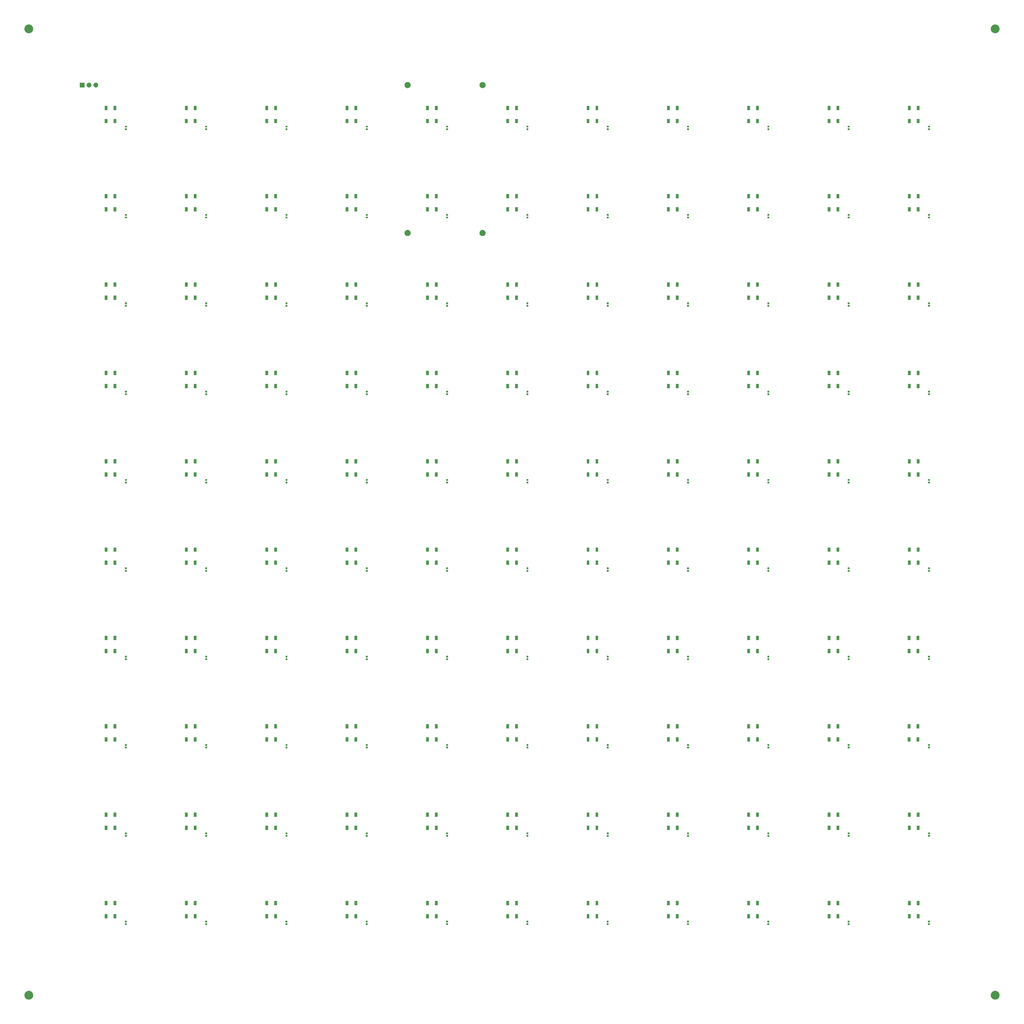
<source format=gbr>
G04 #@! TF.GenerationSoftware,KiCad,Pcbnew,8.0.2-8.0.2-0~ubuntu22.04.1*
G04 #@! TF.CreationDate,2024-05-18T22:12:29+02:00*
G04 #@! TF.ProjectId,qclock,71636c6f-636b-42e6-9b69-6361645f7063,rev?*
G04 #@! TF.SameCoordinates,Original*
G04 #@! TF.FileFunction,Soldermask,Top*
G04 #@! TF.FilePolarity,Negative*
%FSLAX46Y46*%
G04 Gerber Fmt 4.6, Leading zero omitted, Abs format (unit mm)*
G04 Created by KiCad (PCBNEW 8.0.2-8.0.2-0~ubuntu22.04.1) date 2024-05-18 22:12:29*
%MOMM*%
%LPD*%
G01*
G04 APERTURE LIST*
G04 APERTURE END LIST*
G36*
X32063098Y-391353966D02*
G01*
X32123353Y-391353966D01*
X32189199Y-391363890D01*
X32258273Y-391369327D01*
X32313947Y-391382693D01*
X32367302Y-391390735D01*
X32437021Y-391412240D01*
X32510187Y-391429806D01*
X32557495Y-391449401D01*
X32603052Y-391463454D01*
X32674569Y-391497895D01*
X32749538Y-391528948D01*
X32788022Y-391552531D01*
X32825322Y-391570494D01*
X32896271Y-391618866D01*
X32970433Y-391664313D01*
X33000127Y-391689674D01*
X33029162Y-391709470D01*
X33096956Y-391772374D01*
X33167433Y-391832567D01*
X33188834Y-391857625D01*
X33210011Y-391877274D01*
X33271925Y-391954911D01*
X33335687Y-392029567D01*
X33349709Y-392052449D01*
X33363830Y-392070156D01*
X33417087Y-392162399D01*
X33471052Y-392250462D01*
X33478977Y-392269597D01*
X33487185Y-392283812D01*
X33529038Y-392390454D01*
X33570194Y-392489813D01*
X33573597Y-392503991D01*
X33577314Y-392513460D01*
X33605157Y-392635446D01*
X33630673Y-392741727D01*
X33631334Y-392750133D01*
X33632214Y-392753986D01*
X33643683Y-392907031D01*
X33651000Y-393000000D01*
X33643682Y-393092975D01*
X33632214Y-393246013D01*
X33631334Y-393249865D01*
X33630673Y-393258273D01*
X33605152Y-393364573D01*
X33577314Y-393486539D01*
X33573598Y-393496005D01*
X33570194Y-393510187D01*
X33529031Y-393609563D01*
X33487185Y-393716187D01*
X33478979Y-393730399D01*
X33471052Y-393749538D01*
X33417077Y-393837616D01*
X33363830Y-393929843D01*
X33349712Y-393947546D01*
X33335687Y-393970433D01*
X33271913Y-394045102D01*
X33210011Y-394122725D01*
X33188838Y-394142369D01*
X33167433Y-394167433D01*
X33096942Y-394227637D01*
X33029162Y-394290529D01*
X33000133Y-394310320D01*
X32970433Y-394335687D01*
X32896257Y-394381142D01*
X32825322Y-394429505D01*
X32788030Y-394447463D01*
X32749538Y-394471052D01*
X32674554Y-394502110D01*
X32603052Y-394536545D01*
X32557504Y-394550594D01*
X32510187Y-394570194D01*
X32437007Y-394587762D01*
X32367302Y-394609264D01*
X32313955Y-394617304D01*
X32258273Y-394630673D01*
X32189195Y-394636109D01*
X32123353Y-394646034D01*
X32063098Y-394646034D01*
X32000000Y-394651000D01*
X31936902Y-394646034D01*
X31876647Y-394646034D01*
X31810803Y-394636109D01*
X31741727Y-394630673D01*
X31686045Y-394617305D01*
X31632697Y-394609264D01*
X31562988Y-394587761D01*
X31489813Y-394570194D01*
X31442498Y-394550595D01*
X31396947Y-394536545D01*
X31325438Y-394502107D01*
X31250462Y-394471052D01*
X31211972Y-394447465D01*
X31174675Y-394429504D01*
X31103726Y-394381131D01*
X31029567Y-394335687D01*
X30999873Y-394310326D01*
X30970839Y-394290531D01*
X30903043Y-394227625D01*
X30832567Y-394167433D01*
X30811164Y-394142374D01*
X30789988Y-394122725D01*
X30728071Y-394045084D01*
X30664313Y-393970433D01*
X30650291Y-393947551D01*
X30636169Y-393929843D01*
X30582905Y-393837588D01*
X30528948Y-393749538D01*
X30521023Y-393730405D01*
X30512814Y-393716187D01*
X30470949Y-393609517D01*
X30429806Y-393510187D01*
X30426402Y-393496012D01*
X30422685Y-393486539D01*
X30394827Y-393364488D01*
X30369327Y-393258273D01*
X30368665Y-393249871D01*
X30367785Y-393246013D01*
X30356296Y-393092710D01*
X30349000Y-393000000D01*
X30356296Y-392907297D01*
X30367785Y-392753986D01*
X30368665Y-392750126D01*
X30369327Y-392741727D01*
X30394822Y-392635530D01*
X30422685Y-392513460D01*
X30426403Y-392503984D01*
X30429806Y-392489813D01*
X30470942Y-392390500D01*
X30512814Y-392283812D01*
X30521024Y-392269590D01*
X30528948Y-392250462D01*
X30582895Y-392162427D01*
X30636169Y-392070156D01*
X30650293Y-392052443D01*
X30664313Y-392029567D01*
X30728059Y-391954929D01*
X30789988Y-391877274D01*
X30811169Y-391857620D01*
X30832567Y-391832567D01*
X30903029Y-391772386D01*
X30970839Y-391709468D01*
X30999879Y-391689668D01*
X31029567Y-391664313D01*
X31103711Y-391618876D01*
X31174675Y-391570495D01*
X31211980Y-391552529D01*
X31250462Y-391528948D01*
X31325423Y-391497898D01*
X31396947Y-391463454D01*
X31442507Y-391449400D01*
X31489813Y-391429806D01*
X31562973Y-391412241D01*
X31632697Y-391390735D01*
X31686054Y-391382692D01*
X31741727Y-391369327D01*
X31810799Y-391363890D01*
X31876647Y-391353966D01*
X31936902Y-391353966D01*
X32000000Y-391349000D01*
X32063098Y-391353966D01*
G37*
G36*
X393063098Y-391353966D02*
G01*
X393123353Y-391353966D01*
X393189199Y-391363890D01*
X393258273Y-391369327D01*
X393313947Y-391382693D01*
X393367302Y-391390735D01*
X393437021Y-391412240D01*
X393510187Y-391429806D01*
X393557495Y-391449401D01*
X393603052Y-391463454D01*
X393674569Y-391497895D01*
X393749538Y-391528948D01*
X393788022Y-391552531D01*
X393825322Y-391570494D01*
X393896271Y-391618866D01*
X393970433Y-391664313D01*
X394000127Y-391689674D01*
X394029162Y-391709470D01*
X394096956Y-391772374D01*
X394167433Y-391832567D01*
X394188834Y-391857625D01*
X394210011Y-391877274D01*
X394271925Y-391954911D01*
X394335687Y-392029567D01*
X394349709Y-392052449D01*
X394363830Y-392070156D01*
X394417087Y-392162399D01*
X394471052Y-392250462D01*
X394478977Y-392269597D01*
X394487185Y-392283812D01*
X394529038Y-392390454D01*
X394570194Y-392489813D01*
X394573597Y-392503991D01*
X394577314Y-392513460D01*
X394605157Y-392635446D01*
X394630673Y-392741727D01*
X394631334Y-392750133D01*
X394632214Y-392753986D01*
X394643683Y-392907031D01*
X394651000Y-393000000D01*
X394643682Y-393092975D01*
X394632214Y-393246013D01*
X394631334Y-393249865D01*
X394630673Y-393258273D01*
X394605152Y-393364573D01*
X394577314Y-393486539D01*
X394573598Y-393496005D01*
X394570194Y-393510187D01*
X394529031Y-393609563D01*
X394487185Y-393716187D01*
X394478979Y-393730399D01*
X394471052Y-393749538D01*
X394417077Y-393837616D01*
X394363830Y-393929843D01*
X394349712Y-393947546D01*
X394335687Y-393970433D01*
X394271913Y-394045102D01*
X394210011Y-394122725D01*
X394188838Y-394142369D01*
X394167433Y-394167433D01*
X394096942Y-394227637D01*
X394029162Y-394290529D01*
X394000133Y-394310320D01*
X393970433Y-394335687D01*
X393896257Y-394381142D01*
X393825322Y-394429505D01*
X393788030Y-394447463D01*
X393749538Y-394471052D01*
X393674554Y-394502110D01*
X393603052Y-394536545D01*
X393557504Y-394550594D01*
X393510187Y-394570194D01*
X393437007Y-394587762D01*
X393367302Y-394609264D01*
X393313955Y-394617304D01*
X393258273Y-394630673D01*
X393189195Y-394636109D01*
X393123353Y-394646034D01*
X393063098Y-394646034D01*
X393000000Y-394651000D01*
X392936902Y-394646034D01*
X392876647Y-394646034D01*
X392810803Y-394636109D01*
X392741727Y-394630673D01*
X392686045Y-394617305D01*
X392632697Y-394609264D01*
X392562988Y-394587761D01*
X392489813Y-394570194D01*
X392442498Y-394550595D01*
X392396947Y-394536545D01*
X392325438Y-394502107D01*
X392250462Y-394471052D01*
X392211972Y-394447465D01*
X392174675Y-394429504D01*
X392103726Y-394381131D01*
X392029567Y-394335687D01*
X391999873Y-394310326D01*
X391970839Y-394290531D01*
X391903043Y-394227625D01*
X391832567Y-394167433D01*
X391811164Y-394142374D01*
X391789988Y-394122725D01*
X391728071Y-394045084D01*
X391664313Y-393970433D01*
X391650291Y-393947551D01*
X391636169Y-393929843D01*
X391582905Y-393837588D01*
X391528948Y-393749538D01*
X391521023Y-393730405D01*
X391512814Y-393716187D01*
X391470949Y-393609517D01*
X391429806Y-393510187D01*
X391426402Y-393496012D01*
X391422685Y-393486539D01*
X391394827Y-393364488D01*
X391369327Y-393258273D01*
X391368665Y-393249871D01*
X391367785Y-393246013D01*
X391356296Y-393092710D01*
X391349000Y-393000000D01*
X391356296Y-392907297D01*
X391367785Y-392753986D01*
X391368665Y-392750126D01*
X391369327Y-392741727D01*
X391394822Y-392635530D01*
X391422685Y-392513460D01*
X391426403Y-392503984D01*
X391429806Y-392489813D01*
X391470942Y-392390500D01*
X391512814Y-392283812D01*
X391521024Y-392269590D01*
X391528948Y-392250462D01*
X391582895Y-392162427D01*
X391636169Y-392070156D01*
X391650293Y-392052443D01*
X391664313Y-392029567D01*
X391728059Y-391954929D01*
X391789988Y-391877274D01*
X391811169Y-391857620D01*
X391832567Y-391832567D01*
X391903029Y-391772386D01*
X391970839Y-391709468D01*
X391999879Y-391689668D01*
X392029567Y-391664313D01*
X392103711Y-391618876D01*
X392174675Y-391570495D01*
X392211980Y-391552529D01*
X392250462Y-391528948D01*
X392325423Y-391497898D01*
X392396947Y-391463454D01*
X392442507Y-391449400D01*
X392489813Y-391429806D01*
X392562973Y-391412241D01*
X392632697Y-391390735D01*
X392686054Y-391382692D01*
X392741727Y-391369327D01*
X392810799Y-391363890D01*
X392876647Y-391353966D01*
X392936902Y-391353966D01*
X393000000Y-391349000D01*
X393063098Y-391353966D01*
G37*
G36*
X68424413Y-366102190D02*
G01*
X68454774Y-366106187D01*
X68462411Y-366109748D01*
X68481468Y-366113539D01*
X68506707Y-366130404D01*
X68516819Y-366135119D01*
X68522971Y-366141271D01*
X68543432Y-366154943D01*
X68557103Y-366175403D01*
X68563255Y-366181555D01*
X68567969Y-366191664D01*
X68584836Y-366216907D01*
X68588626Y-366235965D01*
X68592187Y-366243600D01*
X68596182Y-366273950D01*
X68599375Y-366290000D01*
X68599375Y-366570000D01*
X68596181Y-366586052D01*
X68592187Y-366616399D01*
X68588627Y-366624032D01*
X68584836Y-366643093D01*
X68567967Y-366668337D01*
X68563255Y-366678444D01*
X68557105Y-366684593D01*
X68543432Y-366705057D01*
X68522968Y-366718730D01*
X68516819Y-366724880D01*
X68506712Y-366729592D01*
X68481468Y-366746461D01*
X68462407Y-366750252D01*
X68454774Y-366753812D01*
X68424426Y-366757807D01*
X68408375Y-366761000D01*
X68068375Y-366761000D01*
X68052323Y-366757807D01*
X68021975Y-366753812D01*
X68014340Y-366750251D01*
X67995282Y-366746461D01*
X67970039Y-366729594D01*
X67959930Y-366724880D01*
X67953778Y-366718728D01*
X67933318Y-366705057D01*
X67919646Y-366684596D01*
X67913494Y-366678444D01*
X67908779Y-366668332D01*
X67891914Y-366643093D01*
X67888123Y-366624036D01*
X67884562Y-366616399D01*
X67880564Y-366586037D01*
X67877375Y-366570000D01*
X67877375Y-366290000D01*
X67880564Y-366273963D01*
X67884562Y-366243600D01*
X67888123Y-366235961D01*
X67891914Y-366216907D01*
X67908777Y-366191669D01*
X67913494Y-366181555D01*
X67919648Y-366175400D01*
X67933318Y-366154943D01*
X67953775Y-366141273D01*
X67959930Y-366135119D01*
X67970044Y-366130402D01*
X67995282Y-366113539D01*
X68014336Y-366109748D01*
X68021975Y-366106187D01*
X68052339Y-366102189D01*
X68068375Y-366099000D01*
X68408375Y-366099000D01*
X68424413Y-366102190D01*
G37*
G36*
X98424413Y-366102190D02*
G01*
X98454774Y-366106187D01*
X98462411Y-366109748D01*
X98481468Y-366113539D01*
X98506707Y-366130404D01*
X98516819Y-366135119D01*
X98522971Y-366141271D01*
X98543432Y-366154943D01*
X98557103Y-366175403D01*
X98563255Y-366181555D01*
X98567969Y-366191664D01*
X98584836Y-366216907D01*
X98588626Y-366235965D01*
X98592187Y-366243600D01*
X98596182Y-366273950D01*
X98599375Y-366290000D01*
X98599375Y-366570000D01*
X98596181Y-366586052D01*
X98592187Y-366616399D01*
X98588627Y-366624032D01*
X98584836Y-366643093D01*
X98567967Y-366668337D01*
X98563255Y-366678444D01*
X98557105Y-366684593D01*
X98543432Y-366705057D01*
X98522968Y-366718730D01*
X98516819Y-366724880D01*
X98506712Y-366729592D01*
X98481468Y-366746461D01*
X98462407Y-366750252D01*
X98454774Y-366753812D01*
X98424426Y-366757807D01*
X98408375Y-366761000D01*
X98068375Y-366761000D01*
X98052323Y-366757807D01*
X98021975Y-366753812D01*
X98014340Y-366750251D01*
X97995282Y-366746461D01*
X97970039Y-366729594D01*
X97959930Y-366724880D01*
X97953778Y-366718728D01*
X97933318Y-366705057D01*
X97919646Y-366684596D01*
X97913494Y-366678444D01*
X97908779Y-366668332D01*
X97891914Y-366643093D01*
X97888123Y-366624036D01*
X97884562Y-366616399D01*
X97880564Y-366586037D01*
X97877375Y-366570000D01*
X97877375Y-366290000D01*
X97880564Y-366273963D01*
X97884562Y-366243600D01*
X97888123Y-366235961D01*
X97891914Y-366216907D01*
X97908777Y-366191669D01*
X97913494Y-366181555D01*
X97919648Y-366175400D01*
X97933318Y-366154943D01*
X97953775Y-366141273D01*
X97959930Y-366135119D01*
X97970044Y-366130402D01*
X97995282Y-366113539D01*
X98014336Y-366109748D01*
X98021975Y-366106187D01*
X98052339Y-366102189D01*
X98068375Y-366099000D01*
X98408375Y-366099000D01*
X98424413Y-366102190D01*
G37*
G36*
X128424413Y-366102190D02*
G01*
X128454774Y-366106187D01*
X128462411Y-366109748D01*
X128481468Y-366113539D01*
X128506707Y-366130404D01*
X128516819Y-366135119D01*
X128522971Y-366141271D01*
X128543432Y-366154943D01*
X128557103Y-366175403D01*
X128563255Y-366181555D01*
X128567969Y-366191664D01*
X128584836Y-366216907D01*
X128588626Y-366235965D01*
X128592187Y-366243600D01*
X128596182Y-366273950D01*
X128599375Y-366290000D01*
X128599375Y-366570000D01*
X128596181Y-366586052D01*
X128592187Y-366616399D01*
X128588627Y-366624032D01*
X128584836Y-366643093D01*
X128567967Y-366668337D01*
X128563255Y-366678444D01*
X128557105Y-366684593D01*
X128543432Y-366705057D01*
X128522968Y-366718730D01*
X128516819Y-366724880D01*
X128506712Y-366729592D01*
X128481468Y-366746461D01*
X128462407Y-366750252D01*
X128454774Y-366753812D01*
X128424426Y-366757807D01*
X128408375Y-366761000D01*
X128068375Y-366761000D01*
X128052323Y-366757807D01*
X128021975Y-366753812D01*
X128014340Y-366750251D01*
X127995282Y-366746461D01*
X127970039Y-366729594D01*
X127959930Y-366724880D01*
X127953778Y-366718728D01*
X127933318Y-366705057D01*
X127919646Y-366684596D01*
X127913494Y-366678444D01*
X127908779Y-366668332D01*
X127891914Y-366643093D01*
X127888123Y-366624036D01*
X127884562Y-366616399D01*
X127880564Y-366586037D01*
X127877375Y-366570000D01*
X127877375Y-366290000D01*
X127880564Y-366273963D01*
X127884562Y-366243600D01*
X127888123Y-366235961D01*
X127891914Y-366216907D01*
X127908777Y-366191669D01*
X127913494Y-366181555D01*
X127919648Y-366175400D01*
X127933318Y-366154943D01*
X127953775Y-366141273D01*
X127959930Y-366135119D01*
X127970044Y-366130402D01*
X127995282Y-366113539D01*
X128014336Y-366109748D01*
X128021975Y-366106187D01*
X128052339Y-366102189D01*
X128068375Y-366099000D01*
X128408375Y-366099000D01*
X128424413Y-366102190D01*
G37*
G36*
X158424413Y-366102190D02*
G01*
X158454774Y-366106187D01*
X158462411Y-366109748D01*
X158481468Y-366113539D01*
X158506707Y-366130404D01*
X158516819Y-366135119D01*
X158522971Y-366141271D01*
X158543432Y-366154943D01*
X158557103Y-366175403D01*
X158563255Y-366181555D01*
X158567969Y-366191664D01*
X158584836Y-366216907D01*
X158588626Y-366235965D01*
X158592187Y-366243600D01*
X158596182Y-366273950D01*
X158599375Y-366290000D01*
X158599375Y-366570000D01*
X158596181Y-366586052D01*
X158592187Y-366616399D01*
X158588627Y-366624032D01*
X158584836Y-366643093D01*
X158567967Y-366668337D01*
X158563255Y-366678444D01*
X158557105Y-366684593D01*
X158543432Y-366705057D01*
X158522968Y-366718730D01*
X158516819Y-366724880D01*
X158506712Y-366729592D01*
X158481468Y-366746461D01*
X158462407Y-366750252D01*
X158454774Y-366753812D01*
X158424426Y-366757807D01*
X158408375Y-366761000D01*
X158068375Y-366761000D01*
X158052323Y-366757807D01*
X158021975Y-366753812D01*
X158014340Y-366750251D01*
X157995282Y-366746461D01*
X157970039Y-366729594D01*
X157959930Y-366724880D01*
X157953778Y-366718728D01*
X157933318Y-366705057D01*
X157919646Y-366684596D01*
X157913494Y-366678444D01*
X157908779Y-366668332D01*
X157891914Y-366643093D01*
X157888123Y-366624036D01*
X157884562Y-366616399D01*
X157880564Y-366586037D01*
X157877375Y-366570000D01*
X157877375Y-366290000D01*
X157880564Y-366273963D01*
X157884562Y-366243600D01*
X157888123Y-366235961D01*
X157891914Y-366216907D01*
X157908777Y-366191669D01*
X157913494Y-366181555D01*
X157919648Y-366175400D01*
X157933318Y-366154943D01*
X157953775Y-366141273D01*
X157959930Y-366135119D01*
X157970044Y-366130402D01*
X157995282Y-366113539D01*
X158014336Y-366109748D01*
X158021975Y-366106187D01*
X158052339Y-366102189D01*
X158068375Y-366099000D01*
X158408375Y-366099000D01*
X158424413Y-366102190D01*
G37*
G36*
X188424413Y-366102190D02*
G01*
X188454774Y-366106187D01*
X188462411Y-366109748D01*
X188481468Y-366113539D01*
X188506707Y-366130404D01*
X188516819Y-366135119D01*
X188522971Y-366141271D01*
X188543432Y-366154943D01*
X188557103Y-366175403D01*
X188563255Y-366181555D01*
X188567969Y-366191664D01*
X188584836Y-366216907D01*
X188588626Y-366235965D01*
X188592187Y-366243600D01*
X188596182Y-366273950D01*
X188599375Y-366290000D01*
X188599375Y-366570000D01*
X188596181Y-366586052D01*
X188592187Y-366616399D01*
X188588627Y-366624032D01*
X188584836Y-366643093D01*
X188567967Y-366668337D01*
X188563255Y-366678444D01*
X188557105Y-366684593D01*
X188543432Y-366705057D01*
X188522968Y-366718730D01*
X188516819Y-366724880D01*
X188506712Y-366729592D01*
X188481468Y-366746461D01*
X188462407Y-366750252D01*
X188454774Y-366753812D01*
X188424426Y-366757807D01*
X188408375Y-366761000D01*
X188068375Y-366761000D01*
X188052323Y-366757807D01*
X188021975Y-366753812D01*
X188014340Y-366750251D01*
X187995282Y-366746461D01*
X187970039Y-366729594D01*
X187959930Y-366724880D01*
X187953778Y-366718728D01*
X187933318Y-366705057D01*
X187919646Y-366684596D01*
X187913494Y-366678444D01*
X187908779Y-366668332D01*
X187891914Y-366643093D01*
X187888123Y-366624036D01*
X187884562Y-366616399D01*
X187880564Y-366586037D01*
X187877375Y-366570000D01*
X187877375Y-366290000D01*
X187880564Y-366273963D01*
X187884562Y-366243600D01*
X187888123Y-366235961D01*
X187891914Y-366216907D01*
X187908777Y-366191669D01*
X187913494Y-366181555D01*
X187919648Y-366175400D01*
X187933318Y-366154943D01*
X187953775Y-366141273D01*
X187959930Y-366135119D01*
X187970044Y-366130402D01*
X187995282Y-366113539D01*
X188014336Y-366109748D01*
X188021975Y-366106187D01*
X188052339Y-366102189D01*
X188068375Y-366099000D01*
X188408375Y-366099000D01*
X188424413Y-366102190D01*
G37*
G36*
X218424413Y-366102190D02*
G01*
X218454774Y-366106187D01*
X218462411Y-366109748D01*
X218481468Y-366113539D01*
X218506707Y-366130404D01*
X218516819Y-366135119D01*
X218522971Y-366141271D01*
X218543432Y-366154943D01*
X218557103Y-366175403D01*
X218563255Y-366181555D01*
X218567969Y-366191664D01*
X218584836Y-366216907D01*
X218588626Y-366235965D01*
X218592187Y-366243600D01*
X218596182Y-366273950D01*
X218599375Y-366290000D01*
X218599375Y-366570000D01*
X218596181Y-366586052D01*
X218592187Y-366616399D01*
X218588627Y-366624032D01*
X218584836Y-366643093D01*
X218567967Y-366668337D01*
X218563255Y-366678444D01*
X218557105Y-366684593D01*
X218543432Y-366705057D01*
X218522968Y-366718730D01*
X218516819Y-366724880D01*
X218506712Y-366729592D01*
X218481468Y-366746461D01*
X218462407Y-366750252D01*
X218454774Y-366753812D01*
X218424426Y-366757807D01*
X218408375Y-366761000D01*
X218068375Y-366761000D01*
X218052323Y-366757807D01*
X218021975Y-366753812D01*
X218014340Y-366750251D01*
X217995282Y-366746461D01*
X217970039Y-366729594D01*
X217959930Y-366724880D01*
X217953778Y-366718728D01*
X217933318Y-366705057D01*
X217919646Y-366684596D01*
X217913494Y-366678444D01*
X217908779Y-366668332D01*
X217891914Y-366643093D01*
X217888123Y-366624036D01*
X217884562Y-366616399D01*
X217880564Y-366586037D01*
X217877375Y-366570000D01*
X217877375Y-366290000D01*
X217880564Y-366273963D01*
X217884562Y-366243600D01*
X217888123Y-366235961D01*
X217891914Y-366216907D01*
X217908777Y-366191669D01*
X217913494Y-366181555D01*
X217919648Y-366175400D01*
X217933318Y-366154943D01*
X217953775Y-366141273D01*
X217959930Y-366135119D01*
X217970044Y-366130402D01*
X217995282Y-366113539D01*
X218014336Y-366109748D01*
X218021975Y-366106187D01*
X218052339Y-366102189D01*
X218068375Y-366099000D01*
X218408375Y-366099000D01*
X218424413Y-366102190D01*
G37*
G36*
X248424413Y-366102190D02*
G01*
X248454774Y-366106187D01*
X248462411Y-366109748D01*
X248481468Y-366113539D01*
X248506707Y-366130404D01*
X248516819Y-366135119D01*
X248522971Y-366141271D01*
X248543432Y-366154943D01*
X248557103Y-366175403D01*
X248563255Y-366181555D01*
X248567969Y-366191664D01*
X248584836Y-366216907D01*
X248588626Y-366235965D01*
X248592187Y-366243600D01*
X248596182Y-366273950D01*
X248599375Y-366290000D01*
X248599375Y-366570000D01*
X248596181Y-366586052D01*
X248592187Y-366616399D01*
X248588627Y-366624032D01*
X248584836Y-366643093D01*
X248567967Y-366668337D01*
X248563255Y-366678444D01*
X248557105Y-366684593D01*
X248543432Y-366705057D01*
X248522968Y-366718730D01*
X248516819Y-366724880D01*
X248506712Y-366729592D01*
X248481468Y-366746461D01*
X248462407Y-366750252D01*
X248454774Y-366753812D01*
X248424426Y-366757807D01*
X248408375Y-366761000D01*
X248068375Y-366761000D01*
X248052323Y-366757807D01*
X248021975Y-366753812D01*
X248014340Y-366750251D01*
X247995282Y-366746461D01*
X247970039Y-366729594D01*
X247959930Y-366724880D01*
X247953778Y-366718728D01*
X247933318Y-366705057D01*
X247919646Y-366684596D01*
X247913494Y-366678444D01*
X247908779Y-366668332D01*
X247891914Y-366643093D01*
X247888123Y-366624036D01*
X247884562Y-366616399D01*
X247880564Y-366586037D01*
X247877375Y-366570000D01*
X247877375Y-366290000D01*
X247880564Y-366273963D01*
X247884562Y-366243600D01*
X247888123Y-366235961D01*
X247891914Y-366216907D01*
X247908777Y-366191669D01*
X247913494Y-366181555D01*
X247919648Y-366175400D01*
X247933318Y-366154943D01*
X247953775Y-366141273D01*
X247959930Y-366135119D01*
X247970044Y-366130402D01*
X247995282Y-366113539D01*
X248014336Y-366109748D01*
X248021975Y-366106187D01*
X248052339Y-366102189D01*
X248068375Y-366099000D01*
X248408375Y-366099000D01*
X248424413Y-366102190D01*
G37*
G36*
X278424413Y-366102190D02*
G01*
X278454774Y-366106187D01*
X278462411Y-366109748D01*
X278481468Y-366113539D01*
X278506707Y-366130404D01*
X278516819Y-366135119D01*
X278522971Y-366141271D01*
X278543432Y-366154943D01*
X278557103Y-366175403D01*
X278563255Y-366181555D01*
X278567969Y-366191664D01*
X278584836Y-366216907D01*
X278588626Y-366235965D01*
X278592187Y-366243600D01*
X278596182Y-366273950D01*
X278599375Y-366290000D01*
X278599375Y-366570000D01*
X278596181Y-366586052D01*
X278592187Y-366616399D01*
X278588627Y-366624032D01*
X278584836Y-366643093D01*
X278567967Y-366668337D01*
X278563255Y-366678444D01*
X278557105Y-366684593D01*
X278543432Y-366705057D01*
X278522968Y-366718730D01*
X278516819Y-366724880D01*
X278506712Y-366729592D01*
X278481468Y-366746461D01*
X278462407Y-366750252D01*
X278454774Y-366753812D01*
X278424426Y-366757807D01*
X278408375Y-366761000D01*
X278068375Y-366761000D01*
X278052323Y-366757807D01*
X278021975Y-366753812D01*
X278014340Y-366750251D01*
X277995282Y-366746461D01*
X277970039Y-366729594D01*
X277959930Y-366724880D01*
X277953778Y-366718728D01*
X277933318Y-366705057D01*
X277919646Y-366684596D01*
X277913494Y-366678444D01*
X277908779Y-366668332D01*
X277891914Y-366643093D01*
X277888123Y-366624036D01*
X277884562Y-366616399D01*
X277880564Y-366586037D01*
X277877375Y-366570000D01*
X277877375Y-366290000D01*
X277880564Y-366273963D01*
X277884562Y-366243600D01*
X277888123Y-366235961D01*
X277891914Y-366216907D01*
X277908777Y-366191669D01*
X277913494Y-366181555D01*
X277919648Y-366175400D01*
X277933318Y-366154943D01*
X277953775Y-366141273D01*
X277959930Y-366135119D01*
X277970044Y-366130402D01*
X277995282Y-366113539D01*
X278014336Y-366109748D01*
X278021975Y-366106187D01*
X278052339Y-366102189D01*
X278068375Y-366099000D01*
X278408375Y-366099000D01*
X278424413Y-366102190D01*
G37*
G36*
X308424413Y-366102190D02*
G01*
X308454774Y-366106187D01*
X308462411Y-366109748D01*
X308481468Y-366113539D01*
X308506707Y-366130404D01*
X308516819Y-366135119D01*
X308522971Y-366141271D01*
X308543432Y-366154943D01*
X308557103Y-366175403D01*
X308563255Y-366181555D01*
X308567969Y-366191664D01*
X308584836Y-366216907D01*
X308588626Y-366235965D01*
X308592187Y-366243600D01*
X308596182Y-366273950D01*
X308599375Y-366290000D01*
X308599375Y-366570000D01*
X308596181Y-366586052D01*
X308592187Y-366616399D01*
X308588627Y-366624032D01*
X308584836Y-366643093D01*
X308567967Y-366668337D01*
X308563255Y-366678444D01*
X308557105Y-366684593D01*
X308543432Y-366705057D01*
X308522968Y-366718730D01*
X308516819Y-366724880D01*
X308506712Y-366729592D01*
X308481468Y-366746461D01*
X308462407Y-366750252D01*
X308454774Y-366753812D01*
X308424426Y-366757807D01*
X308408375Y-366761000D01*
X308068375Y-366761000D01*
X308052323Y-366757807D01*
X308021975Y-366753812D01*
X308014340Y-366750251D01*
X307995282Y-366746461D01*
X307970039Y-366729594D01*
X307959930Y-366724880D01*
X307953778Y-366718728D01*
X307933318Y-366705057D01*
X307919646Y-366684596D01*
X307913494Y-366678444D01*
X307908779Y-366668332D01*
X307891914Y-366643093D01*
X307888123Y-366624036D01*
X307884562Y-366616399D01*
X307880564Y-366586037D01*
X307877375Y-366570000D01*
X307877375Y-366290000D01*
X307880564Y-366273963D01*
X307884562Y-366243600D01*
X307888123Y-366235961D01*
X307891914Y-366216907D01*
X307908777Y-366191669D01*
X307913494Y-366181555D01*
X307919648Y-366175400D01*
X307933318Y-366154943D01*
X307953775Y-366141273D01*
X307959930Y-366135119D01*
X307970044Y-366130402D01*
X307995282Y-366113539D01*
X308014336Y-366109748D01*
X308021975Y-366106187D01*
X308052339Y-366102189D01*
X308068375Y-366099000D01*
X308408375Y-366099000D01*
X308424413Y-366102190D01*
G37*
G36*
X338424413Y-366102190D02*
G01*
X338454774Y-366106187D01*
X338462411Y-366109748D01*
X338481468Y-366113539D01*
X338506707Y-366130404D01*
X338516819Y-366135119D01*
X338522971Y-366141271D01*
X338543432Y-366154943D01*
X338557103Y-366175403D01*
X338563255Y-366181555D01*
X338567969Y-366191664D01*
X338584836Y-366216907D01*
X338588626Y-366235965D01*
X338592187Y-366243600D01*
X338596182Y-366273950D01*
X338599375Y-366290000D01*
X338599375Y-366570000D01*
X338596181Y-366586052D01*
X338592187Y-366616399D01*
X338588627Y-366624032D01*
X338584836Y-366643093D01*
X338567967Y-366668337D01*
X338563255Y-366678444D01*
X338557105Y-366684593D01*
X338543432Y-366705057D01*
X338522968Y-366718730D01*
X338516819Y-366724880D01*
X338506712Y-366729592D01*
X338481468Y-366746461D01*
X338462407Y-366750252D01*
X338454774Y-366753812D01*
X338424426Y-366757807D01*
X338408375Y-366761000D01*
X338068375Y-366761000D01*
X338052323Y-366757807D01*
X338021975Y-366753812D01*
X338014340Y-366750251D01*
X337995282Y-366746461D01*
X337970039Y-366729594D01*
X337959930Y-366724880D01*
X337953778Y-366718728D01*
X337933318Y-366705057D01*
X337919646Y-366684596D01*
X337913494Y-366678444D01*
X337908779Y-366668332D01*
X337891914Y-366643093D01*
X337888123Y-366624036D01*
X337884562Y-366616399D01*
X337880564Y-366586037D01*
X337877375Y-366570000D01*
X337877375Y-366290000D01*
X337880564Y-366273963D01*
X337884562Y-366243600D01*
X337888123Y-366235961D01*
X337891914Y-366216907D01*
X337908777Y-366191669D01*
X337913494Y-366181555D01*
X337919648Y-366175400D01*
X337933318Y-366154943D01*
X337953775Y-366141273D01*
X337959930Y-366135119D01*
X337970044Y-366130402D01*
X337995282Y-366113539D01*
X338014336Y-366109748D01*
X338021975Y-366106187D01*
X338052339Y-366102189D01*
X338068375Y-366099000D01*
X338408375Y-366099000D01*
X338424413Y-366102190D01*
G37*
G36*
X368424413Y-366102190D02*
G01*
X368454774Y-366106187D01*
X368462411Y-366109748D01*
X368481468Y-366113539D01*
X368506707Y-366130404D01*
X368516819Y-366135119D01*
X368522971Y-366141271D01*
X368543432Y-366154943D01*
X368557103Y-366175403D01*
X368563255Y-366181555D01*
X368567969Y-366191664D01*
X368584836Y-366216907D01*
X368588626Y-366235965D01*
X368592187Y-366243600D01*
X368596182Y-366273950D01*
X368599375Y-366290000D01*
X368599375Y-366570000D01*
X368596181Y-366586052D01*
X368592187Y-366616399D01*
X368588627Y-366624032D01*
X368584836Y-366643093D01*
X368567967Y-366668337D01*
X368563255Y-366678444D01*
X368557105Y-366684593D01*
X368543432Y-366705057D01*
X368522968Y-366718730D01*
X368516819Y-366724880D01*
X368506712Y-366729592D01*
X368481468Y-366746461D01*
X368462407Y-366750252D01*
X368454774Y-366753812D01*
X368424426Y-366757807D01*
X368408375Y-366761000D01*
X368068375Y-366761000D01*
X368052323Y-366757807D01*
X368021975Y-366753812D01*
X368014340Y-366750251D01*
X367995282Y-366746461D01*
X367970039Y-366729594D01*
X367959930Y-366724880D01*
X367953778Y-366718728D01*
X367933318Y-366705057D01*
X367919646Y-366684596D01*
X367913494Y-366678444D01*
X367908779Y-366668332D01*
X367891914Y-366643093D01*
X367888123Y-366624036D01*
X367884562Y-366616399D01*
X367880564Y-366586037D01*
X367877375Y-366570000D01*
X367877375Y-366290000D01*
X367880564Y-366273963D01*
X367884562Y-366243600D01*
X367888123Y-366235961D01*
X367891914Y-366216907D01*
X367908777Y-366191669D01*
X367913494Y-366181555D01*
X367919648Y-366175400D01*
X367933318Y-366154943D01*
X367953775Y-366141273D01*
X367959930Y-366135119D01*
X367970044Y-366130402D01*
X367995282Y-366113539D01*
X368014336Y-366109748D01*
X368021975Y-366106187D01*
X368052339Y-366102189D01*
X368068375Y-366099000D01*
X368408375Y-366099000D01*
X368424413Y-366102190D01*
G37*
G36*
X68424413Y-365142190D02*
G01*
X68454774Y-365146187D01*
X68462411Y-365149748D01*
X68481468Y-365153539D01*
X68506707Y-365170404D01*
X68516819Y-365175119D01*
X68522971Y-365181271D01*
X68543432Y-365194943D01*
X68557103Y-365215403D01*
X68563255Y-365221555D01*
X68567969Y-365231664D01*
X68584836Y-365256907D01*
X68588626Y-365275965D01*
X68592187Y-365283600D01*
X68596182Y-365313950D01*
X68599375Y-365330000D01*
X68599375Y-365610000D01*
X68596181Y-365626052D01*
X68592187Y-365656399D01*
X68588627Y-365664032D01*
X68584836Y-365683093D01*
X68567967Y-365708337D01*
X68563255Y-365718444D01*
X68557105Y-365724593D01*
X68543432Y-365745057D01*
X68522968Y-365758730D01*
X68516819Y-365764880D01*
X68506712Y-365769592D01*
X68481468Y-365786461D01*
X68462407Y-365790252D01*
X68454774Y-365793812D01*
X68424426Y-365797807D01*
X68408375Y-365801000D01*
X68068375Y-365801000D01*
X68052323Y-365797807D01*
X68021975Y-365793812D01*
X68014340Y-365790251D01*
X67995282Y-365786461D01*
X67970039Y-365769594D01*
X67959930Y-365764880D01*
X67953778Y-365758728D01*
X67933318Y-365745057D01*
X67919646Y-365724596D01*
X67913494Y-365718444D01*
X67908779Y-365708332D01*
X67891914Y-365683093D01*
X67888123Y-365664036D01*
X67884562Y-365656399D01*
X67880564Y-365626037D01*
X67877375Y-365610000D01*
X67877375Y-365330000D01*
X67880564Y-365313963D01*
X67884562Y-365283600D01*
X67888123Y-365275961D01*
X67891914Y-365256907D01*
X67908777Y-365231669D01*
X67913494Y-365221555D01*
X67919648Y-365215400D01*
X67933318Y-365194943D01*
X67953775Y-365181273D01*
X67959930Y-365175119D01*
X67970044Y-365170402D01*
X67995282Y-365153539D01*
X68014336Y-365149748D01*
X68021975Y-365146187D01*
X68052339Y-365142189D01*
X68068375Y-365139000D01*
X68408375Y-365139000D01*
X68424413Y-365142190D01*
G37*
G36*
X98424413Y-365142190D02*
G01*
X98454774Y-365146187D01*
X98462411Y-365149748D01*
X98481468Y-365153539D01*
X98506707Y-365170404D01*
X98516819Y-365175119D01*
X98522971Y-365181271D01*
X98543432Y-365194943D01*
X98557103Y-365215403D01*
X98563255Y-365221555D01*
X98567969Y-365231664D01*
X98584836Y-365256907D01*
X98588626Y-365275965D01*
X98592187Y-365283600D01*
X98596182Y-365313950D01*
X98599375Y-365330000D01*
X98599375Y-365610000D01*
X98596181Y-365626052D01*
X98592187Y-365656399D01*
X98588627Y-365664032D01*
X98584836Y-365683093D01*
X98567967Y-365708337D01*
X98563255Y-365718444D01*
X98557105Y-365724593D01*
X98543432Y-365745057D01*
X98522968Y-365758730D01*
X98516819Y-365764880D01*
X98506712Y-365769592D01*
X98481468Y-365786461D01*
X98462407Y-365790252D01*
X98454774Y-365793812D01*
X98424426Y-365797807D01*
X98408375Y-365801000D01*
X98068375Y-365801000D01*
X98052323Y-365797807D01*
X98021975Y-365793812D01*
X98014340Y-365790251D01*
X97995282Y-365786461D01*
X97970039Y-365769594D01*
X97959930Y-365764880D01*
X97953778Y-365758728D01*
X97933318Y-365745057D01*
X97919646Y-365724596D01*
X97913494Y-365718444D01*
X97908779Y-365708332D01*
X97891914Y-365683093D01*
X97888123Y-365664036D01*
X97884562Y-365656399D01*
X97880564Y-365626037D01*
X97877375Y-365610000D01*
X97877375Y-365330000D01*
X97880564Y-365313963D01*
X97884562Y-365283600D01*
X97888123Y-365275961D01*
X97891914Y-365256907D01*
X97908777Y-365231669D01*
X97913494Y-365221555D01*
X97919648Y-365215400D01*
X97933318Y-365194943D01*
X97953775Y-365181273D01*
X97959930Y-365175119D01*
X97970044Y-365170402D01*
X97995282Y-365153539D01*
X98014336Y-365149748D01*
X98021975Y-365146187D01*
X98052339Y-365142189D01*
X98068375Y-365139000D01*
X98408375Y-365139000D01*
X98424413Y-365142190D01*
G37*
G36*
X128424413Y-365142190D02*
G01*
X128454774Y-365146187D01*
X128462411Y-365149748D01*
X128481468Y-365153539D01*
X128506707Y-365170404D01*
X128516819Y-365175119D01*
X128522971Y-365181271D01*
X128543432Y-365194943D01*
X128557103Y-365215403D01*
X128563255Y-365221555D01*
X128567969Y-365231664D01*
X128584836Y-365256907D01*
X128588626Y-365275965D01*
X128592187Y-365283600D01*
X128596182Y-365313950D01*
X128599375Y-365330000D01*
X128599375Y-365610000D01*
X128596181Y-365626052D01*
X128592187Y-365656399D01*
X128588627Y-365664032D01*
X128584836Y-365683093D01*
X128567967Y-365708337D01*
X128563255Y-365718444D01*
X128557105Y-365724593D01*
X128543432Y-365745057D01*
X128522968Y-365758730D01*
X128516819Y-365764880D01*
X128506712Y-365769592D01*
X128481468Y-365786461D01*
X128462407Y-365790252D01*
X128454774Y-365793812D01*
X128424426Y-365797807D01*
X128408375Y-365801000D01*
X128068375Y-365801000D01*
X128052323Y-365797807D01*
X128021975Y-365793812D01*
X128014340Y-365790251D01*
X127995282Y-365786461D01*
X127970039Y-365769594D01*
X127959930Y-365764880D01*
X127953778Y-365758728D01*
X127933318Y-365745057D01*
X127919646Y-365724596D01*
X127913494Y-365718444D01*
X127908779Y-365708332D01*
X127891914Y-365683093D01*
X127888123Y-365664036D01*
X127884562Y-365656399D01*
X127880564Y-365626037D01*
X127877375Y-365610000D01*
X127877375Y-365330000D01*
X127880564Y-365313963D01*
X127884562Y-365283600D01*
X127888123Y-365275961D01*
X127891914Y-365256907D01*
X127908777Y-365231669D01*
X127913494Y-365221555D01*
X127919648Y-365215400D01*
X127933318Y-365194943D01*
X127953775Y-365181273D01*
X127959930Y-365175119D01*
X127970044Y-365170402D01*
X127995282Y-365153539D01*
X128014336Y-365149748D01*
X128021975Y-365146187D01*
X128052339Y-365142189D01*
X128068375Y-365139000D01*
X128408375Y-365139000D01*
X128424413Y-365142190D01*
G37*
G36*
X158424413Y-365142190D02*
G01*
X158454774Y-365146187D01*
X158462411Y-365149748D01*
X158481468Y-365153539D01*
X158506707Y-365170404D01*
X158516819Y-365175119D01*
X158522971Y-365181271D01*
X158543432Y-365194943D01*
X158557103Y-365215403D01*
X158563255Y-365221555D01*
X158567969Y-365231664D01*
X158584836Y-365256907D01*
X158588626Y-365275965D01*
X158592187Y-365283600D01*
X158596182Y-365313950D01*
X158599375Y-365330000D01*
X158599375Y-365610000D01*
X158596181Y-365626052D01*
X158592187Y-365656399D01*
X158588627Y-365664032D01*
X158584836Y-365683093D01*
X158567967Y-365708337D01*
X158563255Y-365718444D01*
X158557105Y-365724593D01*
X158543432Y-365745057D01*
X158522968Y-365758730D01*
X158516819Y-365764880D01*
X158506712Y-365769592D01*
X158481468Y-365786461D01*
X158462407Y-365790252D01*
X158454774Y-365793812D01*
X158424426Y-365797807D01*
X158408375Y-365801000D01*
X158068375Y-365801000D01*
X158052323Y-365797807D01*
X158021975Y-365793812D01*
X158014340Y-365790251D01*
X157995282Y-365786461D01*
X157970039Y-365769594D01*
X157959930Y-365764880D01*
X157953778Y-365758728D01*
X157933318Y-365745057D01*
X157919646Y-365724596D01*
X157913494Y-365718444D01*
X157908779Y-365708332D01*
X157891914Y-365683093D01*
X157888123Y-365664036D01*
X157884562Y-365656399D01*
X157880564Y-365626037D01*
X157877375Y-365610000D01*
X157877375Y-365330000D01*
X157880564Y-365313963D01*
X157884562Y-365283600D01*
X157888123Y-365275961D01*
X157891914Y-365256907D01*
X157908777Y-365231669D01*
X157913494Y-365221555D01*
X157919648Y-365215400D01*
X157933318Y-365194943D01*
X157953775Y-365181273D01*
X157959930Y-365175119D01*
X157970044Y-365170402D01*
X157995282Y-365153539D01*
X158014336Y-365149748D01*
X158021975Y-365146187D01*
X158052339Y-365142189D01*
X158068375Y-365139000D01*
X158408375Y-365139000D01*
X158424413Y-365142190D01*
G37*
G36*
X188424413Y-365142190D02*
G01*
X188454774Y-365146187D01*
X188462411Y-365149748D01*
X188481468Y-365153539D01*
X188506707Y-365170404D01*
X188516819Y-365175119D01*
X188522971Y-365181271D01*
X188543432Y-365194943D01*
X188557103Y-365215403D01*
X188563255Y-365221555D01*
X188567969Y-365231664D01*
X188584836Y-365256907D01*
X188588626Y-365275965D01*
X188592187Y-365283600D01*
X188596182Y-365313950D01*
X188599375Y-365330000D01*
X188599375Y-365610000D01*
X188596181Y-365626052D01*
X188592187Y-365656399D01*
X188588627Y-365664032D01*
X188584836Y-365683093D01*
X188567967Y-365708337D01*
X188563255Y-365718444D01*
X188557105Y-365724593D01*
X188543432Y-365745057D01*
X188522968Y-365758730D01*
X188516819Y-365764880D01*
X188506712Y-365769592D01*
X188481468Y-365786461D01*
X188462407Y-365790252D01*
X188454774Y-365793812D01*
X188424426Y-365797807D01*
X188408375Y-365801000D01*
X188068375Y-365801000D01*
X188052323Y-365797807D01*
X188021975Y-365793812D01*
X188014340Y-365790251D01*
X187995282Y-365786461D01*
X187970039Y-365769594D01*
X187959930Y-365764880D01*
X187953778Y-365758728D01*
X187933318Y-365745057D01*
X187919646Y-365724596D01*
X187913494Y-365718444D01*
X187908779Y-365708332D01*
X187891914Y-365683093D01*
X187888123Y-365664036D01*
X187884562Y-365656399D01*
X187880564Y-365626037D01*
X187877375Y-365610000D01*
X187877375Y-365330000D01*
X187880564Y-365313963D01*
X187884562Y-365283600D01*
X187888123Y-365275961D01*
X187891914Y-365256907D01*
X187908777Y-365231669D01*
X187913494Y-365221555D01*
X187919648Y-365215400D01*
X187933318Y-365194943D01*
X187953775Y-365181273D01*
X187959930Y-365175119D01*
X187970044Y-365170402D01*
X187995282Y-365153539D01*
X188014336Y-365149748D01*
X188021975Y-365146187D01*
X188052339Y-365142189D01*
X188068375Y-365139000D01*
X188408375Y-365139000D01*
X188424413Y-365142190D01*
G37*
G36*
X218424413Y-365142190D02*
G01*
X218454774Y-365146187D01*
X218462411Y-365149748D01*
X218481468Y-365153539D01*
X218506707Y-365170404D01*
X218516819Y-365175119D01*
X218522971Y-365181271D01*
X218543432Y-365194943D01*
X218557103Y-365215403D01*
X218563255Y-365221555D01*
X218567969Y-365231664D01*
X218584836Y-365256907D01*
X218588626Y-365275965D01*
X218592187Y-365283600D01*
X218596182Y-365313950D01*
X218599375Y-365330000D01*
X218599375Y-365610000D01*
X218596181Y-365626052D01*
X218592187Y-365656399D01*
X218588627Y-365664032D01*
X218584836Y-365683093D01*
X218567967Y-365708337D01*
X218563255Y-365718444D01*
X218557105Y-365724593D01*
X218543432Y-365745057D01*
X218522968Y-365758730D01*
X218516819Y-365764880D01*
X218506712Y-365769592D01*
X218481468Y-365786461D01*
X218462407Y-365790252D01*
X218454774Y-365793812D01*
X218424426Y-365797807D01*
X218408375Y-365801000D01*
X218068375Y-365801000D01*
X218052323Y-365797807D01*
X218021975Y-365793812D01*
X218014340Y-365790251D01*
X217995282Y-365786461D01*
X217970039Y-365769594D01*
X217959930Y-365764880D01*
X217953778Y-365758728D01*
X217933318Y-365745057D01*
X217919646Y-365724596D01*
X217913494Y-365718444D01*
X217908779Y-365708332D01*
X217891914Y-365683093D01*
X217888123Y-365664036D01*
X217884562Y-365656399D01*
X217880564Y-365626037D01*
X217877375Y-365610000D01*
X217877375Y-365330000D01*
X217880564Y-365313963D01*
X217884562Y-365283600D01*
X217888123Y-365275961D01*
X217891914Y-365256907D01*
X217908777Y-365231669D01*
X217913494Y-365221555D01*
X217919648Y-365215400D01*
X217933318Y-365194943D01*
X217953775Y-365181273D01*
X217959930Y-365175119D01*
X217970044Y-365170402D01*
X217995282Y-365153539D01*
X218014336Y-365149748D01*
X218021975Y-365146187D01*
X218052339Y-365142189D01*
X218068375Y-365139000D01*
X218408375Y-365139000D01*
X218424413Y-365142190D01*
G37*
G36*
X248424413Y-365142190D02*
G01*
X248454774Y-365146187D01*
X248462411Y-365149748D01*
X248481468Y-365153539D01*
X248506707Y-365170404D01*
X248516819Y-365175119D01*
X248522971Y-365181271D01*
X248543432Y-365194943D01*
X248557103Y-365215403D01*
X248563255Y-365221555D01*
X248567969Y-365231664D01*
X248584836Y-365256907D01*
X248588626Y-365275965D01*
X248592187Y-365283600D01*
X248596182Y-365313950D01*
X248599375Y-365330000D01*
X248599375Y-365610000D01*
X248596181Y-365626052D01*
X248592187Y-365656399D01*
X248588627Y-365664032D01*
X248584836Y-365683093D01*
X248567967Y-365708337D01*
X248563255Y-365718444D01*
X248557105Y-365724593D01*
X248543432Y-365745057D01*
X248522968Y-365758730D01*
X248516819Y-365764880D01*
X248506712Y-365769592D01*
X248481468Y-365786461D01*
X248462407Y-365790252D01*
X248454774Y-365793812D01*
X248424426Y-365797807D01*
X248408375Y-365801000D01*
X248068375Y-365801000D01*
X248052323Y-365797807D01*
X248021975Y-365793812D01*
X248014340Y-365790251D01*
X247995282Y-365786461D01*
X247970039Y-365769594D01*
X247959930Y-365764880D01*
X247953778Y-365758728D01*
X247933318Y-365745057D01*
X247919646Y-365724596D01*
X247913494Y-365718444D01*
X247908779Y-365708332D01*
X247891914Y-365683093D01*
X247888123Y-365664036D01*
X247884562Y-365656399D01*
X247880564Y-365626037D01*
X247877375Y-365610000D01*
X247877375Y-365330000D01*
X247880564Y-365313963D01*
X247884562Y-365283600D01*
X247888123Y-365275961D01*
X247891914Y-365256907D01*
X247908777Y-365231669D01*
X247913494Y-365221555D01*
X247919648Y-365215400D01*
X247933318Y-365194943D01*
X247953775Y-365181273D01*
X247959930Y-365175119D01*
X247970044Y-365170402D01*
X247995282Y-365153539D01*
X248014336Y-365149748D01*
X248021975Y-365146187D01*
X248052339Y-365142189D01*
X248068375Y-365139000D01*
X248408375Y-365139000D01*
X248424413Y-365142190D01*
G37*
G36*
X278424413Y-365142190D02*
G01*
X278454774Y-365146187D01*
X278462411Y-365149748D01*
X278481468Y-365153539D01*
X278506707Y-365170404D01*
X278516819Y-365175119D01*
X278522971Y-365181271D01*
X278543432Y-365194943D01*
X278557103Y-365215403D01*
X278563255Y-365221555D01*
X278567969Y-365231664D01*
X278584836Y-365256907D01*
X278588626Y-365275965D01*
X278592187Y-365283600D01*
X278596182Y-365313950D01*
X278599375Y-365330000D01*
X278599375Y-365610000D01*
X278596181Y-365626052D01*
X278592187Y-365656399D01*
X278588627Y-365664032D01*
X278584836Y-365683093D01*
X278567967Y-365708337D01*
X278563255Y-365718444D01*
X278557105Y-365724593D01*
X278543432Y-365745057D01*
X278522968Y-365758730D01*
X278516819Y-365764880D01*
X278506712Y-365769592D01*
X278481468Y-365786461D01*
X278462407Y-365790252D01*
X278454774Y-365793812D01*
X278424426Y-365797807D01*
X278408375Y-365801000D01*
X278068375Y-365801000D01*
X278052323Y-365797807D01*
X278021975Y-365793812D01*
X278014340Y-365790251D01*
X277995282Y-365786461D01*
X277970039Y-365769594D01*
X277959930Y-365764880D01*
X277953778Y-365758728D01*
X277933318Y-365745057D01*
X277919646Y-365724596D01*
X277913494Y-365718444D01*
X277908779Y-365708332D01*
X277891914Y-365683093D01*
X277888123Y-365664036D01*
X277884562Y-365656399D01*
X277880564Y-365626037D01*
X277877375Y-365610000D01*
X277877375Y-365330000D01*
X277880564Y-365313963D01*
X277884562Y-365283600D01*
X277888123Y-365275961D01*
X277891914Y-365256907D01*
X277908777Y-365231669D01*
X277913494Y-365221555D01*
X277919648Y-365215400D01*
X277933318Y-365194943D01*
X277953775Y-365181273D01*
X277959930Y-365175119D01*
X277970044Y-365170402D01*
X277995282Y-365153539D01*
X278014336Y-365149748D01*
X278021975Y-365146187D01*
X278052339Y-365142189D01*
X278068375Y-365139000D01*
X278408375Y-365139000D01*
X278424413Y-365142190D01*
G37*
G36*
X308424413Y-365142190D02*
G01*
X308454774Y-365146187D01*
X308462411Y-365149748D01*
X308481468Y-365153539D01*
X308506707Y-365170404D01*
X308516819Y-365175119D01*
X308522971Y-365181271D01*
X308543432Y-365194943D01*
X308557103Y-365215403D01*
X308563255Y-365221555D01*
X308567969Y-365231664D01*
X308584836Y-365256907D01*
X308588626Y-365275965D01*
X308592187Y-365283600D01*
X308596182Y-365313950D01*
X308599375Y-365330000D01*
X308599375Y-365610000D01*
X308596181Y-365626052D01*
X308592187Y-365656399D01*
X308588627Y-365664032D01*
X308584836Y-365683093D01*
X308567967Y-365708337D01*
X308563255Y-365718444D01*
X308557105Y-365724593D01*
X308543432Y-365745057D01*
X308522968Y-365758730D01*
X308516819Y-365764880D01*
X308506712Y-365769592D01*
X308481468Y-365786461D01*
X308462407Y-365790252D01*
X308454774Y-365793812D01*
X308424426Y-365797807D01*
X308408375Y-365801000D01*
X308068375Y-365801000D01*
X308052323Y-365797807D01*
X308021975Y-365793812D01*
X308014340Y-365790251D01*
X307995282Y-365786461D01*
X307970039Y-365769594D01*
X307959930Y-365764880D01*
X307953778Y-365758728D01*
X307933318Y-365745057D01*
X307919646Y-365724596D01*
X307913494Y-365718444D01*
X307908779Y-365708332D01*
X307891914Y-365683093D01*
X307888123Y-365664036D01*
X307884562Y-365656399D01*
X307880564Y-365626037D01*
X307877375Y-365610000D01*
X307877375Y-365330000D01*
X307880564Y-365313963D01*
X307884562Y-365283600D01*
X307888123Y-365275961D01*
X307891914Y-365256907D01*
X307908777Y-365231669D01*
X307913494Y-365221555D01*
X307919648Y-365215400D01*
X307933318Y-365194943D01*
X307953775Y-365181273D01*
X307959930Y-365175119D01*
X307970044Y-365170402D01*
X307995282Y-365153539D01*
X308014336Y-365149748D01*
X308021975Y-365146187D01*
X308052339Y-365142189D01*
X308068375Y-365139000D01*
X308408375Y-365139000D01*
X308424413Y-365142190D01*
G37*
G36*
X338424413Y-365142190D02*
G01*
X338454774Y-365146187D01*
X338462411Y-365149748D01*
X338481468Y-365153539D01*
X338506707Y-365170404D01*
X338516819Y-365175119D01*
X338522971Y-365181271D01*
X338543432Y-365194943D01*
X338557103Y-365215403D01*
X338563255Y-365221555D01*
X338567969Y-365231664D01*
X338584836Y-365256907D01*
X338588626Y-365275965D01*
X338592187Y-365283600D01*
X338596182Y-365313950D01*
X338599375Y-365330000D01*
X338599375Y-365610000D01*
X338596181Y-365626052D01*
X338592187Y-365656399D01*
X338588627Y-365664032D01*
X338584836Y-365683093D01*
X338567967Y-365708337D01*
X338563255Y-365718444D01*
X338557105Y-365724593D01*
X338543432Y-365745057D01*
X338522968Y-365758730D01*
X338516819Y-365764880D01*
X338506712Y-365769592D01*
X338481468Y-365786461D01*
X338462407Y-365790252D01*
X338454774Y-365793812D01*
X338424426Y-365797807D01*
X338408375Y-365801000D01*
X338068375Y-365801000D01*
X338052323Y-365797807D01*
X338021975Y-365793812D01*
X338014340Y-365790251D01*
X337995282Y-365786461D01*
X337970039Y-365769594D01*
X337959930Y-365764880D01*
X337953778Y-365758728D01*
X337933318Y-365745057D01*
X337919646Y-365724596D01*
X337913494Y-365718444D01*
X337908779Y-365708332D01*
X337891914Y-365683093D01*
X337888123Y-365664036D01*
X337884562Y-365656399D01*
X337880564Y-365626037D01*
X337877375Y-365610000D01*
X337877375Y-365330000D01*
X337880564Y-365313963D01*
X337884562Y-365283600D01*
X337888123Y-365275961D01*
X337891914Y-365256907D01*
X337908777Y-365231669D01*
X337913494Y-365221555D01*
X337919648Y-365215400D01*
X337933318Y-365194943D01*
X337953775Y-365181273D01*
X337959930Y-365175119D01*
X337970044Y-365170402D01*
X337995282Y-365153539D01*
X338014336Y-365149748D01*
X338021975Y-365146187D01*
X338052339Y-365142189D01*
X338068375Y-365139000D01*
X338408375Y-365139000D01*
X338424413Y-365142190D01*
G37*
G36*
X368424413Y-365142190D02*
G01*
X368454774Y-365146187D01*
X368462411Y-365149748D01*
X368481468Y-365153539D01*
X368506707Y-365170404D01*
X368516819Y-365175119D01*
X368522971Y-365181271D01*
X368543432Y-365194943D01*
X368557103Y-365215403D01*
X368563255Y-365221555D01*
X368567969Y-365231664D01*
X368584836Y-365256907D01*
X368588626Y-365275965D01*
X368592187Y-365283600D01*
X368596182Y-365313950D01*
X368599375Y-365330000D01*
X368599375Y-365610000D01*
X368596181Y-365626052D01*
X368592187Y-365656399D01*
X368588627Y-365664032D01*
X368584836Y-365683093D01*
X368567967Y-365708337D01*
X368563255Y-365718444D01*
X368557105Y-365724593D01*
X368543432Y-365745057D01*
X368522968Y-365758730D01*
X368516819Y-365764880D01*
X368506712Y-365769592D01*
X368481468Y-365786461D01*
X368462407Y-365790252D01*
X368454774Y-365793812D01*
X368424426Y-365797807D01*
X368408375Y-365801000D01*
X368068375Y-365801000D01*
X368052323Y-365797807D01*
X368021975Y-365793812D01*
X368014340Y-365790251D01*
X367995282Y-365786461D01*
X367970039Y-365769594D01*
X367959930Y-365764880D01*
X367953778Y-365758728D01*
X367933318Y-365745057D01*
X367919646Y-365724596D01*
X367913494Y-365718444D01*
X367908779Y-365708332D01*
X367891914Y-365683093D01*
X367888123Y-365664036D01*
X367884562Y-365656399D01*
X367880564Y-365626037D01*
X367877375Y-365610000D01*
X367877375Y-365330000D01*
X367880564Y-365313963D01*
X367884562Y-365283600D01*
X367888123Y-365275961D01*
X367891914Y-365256907D01*
X367908777Y-365231669D01*
X367913494Y-365221555D01*
X367919648Y-365215400D01*
X367933318Y-365194943D01*
X367953775Y-365181273D01*
X367959930Y-365175119D01*
X367970044Y-365170402D01*
X367995282Y-365153539D01*
X368014336Y-365149748D01*
X368021975Y-365146187D01*
X368052339Y-365142189D01*
X368068375Y-365139000D01*
X368408375Y-365139000D01*
X368424413Y-365142190D01*
G37*
G36*
X61319517Y-362702882D02*
G01*
X61336062Y-362713938D01*
X61347118Y-362730483D01*
X61351000Y-362750000D01*
X61351000Y-364250000D01*
X61347118Y-364269517D01*
X61336062Y-364286062D01*
X61319517Y-364297118D01*
X61300000Y-364301000D01*
X60400000Y-364301000D01*
X60380483Y-364297118D01*
X60363938Y-364286062D01*
X60352882Y-364269517D01*
X60349000Y-364250000D01*
X60349000Y-362750000D01*
X60352882Y-362730483D01*
X60363938Y-362713938D01*
X60380483Y-362702882D01*
X60400000Y-362699000D01*
X61300000Y-362699000D01*
X61319517Y-362702882D01*
G37*
G36*
X64619517Y-362702882D02*
G01*
X64636062Y-362713938D01*
X64647118Y-362730483D01*
X64651000Y-362750000D01*
X64651000Y-364250000D01*
X64647118Y-364269517D01*
X64636062Y-364286062D01*
X64619517Y-364297118D01*
X64600000Y-364301000D01*
X63700000Y-364301000D01*
X63680483Y-364297118D01*
X63663938Y-364286062D01*
X63652882Y-364269517D01*
X63649000Y-364250000D01*
X63649000Y-362750000D01*
X63652882Y-362730483D01*
X63663938Y-362713938D01*
X63680483Y-362702882D01*
X63700000Y-362699000D01*
X64600000Y-362699000D01*
X64619517Y-362702882D01*
G37*
G36*
X91329517Y-362702882D02*
G01*
X91346062Y-362713938D01*
X91357118Y-362730483D01*
X91361000Y-362750000D01*
X91361000Y-364250000D01*
X91357118Y-364269517D01*
X91346062Y-364286062D01*
X91329517Y-364297118D01*
X91310000Y-364301000D01*
X90410000Y-364301000D01*
X90390483Y-364297118D01*
X90373938Y-364286062D01*
X90362882Y-364269517D01*
X90359000Y-364250000D01*
X90359000Y-362750000D01*
X90362882Y-362730483D01*
X90373938Y-362713938D01*
X90390483Y-362702882D01*
X90410000Y-362699000D01*
X91310000Y-362699000D01*
X91329517Y-362702882D01*
G37*
G36*
X94629517Y-362702882D02*
G01*
X94646062Y-362713938D01*
X94657118Y-362730483D01*
X94661000Y-362750000D01*
X94661000Y-364250000D01*
X94657118Y-364269517D01*
X94646062Y-364286062D01*
X94629517Y-364297118D01*
X94610000Y-364301000D01*
X93710000Y-364301000D01*
X93690483Y-364297118D01*
X93673938Y-364286062D01*
X93662882Y-364269517D01*
X93659000Y-364250000D01*
X93659000Y-362750000D01*
X93662882Y-362730483D01*
X93673938Y-362713938D01*
X93690483Y-362702882D01*
X93710000Y-362699000D01*
X94610000Y-362699000D01*
X94629517Y-362702882D01*
G37*
G36*
X121339517Y-362702882D02*
G01*
X121356062Y-362713938D01*
X121367118Y-362730483D01*
X121371000Y-362750000D01*
X121371000Y-364250000D01*
X121367118Y-364269517D01*
X121356062Y-364286062D01*
X121339517Y-364297118D01*
X121320000Y-364301000D01*
X120420000Y-364301000D01*
X120400483Y-364297118D01*
X120383938Y-364286062D01*
X120372882Y-364269517D01*
X120369000Y-364250000D01*
X120369000Y-362750000D01*
X120372882Y-362730483D01*
X120383938Y-362713938D01*
X120400483Y-362702882D01*
X120420000Y-362699000D01*
X121320000Y-362699000D01*
X121339517Y-362702882D01*
G37*
G36*
X124639517Y-362702882D02*
G01*
X124656062Y-362713938D01*
X124667118Y-362730483D01*
X124671000Y-362750000D01*
X124671000Y-364250000D01*
X124667118Y-364269517D01*
X124656062Y-364286062D01*
X124639517Y-364297118D01*
X124620000Y-364301000D01*
X123720000Y-364301000D01*
X123700483Y-364297118D01*
X123683938Y-364286062D01*
X123672882Y-364269517D01*
X123669000Y-364250000D01*
X123669000Y-362750000D01*
X123672882Y-362730483D01*
X123683938Y-362713938D01*
X123700483Y-362702882D01*
X123720000Y-362699000D01*
X124620000Y-362699000D01*
X124639517Y-362702882D01*
G37*
G36*
X151349517Y-362702882D02*
G01*
X151366062Y-362713938D01*
X151377118Y-362730483D01*
X151381000Y-362750000D01*
X151381000Y-364250000D01*
X151377118Y-364269517D01*
X151366062Y-364286062D01*
X151349517Y-364297118D01*
X151330000Y-364301000D01*
X150430000Y-364301000D01*
X150410483Y-364297118D01*
X150393938Y-364286062D01*
X150382882Y-364269517D01*
X150379000Y-364250000D01*
X150379000Y-362750000D01*
X150382882Y-362730483D01*
X150393938Y-362713938D01*
X150410483Y-362702882D01*
X150430000Y-362699000D01*
X151330000Y-362699000D01*
X151349517Y-362702882D01*
G37*
G36*
X154649517Y-362702882D02*
G01*
X154666062Y-362713938D01*
X154677118Y-362730483D01*
X154681000Y-362750000D01*
X154681000Y-364250000D01*
X154677118Y-364269517D01*
X154666062Y-364286062D01*
X154649517Y-364297118D01*
X154630000Y-364301000D01*
X153730000Y-364301000D01*
X153710483Y-364297118D01*
X153693938Y-364286062D01*
X153682882Y-364269517D01*
X153679000Y-364250000D01*
X153679000Y-362750000D01*
X153682882Y-362730483D01*
X153693938Y-362713938D01*
X153710483Y-362702882D01*
X153730000Y-362699000D01*
X154630000Y-362699000D01*
X154649517Y-362702882D01*
G37*
G36*
X181359517Y-362702882D02*
G01*
X181376062Y-362713938D01*
X181387118Y-362730483D01*
X181391000Y-362750000D01*
X181391000Y-364250000D01*
X181387118Y-364269517D01*
X181376062Y-364286062D01*
X181359517Y-364297118D01*
X181340000Y-364301000D01*
X180440000Y-364301000D01*
X180420483Y-364297118D01*
X180403938Y-364286062D01*
X180392882Y-364269517D01*
X180389000Y-364250000D01*
X180389000Y-362750000D01*
X180392882Y-362730483D01*
X180403938Y-362713938D01*
X180420483Y-362702882D01*
X180440000Y-362699000D01*
X181340000Y-362699000D01*
X181359517Y-362702882D01*
G37*
G36*
X184659517Y-362702882D02*
G01*
X184676062Y-362713938D01*
X184687118Y-362730483D01*
X184691000Y-362750000D01*
X184691000Y-364250000D01*
X184687118Y-364269517D01*
X184676062Y-364286062D01*
X184659517Y-364297118D01*
X184640000Y-364301000D01*
X183740000Y-364301000D01*
X183720483Y-364297118D01*
X183703938Y-364286062D01*
X183692882Y-364269517D01*
X183689000Y-364250000D01*
X183689000Y-362750000D01*
X183692882Y-362730483D01*
X183703938Y-362713938D01*
X183720483Y-362702882D01*
X183740000Y-362699000D01*
X184640000Y-362699000D01*
X184659517Y-362702882D01*
G37*
G36*
X211369517Y-362702882D02*
G01*
X211386062Y-362713938D01*
X211397118Y-362730483D01*
X211401000Y-362750000D01*
X211401000Y-364250000D01*
X211397118Y-364269517D01*
X211386062Y-364286062D01*
X211369517Y-364297118D01*
X211350000Y-364301000D01*
X210450000Y-364301000D01*
X210430483Y-364297118D01*
X210413938Y-364286062D01*
X210402882Y-364269517D01*
X210399000Y-364250000D01*
X210399000Y-362750000D01*
X210402882Y-362730483D01*
X210413938Y-362713938D01*
X210430483Y-362702882D01*
X210450000Y-362699000D01*
X211350000Y-362699000D01*
X211369517Y-362702882D01*
G37*
G36*
X214669517Y-362702882D02*
G01*
X214686062Y-362713938D01*
X214697118Y-362730483D01*
X214701000Y-362750000D01*
X214701000Y-364250000D01*
X214697118Y-364269517D01*
X214686062Y-364286062D01*
X214669517Y-364297118D01*
X214650000Y-364301000D01*
X213750000Y-364301000D01*
X213730483Y-364297118D01*
X213713938Y-364286062D01*
X213702882Y-364269517D01*
X213699000Y-364250000D01*
X213699000Y-362750000D01*
X213702882Y-362730483D01*
X213713938Y-362713938D01*
X213730483Y-362702882D01*
X213750000Y-362699000D01*
X214650000Y-362699000D01*
X214669517Y-362702882D01*
G37*
G36*
X241379517Y-362702882D02*
G01*
X241396062Y-362713938D01*
X241407118Y-362730483D01*
X241411000Y-362750000D01*
X241411000Y-364250000D01*
X241407118Y-364269517D01*
X241396062Y-364286062D01*
X241379517Y-364297118D01*
X241360000Y-364301000D01*
X240460000Y-364301000D01*
X240440483Y-364297118D01*
X240423938Y-364286062D01*
X240412882Y-364269517D01*
X240409000Y-364250000D01*
X240409000Y-362750000D01*
X240412882Y-362730483D01*
X240423938Y-362713938D01*
X240440483Y-362702882D01*
X240460000Y-362699000D01*
X241360000Y-362699000D01*
X241379517Y-362702882D01*
G37*
G36*
X244679517Y-362702882D02*
G01*
X244696062Y-362713938D01*
X244707118Y-362730483D01*
X244711000Y-362750000D01*
X244711000Y-364250000D01*
X244707118Y-364269517D01*
X244696062Y-364286062D01*
X244679517Y-364297118D01*
X244660000Y-364301000D01*
X243760000Y-364301000D01*
X243740483Y-364297118D01*
X243723938Y-364286062D01*
X243712882Y-364269517D01*
X243709000Y-364250000D01*
X243709000Y-362750000D01*
X243712882Y-362730483D01*
X243723938Y-362713938D01*
X243740483Y-362702882D01*
X243760000Y-362699000D01*
X244660000Y-362699000D01*
X244679517Y-362702882D01*
G37*
G36*
X271389517Y-362702882D02*
G01*
X271406062Y-362713938D01*
X271417118Y-362730483D01*
X271421000Y-362750000D01*
X271421000Y-364250000D01*
X271417118Y-364269517D01*
X271406062Y-364286062D01*
X271389517Y-364297118D01*
X271370000Y-364301000D01*
X270470000Y-364301000D01*
X270450483Y-364297118D01*
X270433938Y-364286062D01*
X270422882Y-364269517D01*
X270419000Y-364250000D01*
X270419000Y-362750000D01*
X270422882Y-362730483D01*
X270433938Y-362713938D01*
X270450483Y-362702882D01*
X270470000Y-362699000D01*
X271370000Y-362699000D01*
X271389517Y-362702882D01*
G37*
G36*
X274689517Y-362702882D02*
G01*
X274706062Y-362713938D01*
X274717118Y-362730483D01*
X274721000Y-362750000D01*
X274721000Y-364250000D01*
X274717118Y-364269517D01*
X274706062Y-364286062D01*
X274689517Y-364297118D01*
X274670000Y-364301000D01*
X273770000Y-364301000D01*
X273750483Y-364297118D01*
X273733938Y-364286062D01*
X273722882Y-364269517D01*
X273719000Y-364250000D01*
X273719000Y-362750000D01*
X273722882Y-362730483D01*
X273733938Y-362713938D01*
X273750483Y-362702882D01*
X273770000Y-362699000D01*
X274670000Y-362699000D01*
X274689517Y-362702882D01*
G37*
G36*
X301399517Y-362702882D02*
G01*
X301416062Y-362713938D01*
X301427118Y-362730483D01*
X301431000Y-362750000D01*
X301431000Y-364250000D01*
X301427118Y-364269517D01*
X301416062Y-364286062D01*
X301399517Y-364297118D01*
X301380000Y-364301000D01*
X300480000Y-364301000D01*
X300460483Y-364297118D01*
X300443938Y-364286062D01*
X300432882Y-364269517D01*
X300429000Y-364250000D01*
X300429000Y-362750000D01*
X300432882Y-362730483D01*
X300443938Y-362713938D01*
X300460483Y-362702882D01*
X300480000Y-362699000D01*
X301380000Y-362699000D01*
X301399517Y-362702882D01*
G37*
G36*
X304699517Y-362702882D02*
G01*
X304716062Y-362713938D01*
X304727118Y-362730483D01*
X304731000Y-362750000D01*
X304731000Y-364250000D01*
X304727118Y-364269517D01*
X304716062Y-364286062D01*
X304699517Y-364297118D01*
X304680000Y-364301000D01*
X303780000Y-364301000D01*
X303760483Y-364297118D01*
X303743938Y-364286062D01*
X303732882Y-364269517D01*
X303729000Y-364250000D01*
X303729000Y-362750000D01*
X303732882Y-362730483D01*
X303743938Y-362713938D01*
X303760483Y-362702882D01*
X303780000Y-362699000D01*
X304680000Y-362699000D01*
X304699517Y-362702882D01*
G37*
G36*
X331409517Y-362702882D02*
G01*
X331426062Y-362713938D01*
X331437118Y-362730483D01*
X331441000Y-362750000D01*
X331441000Y-364250000D01*
X331437118Y-364269517D01*
X331426062Y-364286062D01*
X331409517Y-364297118D01*
X331390000Y-364301000D01*
X330490000Y-364301000D01*
X330470483Y-364297118D01*
X330453938Y-364286062D01*
X330442882Y-364269517D01*
X330439000Y-364250000D01*
X330439000Y-362750000D01*
X330442882Y-362730483D01*
X330453938Y-362713938D01*
X330470483Y-362702882D01*
X330490000Y-362699000D01*
X331390000Y-362699000D01*
X331409517Y-362702882D01*
G37*
G36*
X334709517Y-362702882D02*
G01*
X334726062Y-362713938D01*
X334737118Y-362730483D01*
X334741000Y-362750000D01*
X334741000Y-364250000D01*
X334737118Y-364269517D01*
X334726062Y-364286062D01*
X334709517Y-364297118D01*
X334690000Y-364301000D01*
X333790000Y-364301000D01*
X333770483Y-364297118D01*
X333753938Y-364286062D01*
X333742882Y-364269517D01*
X333739000Y-364250000D01*
X333739000Y-362750000D01*
X333742882Y-362730483D01*
X333753938Y-362713938D01*
X333770483Y-362702882D01*
X333790000Y-362699000D01*
X334690000Y-362699000D01*
X334709517Y-362702882D01*
G37*
G36*
X361419517Y-362702882D02*
G01*
X361436062Y-362713938D01*
X361447118Y-362730483D01*
X361451000Y-362750000D01*
X361451000Y-364250000D01*
X361447118Y-364269517D01*
X361436062Y-364286062D01*
X361419517Y-364297118D01*
X361400000Y-364301000D01*
X360500000Y-364301000D01*
X360480483Y-364297118D01*
X360463938Y-364286062D01*
X360452882Y-364269517D01*
X360449000Y-364250000D01*
X360449000Y-362750000D01*
X360452882Y-362730483D01*
X360463938Y-362713938D01*
X360480483Y-362702882D01*
X360500000Y-362699000D01*
X361400000Y-362699000D01*
X361419517Y-362702882D01*
G37*
G36*
X364719517Y-362702882D02*
G01*
X364736062Y-362713938D01*
X364747118Y-362730483D01*
X364751000Y-362750000D01*
X364751000Y-364250000D01*
X364747118Y-364269517D01*
X364736062Y-364286062D01*
X364719517Y-364297118D01*
X364700000Y-364301000D01*
X363800000Y-364301000D01*
X363780483Y-364297118D01*
X363763938Y-364286062D01*
X363752882Y-364269517D01*
X363749000Y-364250000D01*
X363749000Y-362750000D01*
X363752882Y-362730483D01*
X363763938Y-362713938D01*
X363780483Y-362702882D01*
X363800000Y-362699000D01*
X364700000Y-362699000D01*
X364719517Y-362702882D01*
G37*
G36*
X61319517Y-357802882D02*
G01*
X61336062Y-357813938D01*
X61347118Y-357830483D01*
X61351000Y-357850000D01*
X61351000Y-359350000D01*
X61347118Y-359369517D01*
X61336062Y-359386062D01*
X61319517Y-359397118D01*
X61300000Y-359401000D01*
X60400000Y-359401000D01*
X60380483Y-359397118D01*
X60363938Y-359386062D01*
X60352882Y-359369517D01*
X60349000Y-359350000D01*
X60349000Y-357850000D01*
X60352882Y-357830483D01*
X60363938Y-357813938D01*
X60380483Y-357802882D01*
X60400000Y-357799000D01*
X61300000Y-357799000D01*
X61319517Y-357802882D01*
G37*
G36*
X64619517Y-357802882D02*
G01*
X64636062Y-357813938D01*
X64647118Y-357830483D01*
X64651000Y-357850000D01*
X64651000Y-359350000D01*
X64647118Y-359369517D01*
X64636062Y-359386062D01*
X64619517Y-359397118D01*
X64600000Y-359401000D01*
X63700000Y-359401000D01*
X63680483Y-359397118D01*
X63663938Y-359386062D01*
X63652882Y-359369517D01*
X63649000Y-359350000D01*
X63649000Y-357850000D01*
X63652882Y-357830483D01*
X63663938Y-357813938D01*
X63680483Y-357802882D01*
X63700000Y-357799000D01*
X64600000Y-357799000D01*
X64619517Y-357802882D01*
G37*
G36*
X91329517Y-357802882D02*
G01*
X91346062Y-357813938D01*
X91357118Y-357830483D01*
X91361000Y-357850000D01*
X91361000Y-359350000D01*
X91357118Y-359369517D01*
X91346062Y-359386062D01*
X91329517Y-359397118D01*
X91310000Y-359401000D01*
X90410000Y-359401000D01*
X90390483Y-359397118D01*
X90373938Y-359386062D01*
X90362882Y-359369517D01*
X90359000Y-359350000D01*
X90359000Y-357850000D01*
X90362882Y-357830483D01*
X90373938Y-357813938D01*
X90390483Y-357802882D01*
X90410000Y-357799000D01*
X91310000Y-357799000D01*
X91329517Y-357802882D01*
G37*
G36*
X94629517Y-357802882D02*
G01*
X94646062Y-357813938D01*
X94657118Y-357830483D01*
X94661000Y-357850000D01*
X94661000Y-359350000D01*
X94657118Y-359369517D01*
X94646062Y-359386062D01*
X94629517Y-359397118D01*
X94610000Y-359401000D01*
X93710000Y-359401000D01*
X93690483Y-359397118D01*
X93673938Y-359386062D01*
X93662882Y-359369517D01*
X93659000Y-359350000D01*
X93659000Y-357850000D01*
X93662882Y-357830483D01*
X93673938Y-357813938D01*
X93690483Y-357802882D01*
X93710000Y-357799000D01*
X94610000Y-357799000D01*
X94629517Y-357802882D01*
G37*
G36*
X121339517Y-357802882D02*
G01*
X121356062Y-357813938D01*
X121367118Y-357830483D01*
X121371000Y-357850000D01*
X121371000Y-359350000D01*
X121367118Y-359369517D01*
X121356062Y-359386062D01*
X121339517Y-359397118D01*
X121320000Y-359401000D01*
X120420000Y-359401000D01*
X120400483Y-359397118D01*
X120383938Y-359386062D01*
X120372882Y-359369517D01*
X120369000Y-359350000D01*
X120369000Y-357850000D01*
X120372882Y-357830483D01*
X120383938Y-357813938D01*
X120400483Y-357802882D01*
X120420000Y-357799000D01*
X121320000Y-357799000D01*
X121339517Y-357802882D01*
G37*
G36*
X124639517Y-357802882D02*
G01*
X124656062Y-357813938D01*
X124667118Y-357830483D01*
X124671000Y-357850000D01*
X124671000Y-359350000D01*
X124667118Y-359369517D01*
X124656062Y-359386062D01*
X124639517Y-359397118D01*
X124620000Y-359401000D01*
X123720000Y-359401000D01*
X123700483Y-359397118D01*
X123683938Y-359386062D01*
X123672882Y-359369517D01*
X123669000Y-359350000D01*
X123669000Y-357850000D01*
X123672882Y-357830483D01*
X123683938Y-357813938D01*
X123700483Y-357802882D01*
X123720000Y-357799000D01*
X124620000Y-357799000D01*
X124639517Y-357802882D01*
G37*
G36*
X151349517Y-357802882D02*
G01*
X151366062Y-357813938D01*
X151377118Y-357830483D01*
X151381000Y-357850000D01*
X151381000Y-359350000D01*
X151377118Y-359369517D01*
X151366062Y-359386062D01*
X151349517Y-359397118D01*
X151330000Y-359401000D01*
X150430000Y-359401000D01*
X150410483Y-359397118D01*
X150393938Y-359386062D01*
X150382882Y-359369517D01*
X150379000Y-359350000D01*
X150379000Y-357850000D01*
X150382882Y-357830483D01*
X150393938Y-357813938D01*
X150410483Y-357802882D01*
X150430000Y-357799000D01*
X151330000Y-357799000D01*
X151349517Y-357802882D01*
G37*
G36*
X154649517Y-357802882D02*
G01*
X154666062Y-357813938D01*
X154677118Y-357830483D01*
X154681000Y-357850000D01*
X154681000Y-359350000D01*
X154677118Y-359369517D01*
X154666062Y-359386062D01*
X154649517Y-359397118D01*
X154630000Y-359401000D01*
X153730000Y-359401000D01*
X153710483Y-359397118D01*
X153693938Y-359386062D01*
X153682882Y-359369517D01*
X153679000Y-359350000D01*
X153679000Y-357850000D01*
X153682882Y-357830483D01*
X153693938Y-357813938D01*
X153710483Y-357802882D01*
X153730000Y-357799000D01*
X154630000Y-357799000D01*
X154649517Y-357802882D01*
G37*
G36*
X181359517Y-357802882D02*
G01*
X181376062Y-357813938D01*
X181387118Y-357830483D01*
X181391000Y-357850000D01*
X181391000Y-359350000D01*
X181387118Y-359369517D01*
X181376062Y-359386062D01*
X181359517Y-359397118D01*
X181340000Y-359401000D01*
X180440000Y-359401000D01*
X180420483Y-359397118D01*
X180403938Y-359386062D01*
X180392882Y-359369517D01*
X180389000Y-359350000D01*
X180389000Y-357850000D01*
X180392882Y-357830483D01*
X180403938Y-357813938D01*
X180420483Y-357802882D01*
X180440000Y-357799000D01*
X181340000Y-357799000D01*
X181359517Y-357802882D01*
G37*
G36*
X184659517Y-357802882D02*
G01*
X184676062Y-357813938D01*
X184687118Y-357830483D01*
X184691000Y-357850000D01*
X184691000Y-359350000D01*
X184687118Y-359369517D01*
X184676062Y-359386062D01*
X184659517Y-359397118D01*
X184640000Y-359401000D01*
X183740000Y-359401000D01*
X183720483Y-359397118D01*
X183703938Y-359386062D01*
X183692882Y-359369517D01*
X183689000Y-359350000D01*
X183689000Y-357850000D01*
X183692882Y-357830483D01*
X183703938Y-357813938D01*
X183720483Y-357802882D01*
X183740000Y-357799000D01*
X184640000Y-357799000D01*
X184659517Y-357802882D01*
G37*
G36*
X211369517Y-357802882D02*
G01*
X211386062Y-357813938D01*
X211397118Y-357830483D01*
X211401000Y-357850000D01*
X211401000Y-359350000D01*
X211397118Y-359369517D01*
X211386062Y-359386062D01*
X211369517Y-359397118D01*
X211350000Y-359401000D01*
X210450000Y-359401000D01*
X210430483Y-359397118D01*
X210413938Y-359386062D01*
X210402882Y-359369517D01*
X210399000Y-359350000D01*
X210399000Y-357850000D01*
X210402882Y-357830483D01*
X210413938Y-357813938D01*
X210430483Y-357802882D01*
X210450000Y-357799000D01*
X211350000Y-357799000D01*
X211369517Y-357802882D01*
G37*
G36*
X214669517Y-357802882D02*
G01*
X214686062Y-357813938D01*
X214697118Y-357830483D01*
X214701000Y-357850000D01*
X214701000Y-359350000D01*
X214697118Y-359369517D01*
X214686062Y-359386062D01*
X214669517Y-359397118D01*
X214650000Y-359401000D01*
X213750000Y-359401000D01*
X213730483Y-359397118D01*
X213713938Y-359386062D01*
X213702882Y-359369517D01*
X213699000Y-359350000D01*
X213699000Y-357850000D01*
X213702882Y-357830483D01*
X213713938Y-357813938D01*
X213730483Y-357802882D01*
X213750000Y-357799000D01*
X214650000Y-357799000D01*
X214669517Y-357802882D01*
G37*
G36*
X241379517Y-357802882D02*
G01*
X241396062Y-357813938D01*
X241407118Y-357830483D01*
X241411000Y-357850000D01*
X241411000Y-359350000D01*
X241407118Y-359369517D01*
X241396062Y-359386062D01*
X241379517Y-359397118D01*
X241360000Y-359401000D01*
X240460000Y-359401000D01*
X240440483Y-359397118D01*
X240423938Y-359386062D01*
X240412882Y-359369517D01*
X240409000Y-359350000D01*
X240409000Y-357850000D01*
X240412882Y-357830483D01*
X240423938Y-357813938D01*
X240440483Y-357802882D01*
X240460000Y-357799000D01*
X241360000Y-357799000D01*
X241379517Y-357802882D01*
G37*
G36*
X244679517Y-357802882D02*
G01*
X244696062Y-357813938D01*
X244707118Y-357830483D01*
X244711000Y-357850000D01*
X244711000Y-359350000D01*
X244707118Y-359369517D01*
X244696062Y-359386062D01*
X244679517Y-359397118D01*
X244660000Y-359401000D01*
X243760000Y-359401000D01*
X243740483Y-359397118D01*
X243723938Y-359386062D01*
X243712882Y-359369517D01*
X243709000Y-359350000D01*
X243709000Y-357850000D01*
X243712882Y-357830483D01*
X243723938Y-357813938D01*
X243740483Y-357802882D01*
X243760000Y-357799000D01*
X244660000Y-357799000D01*
X244679517Y-357802882D01*
G37*
G36*
X271389517Y-357802882D02*
G01*
X271406062Y-357813938D01*
X271417118Y-357830483D01*
X271421000Y-357850000D01*
X271421000Y-359350000D01*
X271417118Y-359369517D01*
X271406062Y-359386062D01*
X271389517Y-359397118D01*
X271370000Y-359401000D01*
X270470000Y-359401000D01*
X270450483Y-359397118D01*
X270433938Y-359386062D01*
X270422882Y-359369517D01*
X270419000Y-359350000D01*
X270419000Y-357850000D01*
X270422882Y-357830483D01*
X270433938Y-357813938D01*
X270450483Y-357802882D01*
X270470000Y-357799000D01*
X271370000Y-357799000D01*
X271389517Y-357802882D01*
G37*
G36*
X274689517Y-357802882D02*
G01*
X274706062Y-357813938D01*
X274717118Y-357830483D01*
X274721000Y-357850000D01*
X274721000Y-359350000D01*
X274717118Y-359369517D01*
X274706062Y-359386062D01*
X274689517Y-359397118D01*
X274670000Y-359401000D01*
X273770000Y-359401000D01*
X273750483Y-359397118D01*
X273733938Y-359386062D01*
X273722882Y-359369517D01*
X273719000Y-359350000D01*
X273719000Y-357850000D01*
X273722882Y-357830483D01*
X273733938Y-357813938D01*
X273750483Y-357802882D01*
X273770000Y-357799000D01*
X274670000Y-357799000D01*
X274689517Y-357802882D01*
G37*
G36*
X301399517Y-357802882D02*
G01*
X301416062Y-357813938D01*
X301427118Y-357830483D01*
X301431000Y-357850000D01*
X301431000Y-359350000D01*
X301427118Y-359369517D01*
X301416062Y-359386062D01*
X301399517Y-359397118D01*
X301380000Y-359401000D01*
X300480000Y-359401000D01*
X300460483Y-359397118D01*
X300443938Y-359386062D01*
X300432882Y-359369517D01*
X300429000Y-359350000D01*
X300429000Y-357850000D01*
X300432882Y-357830483D01*
X300443938Y-357813938D01*
X300460483Y-357802882D01*
X300480000Y-357799000D01*
X301380000Y-357799000D01*
X301399517Y-357802882D01*
G37*
G36*
X304699517Y-357802882D02*
G01*
X304716062Y-357813938D01*
X304727118Y-357830483D01*
X304731000Y-357850000D01*
X304731000Y-359350000D01*
X304727118Y-359369517D01*
X304716062Y-359386062D01*
X304699517Y-359397118D01*
X304680000Y-359401000D01*
X303780000Y-359401000D01*
X303760483Y-359397118D01*
X303743938Y-359386062D01*
X303732882Y-359369517D01*
X303729000Y-359350000D01*
X303729000Y-357850000D01*
X303732882Y-357830483D01*
X303743938Y-357813938D01*
X303760483Y-357802882D01*
X303780000Y-357799000D01*
X304680000Y-357799000D01*
X304699517Y-357802882D01*
G37*
G36*
X331409517Y-357802882D02*
G01*
X331426062Y-357813938D01*
X331437118Y-357830483D01*
X331441000Y-357850000D01*
X331441000Y-359350000D01*
X331437118Y-359369517D01*
X331426062Y-359386062D01*
X331409517Y-359397118D01*
X331390000Y-359401000D01*
X330490000Y-359401000D01*
X330470483Y-359397118D01*
X330453938Y-359386062D01*
X330442882Y-359369517D01*
X330439000Y-359350000D01*
X330439000Y-357850000D01*
X330442882Y-357830483D01*
X330453938Y-357813938D01*
X330470483Y-357802882D01*
X330490000Y-357799000D01*
X331390000Y-357799000D01*
X331409517Y-357802882D01*
G37*
G36*
X334709517Y-357802882D02*
G01*
X334726062Y-357813938D01*
X334737118Y-357830483D01*
X334741000Y-357850000D01*
X334741000Y-359350000D01*
X334737118Y-359369517D01*
X334726062Y-359386062D01*
X334709517Y-359397118D01*
X334690000Y-359401000D01*
X333790000Y-359401000D01*
X333770483Y-359397118D01*
X333753938Y-359386062D01*
X333742882Y-359369517D01*
X333739000Y-359350000D01*
X333739000Y-357850000D01*
X333742882Y-357830483D01*
X333753938Y-357813938D01*
X333770483Y-357802882D01*
X333790000Y-357799000D01*
X334690000Y-357799000D01*
X334709517Y-357802882D01*
G37*
G36*
X361419517Y-357802882D02*
G01*
X361436062Y-357813938D01*
X361447118Y-357830483D01*
X361451000Y-357850000D01*
X361451000Y-359350000D01*
X361447118Y-359369517D01*
X361436062Y-359386062D01*
X361419517Y-359397118D01*
X361400000Y-359401000D01*
X360500000Y-359401000D01*
X360480483Y-359397118D01*
X360463938Y-359386062D01*
X360452882Y-359369517D01*
X360449000Y-359350000D01*
X360449000Y-357850000D01*
X360452882Y-357830483D01*
X360463938Y-357813938D01*
X360480483Y-357802882D01*
X360500000Y-357799000D01*
X361400000Y-357799000D01*
X361419517Y-357802882D01*
G37*
G36*
X364719517Y-357802882D02*
G01*
X364736062Y-357813938D01*
X364747118Y-357830483D01*
X364751000Y-357850000D01*
X364751000Y-359350000D01*
X364747118Y-359369517D01*
X364736062Y-359386062D01*
X364719517Y-359397118D01*
X364700000Y-359401000D01*
X363800000Y-359401000D01*
X363780483Y-359397118D01*
X363763938Y-359386062D01*
X363752882Y-359369517D01*
X363749000Y-359350000D01*
X363749000Y-357850000D01*
X363752882Y-357830483D01*
X363763938Y-357813938D01*
X363780483Y-357802882D01*
X363800000Y-357799000D01*
X364700000Y-357799000D01*
X364719517Y-357802882D01*
G37*
G36*
X68447663Y-333152190D02*
G01*
X68478024Y-333156187D01*
X68485661Y-333159748D01*
X68504718Y-333163539D01*
X68529957Y-333180404D01*
X68540069Y-333185119D01*
X68546221Y-333191271D01*
X68566682Y-333204943D01*
X68580353Y-333225403D01*
X68586505Y-333231555D01*
X68591219Y-333241664D01*
X68608086Y-333266907D01*
X68611876Y-333285965D01*
X68615437Y-333293600D01*
X68619432Y-333323950D01*
X68622625Y-333340000D01*
X68622625Y-333620000D01*
X68619431Y-333636052D01*
X68615437Y-333666399D01*
X68611877Y-333674032D01*
X68608086Y-333693093D01*
X68591217Y-333718337D01*
X68586505Y-333728444D01*
X68580355Y-333734593D01*
X68566682Y-333755057D01*
X68546218Y-333768730D01*
X68540069Y-333774880D01*
X68529962Y-333779592D01*
X68504718Y-333796461D01*
X68485657Y-333800252D01*
X68478024Y-333803812D01*
X68447676Y-333807807D01*
X68431625Y-333811000D01*
X68091625Y-333811000D01*
X68075573Y-333807807D01*
X68045225Y-333803812D01*
X68037590Y-333800251D01*
X68018532Y-333796461D01*
X67993289Y-333779594D01*
X67983180Y-333774880D01*
X67977028Y-333768728D01*
X67956568Y-333755057D01*
X67942896Y-333734596D01*
X67936744Y-333728444D01*
X67932029Y-333718332D01*
X67915164Y-333693093D01*
X67911373Y-333674036D01*
X67907812Y-333666399D01*
X67903814Y-333636037D01*
X67900625Y-333620000D01*
X67900625Y-333340000D01*
X67903814Y-333323963D01*
X67907812Y-333293600D01*
X67911373Y-333285961D01*
X67915164Y-333266907D01*
X67932027Y-333241669D01*
X67936744Y-333231555D01*
X67942898Y-333225400D01*
X67956568Y-333204943D01*
X67977025Y-333191273D01*
X67983180Y-333185119D01*
X67993294Y-333180402D01*
X68018532Y-333163539D01*
X68037586Y-333159748D01*
X68045225Y-333156187D01*
X68075589Y-333152189D01*
X68091625Y-333149000D01*
X68431625Y-333149000D01*
X68447663Y-333152190D01*
G37*
G36*
X98447663Y-333152190D02*
G01*
X98478024Y-333156187D01*
X98485661Y-333159748D01*
X98504718Y-333163539D01*
X98529957Y-333180404D01*
X98540069Y-333185119D01*
X98546221Y-333191271D01*
X98566682Y-333204943D01*
X98580353Y-333225403D01*
X98586505Y-333231555D01*
X98591219Y-333241664D01*
X98608086Y-333266907D01*
X98611876Y-333285965D01*
X98615437Y-333293600D01*
X98619432Y-333323950D01*
X98622625Y-333340000D01*
X98622625Y-333620000D01*
X98619431Y-333636052D01*
X98615437Y-333666399D01*
X98611877Y-333674032D01*
X98608086Y-333693093D01*
X98591217Y-333718337D01*
X98586505Y-333728444D01*
X98580355Y-333734593D01*
X98566682Y-333755057D01*
X98546218Y-333768730D01*
X98540069Y-333774880D01*
X98529962Y-333779592D01*
X98504718Y-333796461D01*
X98485657Y-333800252D01*
X98478024Y-333803812D01*
X98447676Y-333807807D01*
X98431625Y-333811000D01*
X98091625Y-333811000D01*
X98075573Y-333807807D01*
X98045225Y-333803812D01*
X98037590Y-333800251D01*
X98018532Y-333796461D01*
X97993289Y-333779594D01*
X97983180Y-333774880D01*
X97977028Y-333768728D01*
X97956568Y-333755057D01*
X97942896Y-333734596D01*
X97936744Y-333728444D01*
X97932029Y-333718332D01*
X97915164Y-333693093D01*
X97911373Y-333674036D01*
X97907812Y-333666399D01*
X97903814Y-333636037D01*
X97900625Y-333620000D01*
X97900625Y-333340000D01*
X97903814Y-333323963D01*
X97907812Y-333293600D01*
X97911373Y-333285961D01*
X97915164Y-333266907D01*
X97932027Y-333241669D01*
X97936744Y-333231555D01*
X97942898Y-333225400D01*
X97956568Y-333204943D01*
X97977025Y-333191273D01*
X97983180Y-333185119D01*
X97993294Y-333180402D01*
X98018532Y-333163539D01*
X98037586Y-333159748D01*
X98045225Y-333156187D01*
X98075589Y-333152189D01*
X98091625Y-333149000D01*
X98431625Y-333149000D01*
X98447663Y-333152190D01*
G37*
G36*
X128447663Y-333152190D02*
G01*
X128478024Y-333156187D01*
X128485661Y-333159748D01*
X128504718Y-333163539D01*
X128529957Y-333180404D01*
X128540069Y-333185119D01*
X128546221Y-333191271D01*
X128566682Y-333204943D01*
X128580353Y-333225403D01*
X128586505Y-333231555D01*
X128591219Y-333241664D01*
X128608086Y-333266907D01*
X128611876Y-333285965D01*
X128615437Y-333293600D01*
X128619432Y-333323950D01*
X128622625Y-333340000D01*
X128622625Y-333620000D01*
X128619431Y-333636052D01*
X128615437Y-333666399D01*
X128611877Y-333674032D01*
X128608086Y-333693093D01*
X128591217Y-333718337D01*
X128586505Y-333728444D01*
X128580355Y-333734593D01*
X128566682Y-333755057D01*
X128546218Y-333768730D01*
X128540069Y-333774880D01*
X128529962Y-333779592D01*
X128504718Y-333796461D01*
X128485657Y-333800252D01*
X128478024Y-333803812D01*
X128447676Y-333807807D01*
X128431625Y-333811000D01*
X128091625Y-333811000D01*
X128075573Y-333807807D01*
X128045225Y-333803812D01*
X128037590Y-333800251D01*
X128018532Y-333796461D01*
X127993289Y-333779594D01*
X127983180Y-333774880D01*
X127977028Y-333768728D01*
X127956568Y-333755057D01*
X127942896Y-333734596D01*
X127936744Y-333728444D01*
X127932029Y-333718332D01*
X127915164Y-333693093D01*
X127911373Y-333674036D01*
X127907812Y-333666399D01*
X127903814Y-333636037D01*
X127900625Y-333620000D01*
X127900625Y-333340000D01*
X127903814Y-333323963D01*
X127907812Y-333293600D01*
X127911373Y-333285961D01*
X127915164Y-333266907D01*
X127932027Y-333241669D01*
X127936744Y-333231555D01*
X127942898Y-333225400D01*
X127956568Y-333204943D01*
X127977025Y-333191273D01*
X127983180Y-333185119D01*
X127993294Y-333180402D01*
X128018532Y-333163539D01*
X128037586Y-333159748D01*
X128045225Y-333156187D01*
X128075589Y-333152189D01*
X128091625Y-333149000D01*
X128431625Y-333149000D01*
X128447663Y-333152190D01*
G37*
G36*
X158447663Y-333152190D02*
G01*
X158478024Y-333156187D01*
X158485661Y-333159748D01*
X158504718Y-333163539D01*
X158529957Y-333180404D01*
X158540069Y-333185119D01*
X158546221Y-333191271D01*
X158566682Y-333204943D01*
X158580353Y-333225403D01*
X158586505Y-333231555D01*
X158591219Y-333241664D01*
X158608086Y-333266907D01*
X158611876Y-333285965D01*
X158615437Y-333293600D01*
X158619432Y-333323950D01*
X158622625Y-333340000D01*
X158622625Y-333620000D01*
X158619431Y-333636052D01*
X158615437Y-333666399D01*
X158611877Y-333674032D01*
X158608086Y-333693093D01*
X158591217Y-333718337D01*
X158586505Y-333728444D01*
X158580355Y-333734593D01*
X158566682Y-333755057D01*
X158546218Y-333768730D01*
X158540069Y-333774880D01*
X158529962Y-333779592D01*
X158504718Y-333796461D01*
X158485657Y-333800252D01*
X158478024Y-333803812D01*
X158447676Y-333807807D01*
X158431625Y-333811000D01*
X158091625Y-333811000D01*
X158075573Y-333807807D01*
X158045225Y-333803812D01*
X158037590Y-333800251D01*
X158018532Y-333796461D01*
X157993289Y-333779594D01*
X157983180Y-333774880D01*
X157977028Y-333768728D01*
X157956568Y-333755057D01*
X157942896Y-333734596D01*
X157936744Y-333728444D01*
X157932029Y-333718332D01*
X157915164Y-333693093D01*
X157911373Y-333674036D01*
X157907812Y-333666399D01*
X157903814Y-333636037D01*
X157900625Y-333620000D01*
X157900625Y-333340000D01*
X157903814Y-333323963D01*
X157907812Y-333293600D01*
X157911373Y-333285961D01*
X157915164Y-333266907D01*
X157932027Y-333241669D01*
X157936744Y-333231555D01*
X157942898Y-333225400D01*
X157956568Y-333204943D01*
X157977025Y-333191273D01*
X157983180Y-333185119D01*
X157993294Y-333180402D01*
X158018532Y-333163539D01*
X158037586Y-333159748D01*
X158045225Y-333156187D01*
X158075589Y-333152189D01*
X158091625Y-333149000D01*
X158431625Y-333149000D01*
X158447663Y-333152190D01*
G37*
G36*
X188447663Y-333152190D02*
G01*
X188478024Y-333156187D01*
X188485661Y-333159748D01*
X188504718Y-333163539D01*
X188529957Y-333180404D01*
X188540069Y-333185119D01*
X188546221Y-333191271D01*
X188566682Y-333204943D01*
X188580353Y-333225403D01*
X188586505Y-333231555D01*
X188591219Y-333241664D01*
X188608086Y-333266907D01*
X188611876Y-333285965D01*
X188615437Y-333293600D01*
X188619432Y-333323950D01*
X188622625Y-333340000D01*
X188622625Y-333620000D01*
X188619431Y-333636052D01*
X188615437Y-333666399D01*
X188611877Y-333674032D01*
X188608086Y-333693093D01*
X188591217Y-333718337D01*
X188586505Y-333728444D01*
X188580355Y-333734593D01*
X188566682Y-333755057D01*
X188546218Y-333768730D01*
X188540069Y-333774880D01*
X188529962Y-333779592D01*
X188504718Y-333796461D01*
X188485657Y-333800252D01*
X188478024Y-333803812D01*
X188447676Y-333807807D01*
X188431625Y-333811000D01*
X188091625Y-333811000D01*
X188075573Y-333807807D01*
X188045225Y-333803812D01*
X188037590Y-333800251D01*
X188018532Y-333796461D01*
X187993289Y-333779594D01*
X187983180Y-333774880D01*
X187977028Y-333768728D01*
X187956568Y-333755057D01*
X187942896Y-333734596D01*
X187936744Y-333728444D01*
X187932029Y-333718332D01*
X187915164Y-333693093D01*
X187911373Y-333674036D01*
X187907812Y-333666399D01*
X187903814Y-333636037D01*
X187900625Y-333620000D01*
X187900625Y-333340000D01*
X187903814Y-333323963D01*
X187907812Y-333293600D01*
X187911373Y-333285961D01*
X187915164Y-333266907D01*
X187932027Y-333241669D01*
X187936744Y-333231555D01*
X187942898Y-333225400D01*
X187956568Y-333204943D01*
X187977025Y-333191273D01*
X187983180Y-333185119D01*
X187993294Y-333180402D01*
X188018532Y-333163539D01*
X188037586Y-333159748D01*
X188045225Y-333156187D01*
X188075589Y-333152189D01*
X188091625Y-333149000D01*
X188431625Y-333149000D01*
X188447663Y-333152190D01*
G37*
G36*
X218447663Y-333152190D02*
G01*
X218478024Y-333156187D01*
X218485661Y-333159748D01*
X218504718Y-333163539D01*
X218529957Y-333180404D01*
X218540069Y-333185119D01*
X218546221Y-333191271D01*
X218566682Y-333204943D01*
X218580353Y-333225403D01*
X218586505Y-333231555D01*
X218591219Y-333241664D01*
X218608086Y-333266907D01*
X218611876Y-333285965D01*
X218615437Y-333293600D01*
X218619432Y-333323950D01*
X218622625Y-333340000D01*
X218622625Y-333620000D01*
X218619431Y-333636052D01*
X218615437Y-333666399D01*
X218611877Y-333674032D01*
X218608086Y-333693093D01*
X218591217Y-333718337D01*
X218586505Y-333728444D01*
X218580355Y-333734593D01*
X218566682Y-333755057D01*
X218546218Y-333768730D01*
X218540069Y-333774880D01*
X218529962Y-333779592D01*
X218504718Y-333796461D01*
X218485657Y-333800252D01*
X218478024Y-333803812D01*
X218447676Y-333807807D01*
X218431625Y-333811000D01*
X218091625Y-333811000D01*
X218075573Y-333807807D01*
X218045225Y-333803812D01*
X218037590Y-333800251D01*
X218018532Y-333796461D01*
X217993289Y-333779594D01*
X217983180Y-333774880D01*
X217977028Y-333768728D01*
X217956568Y-333755057D01*
X217942896Y-333734596D01*
X217936744Y-333728444D01*
X217932029Y-333718332D01*
X217915164Y-333693093D01*
X217911373Y-333674036D01*
X217907812Y-333666399D01*
X217903814Y-333636037D01*
X217900625Y-333620000D01*
X217900625Y-333340000D01*
X217903814Y-333323963D01*
X217907812Y-333293600D01*
X217911373Y-333285961D01*
X217915164Y-333266907D01*
X217932027Y-333241669D01*
X217936744Y-333231555D01*
X217942898Y-333225400D01*
X217956568Y-333204943D01*
X217977025Y-333191273D01*
X217983180Y-333185119D01*
X217993294Y-333180402D01*
X218018532Y-333163539D01*
X218037586Y-333159748D01*
X218045225Y-333156187D01*
X218075589Y-333152189D01*
X218091625Y-333149000D01*
X218431625Y-333149000D01*
X218447663Y-333152190D01*
G37*
G36*
X248447663Y-333152190D02*
G01*
X248478024Y-333156187D01*
X248485661Y-333159748D01*
X248504718Y-333163539D01*
X248529957Y-333180404D01*
X248540069Y-333185119D01*
X248546221Y-333191271D01*
X248566682Y-333204943D01*
X248580353Y-333225403D01*
X248586505Y-333231555D01*
X248591219Y-333241664D01*
X248608086Y-333266907D01*
X248611876Y-333285965D01*
X248615437Y-333293600D01*
X248619432Y-333323950D01*
X248622625Y-333340000D01*
X248622625Y-333620000D01*
X248619431Y-333636052D01*
X248615437Y-333666399D01*
X248611877Y-333674032D01*
X248608086Y-333693093D01*
X248591217Y-333718337D01*
X248586505Y-333728444D01*
X248580355Y-333734593D01*
X248566682Y-333755057D01*
X248546218Y-333768730D01*
X248540069Y-333774880D01*
X248529962Y-333779592D01*
X248504718Y-333796461D01*
X248485657Y-333800252D01*
X248478024Y-333803812D01*
X248447676Y-333807807D01*
X248431625Y-333811000D01*
X248091625Y-333811000D01*
X248075573Y-333807807D01*
X248045225Y-333803812D01*
X248037590Y-333800251D01*
X248018532Y-333796461D01*
X247993289Y-333779594D01*
X247983180Y-333774880D01*
X247977028Y-333768728D01*
X247956568Y-333755057D01*
X247942896Y-333734596D01*
X247936744Y-333728444D01*
X247932029Y-333718332D01*
X247915164Y-333693093D01*
X247911373Y-333674036D01*
X247907812Y-333666399D01*
X247903814Y-333636037D01*
X247900625Y-333620000D01*
X247900625Y-333340000D01*
X247903814Y-333323963D01*
X247907812Y-333293600D01*
X247911373Y-333285961D01*
X247915164Y-333266907D01*
X247932027Y-333241669D01*
X247936744Y-333231555D01*
X247942898Y-333225400D01*
X247956568Y-333204943D01*
X247977025Y-333191273D01*
X247983180Y-333185119D01*
X247993294Y-333180402D01*
X248018532Y-333163539D01*
X248037586Y-333159748D01*
X248045225Y-333156187D01*
X248075589Y-333152189D01*
X248091625Y-333149000D01*
X248431625Y-333149000D01*
X248447663Y-333152190D01*
G37*
G36*
X278447663Y-333152190D02*
G01*
X278478024Y-333156187D01*
X278485661Y-333159748D01*
X278504718Y-333163539D01*
X278529957Y-333180404D01*
X278540069Y-333185119D01*
X278546221Y-333191271D01*
X278566682Y-333204943D01*
X278580353Y-333225403D01*
X278586505Y-333231555D01*
X278591219Y-333241664D01*
X278608086Y-333266907D01*
X278611876Y-333285965D01*
X278615437Y-333293600D01*
X278619432Y-333323950D01*
X278622625Y-333340000D01*
X278622625Y-333620000D01*
X278619431Y-333636052D01*
X278615437Y-333666399D01*
X278611877Y-333674032D01*
X278608086Y-333693093D01*
X278591217Y-333718337D01*
X278586505Y-333728444D01*
X278580355Y-333734593D01*
X278566682Y-333755057D01*
X278546218Y-333768730D01*
X278540069Y-333774880D01*
X278529962Y-333779592D01*
X278504718Y-333796461D01*
X278485657Y-333800252D01*
X278478024Y-333803812D01*
X278447676Y-333807807D01*
X278431625Y-333811000D01*
X278091625Y-333811000D01*
X278075573Y-333807807D01*
X278045225Y-333803812D01*
X278037590Y-333800251D01*
X278018532Y-333796461D01*
X277993289Y-333779594D01*
X277983180Y-333774880D01*
X277977028Y-333768728D01*
X277956568Y-333755057D01*
X277942896Y-333734596D01*
X277936744Y-333728444D01*
X277932029Y-333718332D01*
X277915164Y-333693093D01*
X277911373Y-333674036D01*
X277907812Y-333666399D01*
X277903814Y-333636037D01*
X277900625Y-333620000D01*
X277900625Y-333340000D01*
X277903814Y-333323963D01*
X277907812Y-333293600D01*
X277911373Y-333285961D01*
X277915164Y-333266907D01*
X277932027Y-333241669D01*
X277936744Y-333231555D01*
X277942898Y-333225400D01*
X277956568Y-333204943D01*
X277977025Y-333191273D01*
X277983180Y-333185119D01*
X277993294Y-333180402D01*
X278018532Y-333163539D01*
X278037586Y-333159748D01*
X278045225Y-333156187D01*
X278075589Y-333152189D01*
X278091625Y-333149000D01*
X278431625Y-333149000D01*
X278447663Y-333152190D01*
G37*
G36*
X308447663Y-333152190D02*
G01*
X308478024Y-333156187D01*
X308485661Y-333159748D01*
X308504718Y-333163539D01*
X308529957Y-333180404D01*
X308540069Y-333185119D01*
X308546221Y-333191271D01*
X308566682Y-333204943D01*
X308580353Y-333225403D01*
X308586505Y-333231555D01*
X308591219Y-333241664D01*
X308608086Y-333266907D01*
X308611876Y-333285965D01*
X308615437Y-333293600D01*
X308619432Y-333323950D01*
X308622625Y-333340000D01*
X308622625Y-333620000D01*
X308619431Y-333636052D01*
X308615437Y-333666399D01*
X308611877Y-333674032D01*
X308608086Y-333693093D01*
X308591217Y-333718337D01*
X308586505Y-333728444D01*
X308580355Y-333734593D01*
X308566682Y-333755057D01*
X308546218Y-333768730D01*
X308540069Y-333774880D01*
X308529962Y-333779592D01*
X308504718Y-333796461D01*
X308485657Y-333800252D01*
X308478024Y-333803812D01*
X308447676Y-333807807D01*
X308431625Y-333811000D01*
X308091625Y-333811000D01*
X308075573Y-333807807D01*
X308045225Y-333803812D01*
X308037590Y-333800251D01*
X308018532Y-333796461D01*
X307993289Y-333779594D01*
X307983180Y-333774880D01*
X307977028Y-333768728D01*
X307956568Y-333755057D01*
X307942896Y-333734596D01*
X307936744Y-333728444D01*
X307932029Y-333718332D01*
X307915164Y-333693093D01*
X307911373Y-333674036D01*
X307907812Y-333666399D01*
X307903814Y-333636037D01*
X307900625Y-333620000D01*
X307900625Y-333340000D01*
X307903814Y-333323963D01*
X307907812Y-333293600D01*
X307911373Y-333285961D01*
X307915164Y-333266907D01*
X307932027Y-333241669D01*
X307936744Y-333231555D01*
X307942898Y-333225400D01*
X307956568Y-333204943D01*
X307977025Y-333191273D01*
X307983180Y-333185119D01*
X307993294Y-333180402D01*
X308018532Y-333163539D01*
X308037586Y-333159748D01*
X308045225Y-333156187D01*
X308075589Y-333152189D01*
X308091625Y-333149000D01*
X308431625Y-333149000D01*
X308447663Y-333152190D01*
G37*
G36*
X338447663Y-333152190D02*
G01*
X338478024Y-333156187D01*
X338485661Y-333159748D01*
X338504718Y-333163539D01*
X338529957Y-333180404D01*
X338540069Y-333185119D01*
X338546221Y-333191271D01*
X338566682Y-333204943D01*
X338580353Y-333225403D01*
X338586505Y-333231555D01*
X338591219Y-333241664D01*
X338608086Y-333266907D01*
X338611876Y-333285965D01*
X338615437Y-333293600D01*
X338619432Y-333323950D01*
X338622625Y-333340000D01*
X338622625Y-333620000D01*
X338619431Y-333636052D01*
X338615437Y-333666399D01*
X338611877Y-333674032D01*
X338608086Y-333693093D01*
X338591217Y-333718337D01*
X338586505Y-333728444D01*
X338580355Y-333734593D01*
X338566682Y-333755057D01*
X338546218Y-333768730D01*
X338540069Y-333774880D01*
X338529962Y-333779592D01*
X338504718Y-333796461D01*
X338485657Y-333800252D01*
X338478024Y-333803812D01*
X338447676Y-333807807D01*
X338431625Y-333811000D01*
X338091625Y-333811000D01*
X338075573Y-333807807D01*
X338045225Y-333803812D01*
X338037590Y-333800251D01*
X338018532Y-333796461D01*
X337993289Y-333779594D01*
X337983180Y-333774880D01*
X337977028Y-333768728D01*
X337956568Y-333755057D01*
X337942896Y-333734596D01*
X337936744Y-333728444D01*
X337932029Y-333718332D01*
X337915164Y-333693093D01*
X337911373Y-333674036D01*
X337907812Y-333666399D01*
X337903814Y-333636037D01*
X337900625Y-333620000D01*
X337900625Y-333340000D01*
X337903814Y-333323963D01*
X337907812Y-333293600D01*
X337911373Y-333285961D01*
X337915164Y-333266907D01*
X337932027Y-333241669D01*
X337936744Y-333231555D01*
X337942898Y-333225400D01*
X337956568Y-333204943D01*
X337977025Y-333191273D01*
X337983180Y-333185119D01*
X337993294Y-333180402D01*
X338018532Y-333163539D01*
X338037586Y-333159748D01*
X338045225Y-333156187D01*
X338075589Y-333152189D01*
X338091625Y-333149000D01*
X338431625Y-333149000D01*
X338447663Y-333152190D01*
G37*
G36*
X368447663Y-333152190D02*
G01*
X368478024Y-333156187D01*
X368485661Y-333159748D01*
X368504718Y-333163539D01*
X368529957Y-333180404D01*
X368540069Y-333185119D01*
X368546221Y-333191271D01*
X368566682Y-333204943D01*
X368580353Y-333225403D01*
X368586505Y-333231555D01*
X368591219Y-333241664D01*
X368608086Y-333266907D01*
X368611876Y-333285965D01*
X368615437Y-333293600D01*
X368619432Y-333323950D01*
X368622625Y-333340000D01*
X368622625Y-333620000D01*
X368619431Y-333636052D01*
X368615437Y-333666399D01*
X368611877Y-333674032D01*
X368608086Y-333693093D01*
X368591217Y-333718337D01*
X368586505Y-333728444D01*
X368580355Y-333734593D01*
X368566682Y-333755057D01*
X368546218Y-333768730D01*
X368540069Y-333774880D01*
X368529962Y-333779592D01*
X368504718Y-333796461D01*
X368485657Y-333800252D01*
X368478024Y-333803812D01*
X368447676Y-333807807D01*
X368431625Y-333811000D01*
X368091625Y-333811000D01*
X368075573Y-333807807D01*
X368045225Y-333803812D01*
X368037590Y-333800251D01*
X368018532Y-333796461D01*
X367993289Y-333779594D01*
X367983180Y-333774880D01*
X367977028Y-333768728D01*
X367956568Y-333755057D01*
X367942896Y-333734596D01*
X367936744Y-333728444D01*
X367932029Y-333718332D01*
X367915164Y-333693093D01*
X367911373Y-333674036D01*
X367907812Y-333666399D01*
X367903814Y-333636037D01*
X367900625Y-333620000D01*
X367900625Y-333340000D01*
X367903814Y-333323963D01*
X367907812Y-333293600D01*
X367911373Y-333285961D01*
X367915164Y-333266907D01*
X367932027Y-333241669D01*
X367936744Y-333231555D01*
X367942898Y-333225400D01*
X367956568Y-333204943D01*
X367977025Y-333191273D01*
X367983180Y-333185119D01*
X367993294Y-333180402D01*
X368018532Y-333163539D01*
X368037586Y-333159748D01*
X368045225Y-333156187D01*
X368075589Y-333152189D01*
X368091625Y-333149000D01*
X368431625Y-333149000D01*
X368447663Y-333152190D01*
G37*
G36*
X68447663Y-332192190D02*
G01*
X68478024Y-332196187D01*
X68485661Y-332199748D01*
X68504718Y-332203539D01*
X68529957Y-332220404D01*
X68540069Y-332225119D01*
X68546221Y-332231271D01*
X68566682Y-332244943D01*
X68580353Y-332265403D01*
X68586505Y-332271555D01*
X68591219Y-332281664D01*
X68608086Y-332306907D01*
X68611876Y-332325965D01*
X68615437Y-332333600D01*
X68619432Y-332363950D01*
X68622625Y-332380000D01*
X68622625Y-332660000D01*
X68619431Y-332676052D01*
X68615437Y-332706399D01*
X68611877Y-332714032D01*
X68608086Y-332733093D01*
X68591217Y-332758337D01*
X68586505Y-332768444D01*
X68580355Y-332774593D01*
X68566682Y-332795057D01*
X68546218Y-332808730D01*
X68540069Y-332814880D01*
X68529962Y-332819592D01*
X68504718Y-332836461D01*
X68485657Y-332840252D01*
X68478024Y-332843812D01*
X68447676Y-332847807D01*
X68431625Y-332851000D01*
X68091625Y-332851000D01*
X68075573Y-332847807D01*
X68045225Y-332843812D01*
X68037590Y-332840251D01*
X68018532Y-332836461D01*
X67993289Y-332819594D01*
X67983180Y-332814880D01*
X67977028Y-332808728D01*
X67956568Y-332795057D01*
X67942896Y-332774596D01*
X67936744Y-332768444D01*
X67932029Y-332758332D01*
X67915164Y-332733093D01*
X67911373Y-332714036D01*
X67907812Y-332706399D01*
X67903814Y-332676037D01*
X67900625Y-332660000D01*
X67900625Y-332380000D01*
X67903814Y-332363963D01*
X67907812Y-332333600D01*
X67911373Y-332325961D01*
X67915164Y-332306907D01*
X67932027Y-332281669D01*
X67936744Y-332271555D01*
X67942898Y-332265400D01*
X67956568Y-332244943D01*
X67977025Y-332231273D01*
X67983180Y-332225119D01*
X67993294Y-332220402D01*
X68018532Y-332203539D01*
X68037586Y-332199748D01*
X68045225Y-332196187D01*
X68075589Y-332192189D01*
X68091625Y-332189000D01*
X68431625Y-332189000D01*
X68447663Y-332192190D01*
G37*
G36*
X98447663Y-332192190D02*
G01*
X98478024Y-332196187D01*
X98485661Y-332199748D01*
X98504718Y-332203539D01*
X98529957Y-332220404D01*
X98540069Y-332225119D01*
X98546221Y-332231271D01*
X98566682Y-332244943D01*
X98580353Y-332265403D01*
X98586505Y-332271555D01*
X98591219Y-332281664D01*
X98608086Y-332306907D01*
X98611876Y-332325965D01*
X98615437Y-332333600D01*
X98619432Y-332363950D01*
X98622625Y-332380000D01*
X98622625Y-332660000D01*
X98619431Y-332676052D01*
X98615437Y-332706399D01*
X98611877Y-332714032D01*
X98608086Y-332733093D01*
X98591217Y-332758337D01*
X98586505Y-332768444D01*
X98580355Y-332774593D01*
X98566682Y-332795057D01*
X98546218Y-332808730D01*
X98540069Y-332814880D01*
X98529962Y-332819592D01*
X98504718Y-332836461D01*
X98485657Y-332840252D01*
X98478024Y-332843812D01*
X98447676Y-332847807D01*
X98431625Y-332851000D01*
X98091625Y-332851000D01*
X98075573Y-332847807D01*
X98045225Y-332843812D01*
X98037590Y-332840251D01*
X98018532Y-332836461D01*
X97993289Y-332819594D01*
X97983180Y-332814880D01*
X97977028Y-332808728D01*
X97956568Y-332795057D01*
X97942896Y-332774596D01*
X97936744Y-332768444D01*
X97932029Y-332758332D01*
X97915164Y-332733093D01*
X97911373Y-332714036D01*
X97907812Y-332706399D01*
X97903814Y-332676037D01*
X97900625Y-332660000D01*
X97900625Y-332380000D01*
X97903814Y-332363963D01*
X97907812Y-332333600D01*
X97911373Y-332325961D01*
X97915164Y-332306907D01*
X97932027Y-332281669D01*
X97936744Y-332271555D01*
X97942898Y-332265400D01*
X97956568Y-332244943D01*
X97977025Y-332231273D01*
X97983180Y-332225119D01*
X97993294Y-332220402D01*
X98018532Y-332203539D01*
X98037586Y-332199748D01*
X98045225Y-332196187D01*
X98075589Y-332192189D01*
X98091625Y-332189000D01*
X98431625Y-332189000D01*
X98447663Y-332192190D01*
G37*
G36*
X128447663Y-332192190D02*
G01*
X128478024Y-332196187D01*
X128485661Y-332199748D01*
X128504718Y-332203539D01*
X128529957Y-332220404D01*
X128540069Y-332225119D01*
X128546221Y-332231271D01*
X128566682Y-332244943D01*
X128580353Y-332265403D01*
X128586505Y-332271555D01*
X128591219Y-332281664D01*
X128608086Y-332306907D01*
X128611876Y-332325965D01*
X128615437Y-332333600D01*
X128619432Y-332363950D01*
X128622625Y-332380000D01*
X128622625Y-332660000D01*
X128619431Y-332676052D01*
X128615437Y-332706399D01*
X128611877Y-332714032D01*
X128608086Y-332733093D01*
X128591217Y-332758337D01*
X128586505Y-332768444D01*
X128580355Y-332774593D01*
X128566682Y-332795057D01*
X128546218Y-332808730D01*
X128540069Y-332814880D01*
X128529962Y-332819592D01*
X128504718Y-332836461D01*
X128485657Y-332840252D01*
X128478024Y-332843812D01*
X128447676Y-332847807D01*
X128431625Y-332851000D01*
X128091625Y-332851000D01*
X128075573Y-332847807D01*
X128045225Y-332843812D01*
X128037590Y-332840251D01*
X128018532Y-332836461D01*
X127993289Y-332819594D01*
X127983180Y-332814880D01*
X127977028Y-332808728D01*
X127956568Y-332795057D01*
X127942896Y-332774596D01*
X127936744Y-332768444D01*
X127932029Y-332758332D01*
X127915164Y-332733093D01*
X127911373Y-332714036D01*
X127907812Y-332706399D01*
X127903814Y-332676037D01*
X127900625Y-332660000D01*
X127900625Y-332380000D01*
X127903814Y-332363963D01*
X127907812Y-332333600D01*
X127911373Y-332325961D01*
X127915164Y-332306907D01*
X127932027Y-332281669D01*
X127936744Y-332271555D01*
X127942898Y-332265400D01*
X127956568Y-332244943D01*
X127977025Y-332231273D01*
X127983180Y-332225119D01*
X127993294Y-332220402D01*
X128018532Y-332203539D01*
X128037586Y-332199748D01*
X128045225Y-332196187D01*
X128075589Y-332192189D01*
X128091625Y-332189000D01*
X128431625Y-332189000D01*
X128447663Y-332192190D01*
G37*
G36*
X158447663Y-332192190D02*
G01*
X158478024Y-332196187D01*
X158485661Y-332199748D01*
X158504718Y-332203539D01*
X158529957Y-332220404D01*
X158540069Y-332225119D01*
X158546221Y-332231271D01*
X158566682Y-332244943D01*
X158580353Y-332265403D01*
X158586505Y-332271555D01*
X158591219Y-332281664D01*
X158608086Y-332306907D01*
X158611876Y-332325965D01*
X158615437Y-332333600D01*
X158619432Y-332363950D01*
X158622625Y-332380000D01*
X158622625Y-332660000D01*
X158619431Y-332676052D01*
X158615437Y-332706399D01*
X158611877Y-332714032D01*
X158608086Y-332733093D01*
X158591217Y-332758337D01*
X158586505Y-332768444D01*
X158580355Y-332774593D01*
X158566682Y-332795057D01*
X158546218Y-332808730D01*
X158540069Y-332814880D01*
X158529962Y-332819592D01*
X158504718Y-332836461D01*
X158485657Y-332840252D01*
X158478024Y-332843812D01*
X158447676Y-332847807D01*
X158431625Y-332851000D01*
X158091625Y-332851000D01*
X158075573Y-332847807D01*
X158045225Y-332843812D01*
X158037590Y-332840251D01*
X158018532Y-332836461D01*
X157993289Y-332819594D01*
X157983180Y-332814880D01*
X157977028Y-332808728D01*
X157956568Y-332795057D01*
X157942896Y-332774596D01*
X157936744Y-332768444D01*
X157932029Y-332758332D01*
X157915164Y-332733093D01*
X157911373Y-332714036D01*
X157907812Y-332706399D01*
X157903814Y-332676037D01*
X157900625Y-332660000D01*
X157900625Y-332380000D01*
X157903814Y-332363963D01*
X157907812Y-332333600D01*
X157911373Y-332325961D01*
X157915164Y-332306907D01*
X157932027Y-332281669D01*
X157936744Y-332271555D01*
X157942898Y-332265400D01*
X157956568Y-332244943D01*
X157977025Y-332231273D01*
X157983180Y-332225119D01*
X157993294Y-332220402D01*
X158018532Y-332203539D01*
X158037586Y-332199748D01*
X158045225Y-332196187D01*
X158075589Y-332192189D01*
X158091625Y-332189000D01*
X158431625Y-332189000D01*
X158447663Y-332192190D01*
G37*
G36*
X188447663Y-332192190D02*
G01*
X188478024Y-332196187D01*
X188485661Y-332199748D01*
X188504718Y-332203539D01*
X188529957Y-332220404D01*
X188540069Y-332225119D01*
X188546221Y-332231271D01*
X188566682Y-332244943D01*
X188580353Y-332265403D01*
X188586505Y-332271555D01*
X188591219Y-332281664D01*
X188608086Y-332306907D01*
X188611876Y-332325965D01*
X188615437Y-332333600D01*
X188619432Y-332363950D01*
X188622625Y-332380000D01*
X188622625Y-332660000D01*
X188619431Y-332676052D01*
X188615437Y-332706399D01*
X188611877Y-332714032D01*
X188608086Y-332733093D01*
X188591217Y-332758337D01*
X188586505Y-332768444D01*
X188580355Y-332774593D01*
X188566682Y-332795057D01*
X188546218Y-332808730D01*
X188540069Y-332814880D01*
X188529962Y-332819592D01*
X188504718Y-332836461D01*
X188485657Y-332840252D01*
X188478024Y-332843812D01*
X188447676Y-332847807D01*
X188431625Y-332851000D01*
X188091625Y-332851000D01*
X188075573Y-332847807D01*
X188045225Y-332843812D01*
X188037590Y-332840251D01*
X188018532Y-332836461D01*
X187993289Y-332819594D01*
X187983180Y-332814880D01*
X187977028Y-332808728D01*
X187956568Y-332795057D01*
X187942896Y-332774596D01*
X187936744Y-332768444D01*
X187932029Y-332758332D01*
X187915164Y-332733093D01*
X187911373Y-332714036D01*
X187907812Y-332706399D01*
X187903814Y-332676037D01*
X187900625Y-332660000D01*
X187900625Y-332380000D01*
X187903814Y-332363963D01*
X187907812Y-332333600D01*
X187911373Y-332325961D01*
X187915164Y-332306907D01*
X187932027Y-332281669D01*
X187936744Y-332271555D01*
X187942898Y-332265400D01*
X187956568Y-332244943D01*
X187977025Y-332231273D01*
X187983180Y-332225119D01*
X187993294Y-332220402D01*
X188018532Y-332203539D01*
X188037586Y-332199748D01*
X188045225Y-332196187D01*
X188075589Y-332192189D01*
X188091625Y-332189000D01*
X188431625Y-332189000D01*
X188447663Y-332192190D01*
G37*
G36*
X218447663Y-332192190D02*
G01*
X218478024Y-332196187D01*
X218485661Y-332199748D01*
X218504718Y-332203539D01*
X218529957Y-332220404D01*
X218540069Y-332225119D01*
X218546221Y-332231271D01*
X218566682Y-332244943D01*
X218580353Y-332265403D01*
X218586505Y-332271555D01*
X218591219Y-332281664D01*
X218608086Y-332306907D01*
X218611876Y-332325965D01*
X218615437Y-332333600D01*
X218619432Y-332363950D01*
X218622625Y-332380000D01*
X218622625Y-332660000D01*
X218619431Y-332676052D01*
X218615437Y-332706399D01*
X218611877Y-332714032D01*
X218608086Y-332733093D01*
X218591217Y-332758337D01*
X218586505Y-332768444D01*
X218580355Y-332774593D01*
X218566682Y-332795057D01*
X218546218Y-332808730D01*
X218540069Y-332814880D01*
X218529962Y-332819592D01*
X218504718Y-332836461D01*
X218485657Y-332840252D01*
X218478024Y-332843812D01*
X218447676Y-332847807D01*
X218431625Y-332851000D01*
X218091625Y-332851000D01*
X218075573Y-332847807D01*
X218045225Y-332843812D01*
X218037590Y-332840251D01*
X218018532Y-332836461D01*
X217993289Y-332819594D01*
X217983180Y-332814880D01*
X217977028Y-332808728D01*
X217956568Y-332795057D01*
X217942896Y-332774596D01*
X217936744Y-332768444D01*
X217932029Y-332758332D01*
X217915164Y-332733093D01*
X217911373Y-332714036D01*
X217907812Y-332706399D01*
X217903814Y-332676037D01*
X217900625Y-332660000D01*
X217900625Y-332380000D01*
X217903814Y-332363963D01*
X217907812Y-332333600D01*
X217911373Y-332325961D01*
X217915164Y-332306907D01*
X217932027Y-332281669D01*
X217936744Y-332271555D01*
X217942898Y-332265400D01*
X217956568Y-332244943D01*
X217977025Y-332231273D01*
X217983180Y-332225119D01*
X217993294Y-332220402D01*
X218018532Y-332203539D01*
X218037586Y-332199748D01*
X218045225Y-332196187D01*
X218075589Y-332192189D01*
X218091625Y-332189000D01*
X218431625Y-332189000D01*
X218447663Y-332192190D01*
G37*
G36*
X248447663Y-332192190D02*
G01*
X248478024Y-332196187D01*
X248485661Y-332199748D01*
X248504718Y-332203539D01*
X248529957Y-332220404D01*
X248540069Y-332225119D01*
X248546221Y-332231271D01*
X248566682Y-332244943D01*
X248580353Y-332265403D01*
X248586505Y-332271555D01*
X248591219Y-332281664D01*
X248608086Y-332306907D01*
X248611876Y-332325965D01*
X248615437Y-332333600D01*
X248619432Y-332363950D01*
X248622625Y-332380000D01*
X248622625Y-332660000D01*
X248619431Y-332676052D01*
X248615437Y-332706399D01*
X248611877Y-332714032D01*
X248608086Y-332733093D01*
X248591217Y-332758337D01*
X248586505Y-332768444D01*
X248580355Y-332774593D01*
X248566682Y-332795057D01*
X248546218Y-332808730D01*
X248540069Y-332814880D01*
X248529962Y-332819592D01*
X248504718Y-332836461D01*
X248485657Y-332840252D01*
X248478024Y-332843812D01*
X248447676Y-332847807D01*
X248431625Y-332851000D01*
X248091625Y-332851000D01*
X248075573Y-332847807D01*
X248045225Y-332843812D01*
X248037590Y-332840251D01*
X248018532Y-332836461D01*
X247993289Y-332819594D01*
X247983180Y-332814880D01*
X247977028Y-332808728D01*
X247956568Y-332795057D01*
X247942896Y-332774596D01*
X247936744Y-332768444D01*
X247932029Y-332758332D01*
X247915164Y-332733093D01*
X247911373Y-332714036D01*
X247907812Y-332706399D01*
X247903814Y-332676037D01*
X247900625Y-332660000D01*
X247900625Y-332380000D01*
X247903814Y-332363963D01*
X247907812Y-332333600D01*
X247911373Y-332325961D01*
X247915164Y-332306907D01*
X247932027Y-332281669D01*
X247936744Y-332271555D01*
X247942898Y-332265400D01*
X247956568Y-332244943D01*
X247977025Y-332231273D01*
X247983180Y-332225119D01*
X247993294Y-332220402D01*
X248018532Y-332203539D01*
X248037586Y-332199748D01*
X248045225Y-332196187D01*
X248075589Y-332192189D01*
X248091625Y-332189000D01*
X248431625Y-332189000D01*
X248447663Y-332192190D01*
G37*
G36*
X278447663Y-332192190D02*
G01*
X278478024Y-332196187D01*
X278485661Y-332199748D01*
X278504718Y-332203539D01*
X278529957Y-332220404D01*
X278540069Y-332225119D01*
X278546221Y-332231271D01*
X278566682Y-332244943D01*
X278580353Y-332265403D01*
X278586505Y-332271555D01*
X278591219Y-332281664D01*
X278608086Y-332306907D01*
X278611876Y-332325965D01*
X278615437Y-332333600D01*
X278619432Y-332363950D01*
X278622625Y-332380000D01*
X278622625Y-332660000D01*
X278619431Y-332676052D01*
X278615437Y-332706399D01*
X278611877Y-332714032D01*
X278608086Y-332733093D01*
X278591217Y-332758337D01*
X278586505Y-332768444D01*
X278580355Y-332774593D01*
X278566682Y-332795057D01*
X278546218Y-332808730D01*
X278540069Y-332814880D01*
X278529962Y-332819592D01*
X278504718Y-332836461D01*
X278485657Y-332840252D01*
X278478024Y-332843812D01*
X278447676Y-332847807D01*
X278431625Y-332851000D01*
X278091625Y-332851000D01*
X278075573Y-332847807D01*
X278045225Y-332843812D01*
X278037590Y-332840251D01*
X278018532Y-332836461D01*
X277993289Y-332819594D01*
X277983180Y-332814880D01*
X277977028Y-332808728D01*
X277956568Y-332795057D01*
X277942896Y-332774596D01*
X277936744Y-332768444D01*
X277932029Y-332758332D01*
X277915164Y-332733093D01*
X277911373Y-332714036D01*
X277907812Y-332706399D01*
X277903814Y-332676037D01*
X277900625Y-332660000D01*
X277900625Y-332380000D01*
X277903814Y-332363963D01*
X277907812Y-332333600D01*
X277911373Y-332325961D01*
X277915164Y-332306907D01*
X277932027Y-332281669D01*
X277936744Y-332271555D01*
X277942898Y-332265400D01*
X277956568Y-332244943D01*
X277977025Y-332231273D01*
X277983180Y-332225119D01*
X277993294Y-332220402D01*
X278018532Y-332203539D01*
X278037586Y-332199748D01*
X278045225Y-332196187D01*
X278075589Y-332192189D01*
X278091625Y-332189000D01*
X278431625Y-332189000D01*
X278447663Y-332192190D01*
G37*
G36*
X308447663Y-332192190D02*
G01*
X308478024Y-332196187D01*
X308485661Y-332199748D01*
X308504718Y-332203539D01*
X308529957Y-332220404D01*
X308540069Y-332225119D01*
X308546221Y-332231271D01*
X308566682Y-332244943D01*
X308580353Y-332265403D01*
X308586505Y-332271555D01*
X308591219Y-332281664D01*
X308608086Y-332306907D01*
X308611876Y-332325965D01*
X308615437Y-332333600D01*
X308619432Y-332363950D01*
X308622625Y-332380000D01*
X308622625Y-332660000D01*
X308619431Y-332676052D01*
X308615437Y-332706399D01*
X308611877Y-332714032D01*
X308608086Y-332733093D01*
X308591217Y-332758337D01*
X308586505Y-332768444D01*
X308580355Y-332774593D01*
X308566682Y-332795057D01*
X308546218Y-332808730D01*
X308540069Y-332814880D01*
X308529962Y-332819592D01*
X308504718Y-332836461D01*
X308485657Y-332840252D01*
X308478024Y-332843812D01*
X308447676Y-332847807D01*
X308431625Y-332851000D01*
X308091625Y-332851000D01*
X308075573Y-332847807D01*
X308045225Y-332843812D01*
X308037590Y-332840251D01*
X308018532Y-332836461D01*
X307993289Y-332819594D01*
X307983180Y-332814880D01*
X307977028Y-332808728D01*
X307956568Y-332795057D01*
X307942896Y-332774596D01*
X307936744Y-332768444D01*
X307932029Y-332758332D01*
X307915164Y-332733093D01*
X307911373Y-332714036D01*
X307907812Y-332706399D01*
X307903814Y-332676037D01*
X307900625Y-332660000D01*
X307900625Y-332380000D01*
X307903814Y-332363963D01*
X307907812Y-332333600D01*
X307911373Y-332325961D01*
X307915164Y-332306907D01*
X307932027Y-332281669D01*
X307936744Y-332271555D01*
X307942898Y-332265400D01*
X307956568Y-332244943D01*
X307977025Y-332231273D01*
X307983180Y-332225119D01*
X307993294Y-332220402D01*
X308018532Y-332203539D01*
X308037586Y-332199748D01*
X308045225Y-332196187D01*
X308075589Y-332192189D01*
X308091625Y-332189000D01*
X308431625Y-332189000D01*
X308447663Y-332192190D01*
G37*
G36*
X338447663Y-332192190D02*
G01*
X338478024Y-332196187D01*
X338485661Y-332199748D01*
X338504718Y-332203539D01*
X338529957Y-332220404D01*
X338540069Y-332225119D01*
X338546221Y-332231271D01*
X338566682Y-332244943D01*
X338580353Y-332265403D01*
X338586505Y-332271555D01*
X338591219Y-332281664D01*
X338608086Y-332306907D01*
X338611876Y-332325965D01*
X338615437Y-332333600D01*
X338619432Y-332363950D01*
X338622625Y-332380000D01*
X338622625Y-332660000D01*
X338619431Y-332676052D01*
X338615437Y-332706399D01*
X338611877Y-332714032D01*
X338608086Y-332733093D01*
X338591217Y-332758337D01*
X338586505Y-332768444D01*
X338580355Y-332774593D01*
X338566682Y-332795057D01*
X338546218Y-332808730D01*
X338540069Y-332814880D01*
X338529962Y-332819592D01*
X338504718Y-332836461D01*
X338485657Y-332840252D01*
X338478024Y-332843812D01*
X338447676Y-332847807D01*
X338431625Y-332851000D01*
X338091625Y-332851000D01*
X338075573Y-332847807D01*
X338045225Y-332843812D01*
X338037590Y-332840251D01*
X338018532Y-332836461D01*
X337993289Y-332819594D01*
X337983180Y-332814880D01*
X337977028Y-332808728D01*
X337956568Y-332795057D01*
X337942896Y-332774596D01*
X337936744Y-332768444D01*
X337932029Y-332758332D01*
X337915164Y-332733093D01*
X337911373Y-332714036D01*
X337907812Y-332706399D01*
X337903814Y-332676037D01*
X337900625Y-332660000D01*
X337900625Y-332380000D01*
X337903814Y-332363963D01*
X337907812Y-332333600D01*
X337911373Y-332325961D01*
X337915164Y-332306907D01*
X337932027Y-332281669D01*
X337936744Y-332271555D01*
X337942898Y-332265400D01*
X337956568Y-332244943D01*
X337977025Y-332231273D01*
X337983180Y-332225119D01*
X337993294Y-332220402D01*
X338018532Y-332203539D01*
X338037586Y-332199748D01*
X338045225Y-332196187D01*
X338075589Y-332192189D01*
X338091625Y-332189000D01*
X338431625Y-332189000D01*
X338447663Y-332192190D01*
G37*
G36*
X368447663Y-332192190D02*
G01*
X368478024Y-332196187D01*
X368485661Y-332199748D01*
X368504718Y-332203539D01*
X368529957Y-332220404D01*
X368540069Y-332225119D01*
X368546221Y-332231271D01*
X368566682Y-332244943D01*
X368580353Y-332265403D01*
X368586505Y-332271555D01*
X368591219Y-332281664D01*
X368608086Y-332306907D01*
X368611876Y-332325965D01*
X368615437Y-332333600D01*
X368619432Y-332363950D01*
X368622625Y-332380000D01*
X368622625Y-332660000D01*
X368619431Y-332676052D01*
X368615437Y-332706399D01*
X368611877Y-332714032D01*
X368608086Y-332733093D01*
X368591217Y-332758337D01*
X368586505Y-332768444D01*
X368580355Y-332774593D01*
X368566682Y-332795057D01*
X368546218Y-332808730D01*
X368540069Y-332814880D01*
X368529962Y-332819592D01*
X368504718Y-332836461D01*
X368485657Y-332840252D01*
X368478024Y-332843812D01*
X368447676Y-332847807D01*
X368431625Y-332851000D01*
X368091625Y-332851000D01*
X368075573Y-332847807D01*
X368045225Y-332843812D01*
X368037590Y-332840251D01*
X368018532Y-332836461D01*
X367993289Y-332819594D01*
X367983180Y-332814880D01*
X367977028Y-332808728D01*
X367956568Y-332795057D01*
X367942896Y-332774596D01*
X367936744Y-332768444D01*
X367932029Y-332758332D01*
X367915164Y-332733093D01*
X367911373Y-332714036D01*
X367907812Y-332706399D01*
X367903814Y-332676037D01*
X367900625Y-332660000D01*
X367900625Y-332380000D01*
X367903814Y-332363963D01*
X367907812Y-332333600D01*
X367911373Y-332325961D01*
X367915164Y-332306907D01*
X367932027Y-332281669D01*
X367936744Y-332271555D01*
X367942898Y-332265400D01*
X367956568Y-332244943D01*
X367977025Y-332231273D01*
X367983180Y-332225119D01*
X367993294Y-332220402D01*
X368018532Y-332203539D01*
X368037586Y-332199748D01*
X368045225Y-332196187D01*
X368075589Y-332192189D01*
X368091625Y-332189000D01*
X368431625Y-332189000D01*
X368447663Y-332192190D01*
G37*
G36*
X61319517Y-329652882D02*
G01*
X61336062Y-329663938D01*
X61347118Y-329680483D01*
X61351000Y-329700000D01*
X61351000Y-331200000D01*
X61347118Y-331219517D01*
X61336062Y-331236062D01*
X61319517Y-331247118D01*
X61300000Y-331251000D01*
X60400000Y-331251000D01*
X60380483Y-331247118D01*
X60363938Y-331236062D01*
X60352882Y-331219517D01*
X60349000Y-331200000D01*
X60349000Y-329700000D01*
X60352882Y-329680483D01*
X60363938Y-329663938D01*
X60380483Y-329652882D01*
X60400000Y-329649000D01*
X61300000Y-329649000D01*
X61319517Y-329652882D01*
G37*
G36*
X64619517Y-329652882D02*
G01*
X64636062Y-329663938D01*
X64647118Y-329680483D01*
X64651000Y-329700000D01*
X64651000Y-331200000D01*
X64647118Y-331219517D01*
X64636062Y-331236062D01*
X64619517Y-331247118D01*
X64600000Y-331251000D01*
X63700000Y-331251000D01*
X63680483Y-331247118D01*
X63663938Y-331236062D01*
X63652882Y-331219517D01*
X63649000Y-331200000D01*
X63649000Y-329700000D01*
X63652882Y-329680483D01*
X63663938Y-329663938D01*
X63680483Y-329652882D01*
X63700000Y-329649000D01*
X64600000Y-329649000D01*
X64619517Y-329652882D01*
G37*
G36*
X91329517Y-329652882D02*
G01*
X91346062Y-329663938D01*
X91357118Y-329680483D01*
X91361000Y-329700000D01*
X91361000Y-331200000D01*
X91357118Y-331219517D01*
X91346062Y-331236062D01*
X91329517Y-331247118D01*
X91310000Y-331251000D01*
X90410000Y-331251000D01*
X90390483Y-331247118D01*
X90373938Y-331236062D01*
X90362882Y-331219517D01*
X90359000Y-331200000D01*
X90359000Y-329700000D01*
X90362882Y-329680483D01*
X90373938Y-329663938D01*
X90390483Y-329652882D01*
X90410000Y-329649000D01*
X91310000Y-329649000D01*
X91329517Y-329652882D01*
G37*
G36*
X94629517Y-329652882D02*
G01*
X94646062Y-329663938D01*
X94657118Y-329680483D01*
X94661000Y-329700000D01*
X94661000Y-331200000D01*
X94657118Y-331219517D01*
X94646062Y-331236062D01*
X94629517Y-331247118D01*
X94610000Y-331251000D01*
X93710000Y-331251000D01*
X93690483Y-331247118D01*
X93673938Y-331236062D01*
X93662882Y-331219517D01*
X93659000Y-331200000D01*
X93659000Y-329700000D01*
X93662882Y-329680483D01*
X93673938Y-329663938D01*
X93690483Y-329652882D01*
X93710000Y-329649000D01*
X94610000Y-329649000D01*
X94629517Y-329652882D01*
G37*
G36*
X121339517Y-329652882D02*
G01*
X121356062Y-329663938D01*
X121367118Y-329680483D01*
X121371000Y-329700000D01*
X121371000Y-331200000D01*
X121367118Y-331219517D01*
X121356062Y-331236062D01*
X121339517Y-331247118D01*
X121320000Y-331251000D01*
X120420000Y-331251000D01*
X120400483Y-331247118D01*
X120383938Y-331236062D01*
X120372882Y-331219517D01*
X120369000Y-331200000D01*
X120369000Y-329700000D01*
X120372882Y-329680483D01*
X120383938Y-329663938D01*
X120400483Y-329652882D01*
X120420000Y-329649000D01*
X121320000Y-329649000D01*
X121339517Y-329652882D01*
G37*
G36*
X124639517Y-329652882D02*
G01*
X124656062Y-329663938D01*
X124667118Y-329680483D01*
X124671000Y-329700000D01*
X124671000Y-331200000D01*
X124667118Y-331219517D01*
X124656062Y-331236062D01*
X124639517Y-331247118D01*
X124620000Y-331251000D01*
X123720000Y-331251000D01*
X123700483Y-331247118D01*
X123683938Y-331236062D01*
X123672882Y-331219517D01*
X123669000Y-331200000D01*
X123669000Y-329700000D01*
X123672882Y-329680483D01*
X123683938Y-329663938D01*
X123700483Y-329652882D01*
X123720000Y-329649000D01*
X124620000Y-329649000D01*
X124639517Y-329652882D01*
G37*
G36*
X151349517Y-329652882D02*
G01*
X151366062Y-329663938D01*
X151377118Y-329680483D01*
X151381000Y-329700000D01*
X151381000Y-331200000D01*
X151377118Y-331219517D01*
X151366062Y-331236062D01*
X151349517Y-331247118D01*
X151330000Y-331251000D01*
X150430000Y-331251000D01*
X150410483Y-331247118D01*
X150393938Y-331236062D01*
X150382882Y-331219517D01*
X150379000Y-331200000D01*
X150379000Y-329700000D01*
X150382882Y-329680483D01*
X150393938Y-329663938D01*
X150410483Y-329652882D01*
X150430000Y-329649000D01*
X151330000Y-329649000D01*
X151349517Y-329652882D01*
G37*
G36*
X154649517Y-329652882D02*
G01*
X154666062Y-329663938D01*
X154677118Y-329680483D01*
X154681000Y-329700000D01*
X154681000Y-331200000D01*
X154677118Y-331219517D01*
X154666062Y-331236062D01*
X154649517Y-331247118D01*
X154630000Y-331251000D01*
X153730000Y-331251000D01*
X153710483Y-331247118D01*
X153693938Y-331236062D01*
X153682882Y-331219517D01*
X153679000Y-331200000D01*
X153679000Y-329700000D01*
X153682882Y-329680483D01*
X153693938Y-329663938D01*
X153710483Y-329652882D01*
X153730000Y-329649000D01*
X154630000Y-329649000D01*
X154649517Y-329652882D01*
G37*
G36*
X181359517Y-329652882D02*
G01*
X181376062Y-329663938D01*
X181387118Y-329680483D01*
X181391000Y-329700000D01*
X181391000Y-331200000D01*
X181387118Y-331219517D01*
X181376062Y-331236062D01*
X181359517Y-331247118D01*
X181340000Y-331251000D01*
X180440000Y-331251000D01*
X180420483Y-331247118D01*
X180403938Y-331236062D01*
X180392882Y-331219517D01*
X180389000Y-331200000D01*
X180389000Y-329700000D01*
X180392882Y-329680483D01*
X180403938Y-329663938D01*
X180420483Y-329652882D01*
X180440000Y-329649000D01*
X181340000Y-329649000D01*
X181359517Y-329652882D01*
G37*
G36*
X184659517Y-329652882D02*
G01*
X184676062Y-329663938D01*
X184687118Y-329680483D01*
X184691000Y-329700000D01*
X184691000Y-331200000D01*
X184687118Y-331219517D01*
X184676062Y-331236062D01*
X184659517Y-331247118D01*
X184640000Y-331251000D01*
X183740000Y-331251000D01*
X183720483Y-331247118D01*
X183703938Y-331236062D01*
X183692882Y-331219517D01*
X183689000Y-331200000D01*
X183689000Y-329700000D01*
X183692882Y-329680483D01*
X183703938Y-329663938D01*
X183720483Y-329652882D01*
X183740000Y-329649000D01*
X184640000Y-329649000D01*
X184659517Y-329652882D01*
G37*
G36*
X211369517Y-329652882D02*
G01*
X211386062Y-329663938D01*
X211397118Y-329680483D01*
X211401000Y-329700000D01*
X211401000Y-331200000D01*
X211397118Y-331219517D01*
X211386062Y-331236062D01*
X211369517Y-331247118D01*
X211350000Y-331251000D01*
X210450000Y-331251000D01*
X210430483Y-331247118D01*
X210413938Y-331236062D01*
X210402882Y-331219517D01*
X210399000Y-331200000D01*
X210399000Y-329700000D01*
X210402882Y-329680483D01*
X210413938Y-329663938D01*
X210430483Y-329652882D01*
X210450000Y-329649000D01*
X211350000Y-329649000D01*
X211369517Y-329652882D01*
G37*
G36*
X214669517Y-329652882D02*
G01*
X214686062Y-329663938D01*
X214697118Y-329680483D01*
X214701000Y-329700000D01*
X214701000Y-331200000D01*
X214697118Y-331219517D01*
X214686062Y-331236062D01*
X214669517Y-331247118D01*
X214650000Y-331251000D01*
X213750000Y-331251000D01*
X213730483Y-331247118D01*
X213713938Y-331236062D01*
X213702882Y-331219517D01*
X213699000Y-331200000D01*
X213699000Y-329700000D01*
X213702882Y-329680483D01*
X213713938Y-329663938D01*
X213730483Y-329652882D01*
X213750000Y-329649000D01*
X214650000Y-329649000D01*
X214669517Y-329652882D01*
G37*
G36*
X241379517Y-329652882D02*
G01*
X241396062Y-329663938D01*
X241407118Y-329680483D01*
X241411000Y-329700000D01*
X241411000Y-331200000D01*
X241407118Y-331219517D01*
X241396062Y-331236062D01*
X241379517Y-331247118D01*
X241360000Y-331251000D01*
X240460000Y-331251000D01*
X240440483Y-331247118D01*
X240423938Y-331236062D01*
X240412882Y-331219517D01*
X240409000Y-331200000D01*
X240409000Y-329700000D01*
X240412882Y-329680483D01*
X240423938Y-329663938D01*
X240440483Y-329652882D01*
X240460000Y-329649000D01*
X241360000Y-329649000D01*
X241379517Y-329652882D01*
G37*
G36*
X244679517Y-329652882D02*
G01*
X244696062Y-329663938D01*
X244707118Y-329680483D01*
X244711000Y-329700000D01*
X244711000Y-331200000D01*
X244707118Y-331219517D01*
X244696062Y-331236062D01*
X244679517Y-331247118D01*
X244660000Y-331251000D01*
X243760000Y-331251000D01*
X243740483Y-331247118D01*
X243723938Y-331236062D01*
X243712882Y-331219517D01*
X243709000Y-331200000D01*
X243709000Y-329700000D01*
X243712882Y-329680483D01*
X243723938Y-329663938D01*
X243740483Y-329652882D01*
X243760000Y-329649000D01*
X244660000Y-329649000D01*
X244679517Y-329652882D01*
G37*
G36*
X271389517Y-329652882D02*
G01*
X271406062Y-329663938D01*
X271417118Y-329680483D01*
X271421000Y-329700000D01*
X271421000Y-331200000D01*
X271417118Y-331219517D01*
X271406062Y-331236062D01*
X271389517Y-331247118D01*
X271370000Y-331251000D01*
X270470000Y-331251000D01*
X270450483Y-331247118D01*
X270433938Y-331236062D01*
X270422882Y-331219517D01*
X270419000Y-331200000D01*
X270419000Y-329700000D01*
X270422882Y-329680483D01*
X270433938Y-329663938D01*
X270450483Y-329652882D01*
X270470000Y-329649000D01*
X271370000Y-329649000D01*
X271389517Y-329652882D01*
G37*
G36*
X274689517Y-329652882D02*
G01*
X274706062Y-329663938D01*
X274717118Y-329680483D01*
X274721000Y-329700000D01*
X274721000Y-331200000D01*
X274717118Y-331219517D01*
X274706062Y-331236062D01*
X274689517Y-331247118D01*
X274670000Y-331251000D01*
X273770000Y-331251000D01*
X273750483Y-331247118D01*
X273733938Y-331236062D01*
X273722882Y-331219517D01*
X273719000Y-331200000D01*
X273719000Y-329700000D01*
X273722882Y-329680483D01*
X273733938Y-329663938D01*
X273750483Y-329652882D01*
X273770000Y-329649000D01*
X274670000Y-329649000D01*
X274689517Y-329652882D01*
G37*
G36*
X301399517Y-329652882D02*
G01*
X301416062Y-329663938D01*
X301427118Y-329680483D01*
X301431000Y-329700000D01*
X301431000Y-331200000D01*
X301427118Y-331219517D01*
X301416062Y-331236062D01*
X301399517Y-331247118D01*
X301380000Y-331251000D01*
X300480000Y-331251000D01*
X300460483Y-331247118D01*
X300443938Y-331236062D01*
X300432882Y-331219517D01*
X300429000Y-331200000D01*
X300429000Y-329700000D01*
X300432882Y-329680483D01*
X300443938Y-329663938D01*
X300460483Y-329652882D01*
X300480000Y-329649000D01*
X301380000Y-329649000D01*
X301399517Y-329652882D01*
G37*
G36*
X304699517Y-329652882D02*
G01*
X304716062Y-329663938D01*
X304727118Y-329680483D01*
X304731000Y-329700000D01*
X304731000Y-331200000D01*
X304727118Y-331219517D01*
X304716062Y-331236062D01*
X304699517Y-331247118D01*
X304680000Y-331251000D01*
X303780000Y-331251000D01*
X303760483Y-331247118D01*
X303743938Y-331236062D01*
X303732882Y-331219517D01*
X303729000Y-331200000D01*
X303729000Y-329700000D01*
X303732882Y-329680483D01*
X303743938Y-329663938D01*
X303760483Y-329652882D01*
X303780000Y-329649000D01*
X304680000Y-329649000D01*
X304699517Y-329652882D01*
G37*
G36*
X331409517Y-329652882D02*
G01*
X331426062Y-329663938D01*
X331437118Y-329680483D01*
X331441000Y-329700000D01*
X331441000Y-331200000D01*
X331437118Y-331219517D01*
X331426062Y-331236062D01*
X331409517Y-331247118D01*
X331390000Y-331251000D01*
X330490000Y-331251000D01*
X330470483Y-331247118D01*
X330453938Y-331236062D01*
X330442882Y-331219517D01*
X330439000Y-331200000D01*
X330439000Y-329700000D01*
X330442882Y-329680483D01*
X330453938Y-329663938D01*
X330470483Y-329652882D01*
X330490000Y-329649000D01*
X331390000Y-329649000D01*
X331409517Y-329652882D01*
G37*
G36*
X334709517Y-329652882D02*
G01*
X334726062Y-329663938D01*
X334737118Y-329680483D01*
X334741000Y-329700000D01*
X334741000Y-331200000D01*
X334737118Y-331219517D01*
X334726062Y-331236062D01*
X334709517Y-331247118D01*
X334690000Y-331251000D01*
X333790000Y-331251000D01*
X333770483Y-331247118D01*
X333753938Y-331236062D01*
X333742882Y-331219517D01*
X333739000Y-331200000D01*
X333739000Y-329700000D01*
X333742882Y-329680483D01*
X333753938Y-329663938D01*
X333770483Y-329652882D01*
X333790000Y-329649000D01*
X334690000Y-329649000D01*
X334709517Y-329652882D01*
G37*
G36*
X361419517Y-329652882D02*
G01*
X361436062Y-329663938D01*
X361447118Y-329680483D01*
X361451000Y-329700000D01*
X361451000Y-331200000D01*
X361447118Y-331219517D01*
X361436062Y-331236062D01*
X361419517Y-331247118D01*
X361400000Y-331251000D01*
X360500000Y-331251000D01*
X360480483Y-331247118D01*
X360463938Y-331236062D01*
X360452882Y-331219517D01*
X360449000Y-331200000D01*
X360449000Y-329700000D01*
X360452882Y-329680483D01*
X360463938Y-329663938D01*
X360480483Y-329652882D01*
X360500000Y-329649000D01*
X361400000Y-329649000D01*
X361419517Y-329652882D01*
G37*
G36*
X364719517Y-329652882D02*
G01*
X364736062Y-329663938D01*
X364747118Y-329680483D01*
X364751000Y-329700000D01*
X364751000Y-331200000D01*
X364747118Y-331219517D01*
X364736062Y-331236062D01*
X364719517Y-331247118D01*
X364700000Y-331251000D01*
X363800000Y-331251000D01*
X363780483Y-331247118D01*
X363763938Y-331236062D01*
X363752882Y-331219517D01*
X363749000Y-331200000D01*
X363749000Y-329700000D01*
X363752882Y-329680483D01*
X363763938Y-329663938D01*
X363780483Y-329652882D01*
X363800000Y-329649000D01*
X364700000Y-329649000D01*
X364719517Y-329652882D01*
G37*
G36*
X61319517Y-324752882D02*
G01*
X61336062Y-324763938D01*
X61347118Y-324780483D01*
X61351000Y-324800000D01*
X61351000Y-326300000D01*
X61347118Y-326319517D01*
X61336062Y-326336062D01*
X61319517Y-326347118D01*
X61300000Y-326351000D01*
X60400000Y-326351000D01*
X60380483Y-326347118D01*
X60363938Y-326336062D01*
X60352882Y-326319517D01*
X60349000Y-326300000D01*
X60349000Y-324800000D01*
X60352882Y-324780483D01*
X60363938Y-324763938D01*
X60380483Y-324752882D01*
X60400000Y-324749000D01*
X61300000Y-324749000D01*
X61319517Y-324752882D01*
G37*
G36*
X64619517Y-324752882D02*
G01*
X64636062Y-324763938D01*
X64647118Y-324780483D01*
X64651000Y-324800000D01*
X64651000Y-326300000D01*
X64647118Y-326319517D01*
X64636062Y-326336062D01*
X64619517Y-326347118D01*
X64600000Y-326351000D01*
X63700000Y-326351000D01*
X63680483Y-326347118D01*
X63663938Y-326336062D01*
X63652882Y-326319517D01*
X63649000Y-326300000D01*
X63649000Y-324800000D01*
X63652882Y-324780483D01*
X63663938Y-324763938D01*
X63680483Y-324752882D01*
X63700000Y-324749000D01*
X64600000Y-324749000D01*
X64619517Y-324752882D01*
G37*
G36*
X91329517Y-324752882D02*
G01*
X91346062Y-324763938D01*
X91357118Y-324780483D01*
X91361000Y-324800000D01*
X91361000Y-326300000D01*
X91357118Y-326319517D01*
X91346062Y-326336062D01*
X91329517Y-326347118D01*
X91310000Y-326351000D01*
X90410000Y-326351000D01*
X90390483Y-326347118D01*
X90373938Y-326336062D01*
X90362882Y-326319517D01*
X90359000Y-326300000D01*
X90359000Y-324800000D01*
X90362882Y-324780483D01*
X90373938Y-324763938D01*
X90390483Y-324752882D01*
X90410000Y-324749000D01*
X91310000Y-324749000D01*
X91329517Y-324752882D01*
G37*
G36*
X94629517Y-324752882D02*
G01*
X94646062Y-324763938D01*
X94657118Y-324780483D01*
X94661000Y-324800000D01*
X94661000Y-326300000D01*
X94657118Y-326319517D01*
X94646062Y-326336062D01*
X94629517Y-326347118D01*
X94610000Y-326351000D01*
X93710000Y-326351000D01*
X93690483Y-326347118D01*
X93673938Y-326336062D01*
X93662882Y-326319517D01*
X93659000Y-326300000D01*
X93659000Y-324800000D01*
X93662882Y-324780483D01*
X93673938Y-324763938D01*
X93690483Y-324752882D01*
X93710000Y-324749000D01*
X94610000Y-324749000D01*
X94629517Y-324752882D01*
G37*
G36*
X121339517Y-324752882D02*
G01*
X121356062Y-324763938D01*
X121367118Y-324780483D01*
X121371000Y-324800000D01*
X121371000Y-326300000D01*
X121367118Y-326319517D01*
X121356062Y-326336062D01*
X121339517Y-326347118D01*
X121320000Y-326351000D01*
X120420000Y-326351000D01*
X120400483Y-326347118D01*
X120383938Y-326336062D01*
X120372882Y-326319517D01*
X120369000Y-326300000D01*
X120369000Y-324800000D01*
X120372882Y-324780483D01*
X120383938Y-324763938D01*
X120400483Y-324752882D01*
X120420000Y-324749000D01*
X121320000Y-324749000D01*
X121339517Y-324752882D01*
G37*
G36*
X124639517Y-324752882D02*
G01*
X124656062Y-324763938D01*
X124667118Y-324780483D01*
X124671000Y-324800000D01*
X124671000Y-326300000D01*
X124667118Y-326319517D01*
X124656062Y-326336062D01*
X124639517Y-326347118D01*
X124620000Y-326351000D01*
X123720000Y-326351000D01*
X123700483Y-326347118D01*
X123683938Y-326336062D01*
X123672882Y-326319517D01*
X123669000Y-326300000D01*
X123669000Y-324800000D01*
X123672882Y-324780483D01*
X123683938Y-324763938D01*
X123700483Y-324752882D01*
X123720000Y-324749000D01*
X124620000Y-324749000D01*
X124639517Y-324752882D01*
G37*
G36*
X151349517Y-324752882D02*
G01*
X151366062Y-324763938D01*
X151377118Y-324780483D01*
X151381000Y-324800000D01*
X151381000Y-326300000D01*
X151377118Y-326319517D01*
X151366062Y-326336062D01*
X151349517Y-326347118D01*
X151330000Y-326351000D01*
X150430000Y-326351000D01*
X150410483Y-326347118D01*
X150393938Y-326336062D01*
X150382882Y-326319517D01*
X150379000Y-326300000D01*
X150379000Y-324800000D01*
X150382882Y-324780483D01*
X150393938Y-324763938D01*
X150410483Y-324752882D01*
X150430000Y-324749000D01*
X151330000Y-324749000D01*
X151349517Y-324752882D01*
G37*
G36*
X154649517Y-324752882D02*
G01*
X154666062Y-324763938D01*
X154677118Y-324780483D01*
X154681000Y-324800000D01*
X154681000Y-326300000D01*
X154677118Y-326319517D01*
X154666062Y-326336062D01*
X154649517Y-326347118D01*
X154630000Y-326351000D01*
X153730000Y-326351000D01*
X153710483Y-326347118D01*
X153693938Y-326336062D01*
X153682882Y-326319517D01*
X153679000Y-326300000D01*
X153679000Y-324800000D01*
X153682882Y-324780483D01*
X153693938Y-324763938D01*
X153710483Y-324752882D01*
X153730000Y-324749000D01*
X154630000Y-324749000D01*
X154649517Y-324752882D01*
G37*
G36*
X181359517Y-324752882D02*
G01*
X181376062Y-324763938D01*
X181387118Y-324780483D01*
X181391000Y-324800000D01*
X181391000Y-326300000D01*
X181387118Y-326319517D01*
X181376062Y-326336062D01*
X181359517Y-326347118D01*
X181340000Y-326351000D01*
X180440000Y-326351000D01*
X180420483Y-326347118D01*
X180403938Y-326336062D01*
X180392882Y-326319517D01*
X180389000Y-326300000D01*
X180389000Y-324800000D01*
X180392882Y-324780483D01*
X180403938Y-324763938D01*
X180420483Y-324752882D01*
X180440000Y-324749000D01*
X181340000Y-324749000D01*
X181359517Y-324752882D01*
G37*
G36*
X184659517Y-324752882D02*
G01*
X184676062Y-324763938D01*
X184687118Y-324780483D01*
X184691000Y-324800000D01*
X184691000Y-326300000D01*
X184687118Y-326319517D01*
X184676062Y-326336062D01*
X184659517Y-326347118D01*
X184640000Y-326351000D01*
X183740000Y-326351000D01*
X183720483Y-326347118D01*
X183703938Y-326336062D01*
X183692882Y-326319517D01*
X183689000Y-326300000D01*
X183689000Y-324800000D01*
X183692882Y-324780483D01*
X183703938Y-324763938D01*
X183720483Y-324752882D01*
X183740000Y-324749000D01*
X184640000Y-324749000D01*
X184659517Y-324752882D01*
G37*
G36*
X211369517Y-324752882D02*
G01*
X211386062Y-324763938D01*
X211397118Y-324780483D01*
X211401000Y-324800000D01*
X211401000Y-326300000D01*
X211397118Y-326319517D01*
X211386062Y-326336062D01*
X211369517Y-326347118D01*
X211350000Y-326351000D01*
X210450000Y-326351000D01*
X210430483Y-326347118D01*
X210413938Y-326336062D01*
X210402882Y-326319517D01*
X210399000Y-326300000D01*
X210399000Y-324800000D01*
X210402882Y-324780483D01*
X210413938Y-324763938D01*
X210430483Y-324752882D01*
X210450000Y-324749000D01*
X211350000Y-324749000D01*
X211369517Y-324752882D01*
G37*
G36*
X214669517Y-324752882D02*
G01*
X214686062Y-324763938D01*
X214697118Y-324780483D01*
X214701000Y-324800000D01*
X214701000Y-326300000D01*
X214697118Y-326319517D01*
X214686062Y-326336062D01*
X214669517Y-326347118D01*
X214650000Y-326351000D01*
X213750000Y-326351000D01*
X213730483Y-326347118D01*
X213713938Y-326336062D01*
X213702882Y-326319517D01*
X213699000Y-326300000D01*
X213699000Y-324800000D01*
X213702882Y-324780483D01*
X213713938Y-324763938D01*
X213730483Y-324752882D01*
X213750000Y-324749000D01*
X214650000Y-324749000D01*
X214669517Y-324752882D01*
G37*
G36*
X241379517Y-324752882D02*
G01*
X241396062Y-324763938D01*
X241407118Y-324780483D01*
X241411000Y-324800000D01*
X241411000Y-326300000D01*
X241407118Y-326319517D01*
X241396062Y-326336062D01*
X241379517Y-326347118D01*
X241360000Y-326351000D01*
X240460000Y-326351000D01*
X240440483Y-326347118D01*
X240423938Y-326336062D01*
X240412882Y-326319517D01*
X240409000Y-326300000D01*
X240409000Y-324800000D01*
X240412882Y-324780483D01*
X240423938Y-324763938D01*
X240440483Y-324752882D01*
X240460000Y-324749000D01*
X241360000Y-324749000D01*
X241379517Y-324752882D01*
G37*
G36*
X244679517Y-324752882D02*
G01*
X244696062Y-324763938D01*
X244707118Y-324780483D01*
X244711000Y-324800000D01*
X244711000Y-326300000D01*
X244707118Y-326319517D01*
X244696062Y-326336062D01*
X244679517Y-326347118D01*
X244660000Y-326351000D01*
X243760000Y-326351000D01*
X243740483Y-326347118D01*
X243723938Y-326336062D01*
X243712882Y-326319517D01*
X243709000Y-326300000D01*
X243709000Y-324800000D01*
X243712882Y-324780483D01*
X243723938Y-324763938D01*
X243740483Y-324752882D01*
X243760000Y-324749000D01*
X244660000Y-324749000D01*
X244679517Y-324752882D01*
G37*
G36*
X271389517Y-324752882D02*
G01*
X271406062Y-324763938D01*
X271417118Y-324780483D01*
X271421000Y-324800000D01*
X271421000Y-326300000D01*
X271417118Y-326319517D01*
X271406062Y-326336062D01*
X271389517Y-326347118D01*
X271370000Y-326351000D01*
X270470000Y-326351000D01*
X270450483Y-326347118D01*
X270433938Y-326336062D01*
X270422882Y-326319517D01*
X270419000Y-326300000D01*
X270419000Y-324800000D01*
X270422882Y-324780483D01*
X270433938Y-324763938D01*
X270450483Y-324752882D01*
X270470000Y-324749000D01*
X271370000Y-324749000D01*
X271389517Y-324752882D01*
G37*
G36*
X274689517Y-324752882D02*
G01*
X274706062Y-324763938D01*
X274717118Y-324780483D01*
X274721000Y-324800000D01*
X274721000Y-326300000D01*
X274717118Y-326319517D01*
X274706062Y-326336062D01*
X274689517Y-326347118D01*
X274670000Y-326351000D01*
X273770000Y-326351000D01*
X273750483Y-326347118D01*
X273733938Y-326336062D01*
X273722882Y-326319517D01*
X273719000Y-326300000D01*
X273719000Y-324800000D01*
X273722882Y-324780483D01*
X273733938Y-324763938D01*
X273750483Y-324752882D01*
X273770000Y-324749000D01*
X274670000Y-324749000D01*
X274689517Y-324752882D01*
G37*
G36*
X301399517Y-324752882D02*
G01*
X301416062Y-324763938D01*
X301427118Y-324780483D01*
X301431000Y-324800000D01*
X301431000Y-326300000D01*
X301427118Y-326319517D01*
X301416062Y-326336062D01*
X301399517Y-326347118D01*
X301380000Y-326351000D01*
X300480000Y-326351000D01*
X300460483Y-326347118D01*
X300443938Y-326336062D01*
X300432882Y-326319517D01*
X300429000Y-326300000D01*
X300429000Y-324800000D01*
X300432882Y-324780483D01*
X300443938Y-324763938D01*
X300460483Y-324752882D01*
X300480000Y-324749000D01*
X301380000Y-324749000D01*
X301399517Y-324752882D01*
G37*
G36*
X304699517Y-324752882D02*
G01*
X304716062Y-324763938D01*
X304727118Y-324780483D01*
X304731000Y-324800000D01*
X304731000Y-326300000D01*
X304727118Y-326319517D01*
X304716062Y-326336062D01*
X304699517Y-326347118D01*
X304680000Y-326351000D01*
X303780000Y-326351000D01*
X303760483Y-326347118D01*
X303743938Y-326336062D01*
X303732882Y-326319517D01*
X303729000Y-326300000D01*
X303729000Y-324800000D01*
X303732882Y-324780483D01*
X303743938Y-324763938D01*
X303760483Y-324752882D01*
X303780000Y-324749000D01*
X304680000Y-324749000D01*
X304699517Y-324752882D01*
G37*
G36*
X331409517Y-324752882D02*
G01*
X331426062Y-324763938D01*
X331437118Y-324780483D01*
X331441000Y-324800000D01*
X331441000Y-326300000D01*
X331437118Y-326319517D01*
X331426062Y-326336062D01*
X331409517Y-326347118D01*
X331390000Y-326351000D01*
X330490000Y-326351000D01*
X330470483Y-326347118D01*
X330453938Y-326336062D01*
X330442882Y-326319517D01*
X330439000Y-326300000D01*
X330439000Y-324800000D01*
X330442882Y-324780483D01*
X330453938Y-324763938D01*
X330470483Y-324752882D01*
X330490000Y-324749000D01*
X331390000Y-324749000D01*
X331409517Y-324752882D01*
G37*
G36*
X334709517Y-324752882D02*
G01*
X334726062Y-324763938D01*
X334737118Y-324780483D01*
X334741000Y-324800000D01*
X334741000Y-326300000D01*
X334737118Y-326319517D01*
X334726062Y-326336062D01*
X334709517Y-326347118D01*
X334690000Y-326351000D01*
X333790000Y-326351000D01*
X333770483Y-326347118D01*
X333753938Y-326336062D01*
X333742882Y-326319517D01*
X333739000Y-326300000D01*
X333739000Y-324800000D01*
X333742882Y-324780483D01*
X333753938Y-324763938D01*
X333770483Y-324752882D01*
X333790000Y-324749000D01*
X334690000Y-324749000D01*
X334709517Y-324752882D01*
G37*
G36*
X361419517Y-324752882D02*
G01*
X361436062Y-324763938D01*
X361447118Y-324780483D01*
X361451000Y-324800000D01*
X361451000Y-326300000D01*
X361447118Y-326319517D01*
X361436062Y-326336062D01*
X361419517Y-326347118D01*
X361400000Y-326351000D01*
X360500000Y-326351000D01*
X360480483Y-326347118D01*
X360463938Y-326336062D01*
X360452882Y-326319517D01*
X360449000Y-326300000D01*
X360449000Y-324800000D01*
X360452882Y-324780483D01*
X360463938Y-324763938D01*
X360480483Y-324752882D01*
X360500000Y-324749000D01*
X361400000Y-324749000D01*
X361419517Y-324752882D01*
G37*
G36*
X364719517Y-324752882D02*
G01*
X364736062Y-324763938D01*
X364747118Y-324780483D01*
X364751000Y-324800000D01*
X364751000Y-326300000D01*
X364747118Y-326319517D01*
X364736062Y-326336062D01*
X364719517Y-326347118D01*
X364700000Y-326351000D01*
X363800000Y-326351000D01*
X363780483Y-326347118D01*
X363763938Y-326336062D01*
X363752882Y-326319517D01*
X363749000Y-326300000D01*
X363749000Y-324800000D01*
X363752882Y-324780483D01*
X363763938Y-324763938D01*
X363780483Y-324752882D01*
X363800000Y-324749000D01*
X364700000Y-324749000D01*
X364719517Y-324752882D01*
G37*
G36*
X68447663Y-300152190D02*
G01*
X68478024Y-300156187D01*
X68485661Y-300159748D01*
X68504718Y-300163539D01*
X68529957Y-300180404D01*
X68540069Y-300185119D01*
X68546221Y-300191271D01*
X68566682Y-300204943D01*
X68580353Y-300225403D01*
X68586505Y-300231555D01*
X68591219Y-300241664D01*
X68608086Y-300266907D01*
X68611876Y-300285965D01*
X68615437Y-300293600D01*
X68619432Y-300323950D01*
X68622625Y-300340000D01*
X68622625Y-300620000D01*
X68619431Y-300636052D01*
X68615437Y-300666399D01*
X68611877Y-300674032D01*
X68608086Y-300693093D01*
X68591217Y-300718337D01*
X68586505Y-300728444D01*
X68580355Y-300734593D01*
X68566682Y-300755057D01*
X68546218Y-300768730D01*
X68540069Y-300774880D01*
X68529962Y-300779592D01*
X68504718Y-300796461D01*
X68485657Y-300800252D01*
X68478024Y-300803812D01*
X68447676Y-300807807D01*
X68431625Y-300811000D01*
X68091625Y-300811000D01*
X68075573Y-300807807D01*
X68045225Y-300803812D01*
X68037590Y-300800251D01*
X68018532Y-300796461D01*
X67993289Y-300779594D01*
X67983180Y-300774880D01*
X67977028Y-300768728D01*
X67956568Y-300755057D01*
X67942896Y-300734596D01*
X67936744Y-300728444D01*
X67932029Y-300718332D01*
X67915164Y-300693093D01*
X67911373Y-300674036D01*
X67907812Y-300666399D01*
X67903814Y-300636037D01*
X67900625Y-300620000D01*
X67900625Y-300340000D01*
X67903814Y-300323963D01*
X67907812Y-300293600D01*
X67911373Y-300285961D01*
X67915164Y-300266907D01*
X67932027Y-300241669D01*
X67936744Y-300231555D01*
X67942898Y-300225400D01*
X67956568Y-300204943D01*
X67977025Y-300191273D01*
X67983180Y-300185119D01*
X67993294Y-300180402D01*
X68018532Y-300163539D01*
X68037586Y-300159748D01*
X68045225Y-300156187D01*
X68075589Y-300152189D01*
X68091625Y-300149000D01*
X68431625Y-300149000D01*
X68447663Y-300152190D01*
G37*
G36*
X98447663Y-300152190D02*
G01*
X98478024Y-300156187D01*
X98485661Y-300159748D01*
X98504718Y-300163539D01*
X98529957Y-300180404D01*
X98540069Y-300185119D01*
X98546221Y-300191271D01*
X98566682Y-300204943D01*
X98580353Y-300225403D01*
X98586505Y-300231555D01*
X98591219Y-300241664D01*
X98608086Y-300266907D01*
X98611876Y-300285965D01*
X98615437Y-300293600D01*
X98619432Y-300323950D01*
X98622625Y-300340000D01*
X98622625Y-300620000D01*
X98619431Y-300636052D01*
X98615437Y-300666399D01*
X98611877Y-300674032D01*
X98608086Y-300693093D01*
X98591217Y-300718337D01*
X98586505Y-300728444D01*
X98580355Y-300734593D01*
X98566682Y-300755057D01*
X98546218Y-300768730D01*
X98540069Y-300774880D01*
X98529962Y-300779592D01*
X98504718Y-300796461D01*
X98485657Y-300800252D01*
X98478024Y-300803812D01*
X98447676Y-300807807D01*
X98431625Y-300811000D01*
X98091625Y-300811000D01*
X98075573Y-300807807D01*
X98045225Y-300803812D01*
X98037590Y-300800251D01*
X98018532Y-300796461D01*
X97993289Y-300779594D01*
X97983180Y-300774880D01*
X97977028Y-300768728D01*
X97956568Y-300755057D01*
X97942896Y-300734596D01*
X97936744Y-300728444D01*
X97932029Y-300718332D01*
X97915164Y-300693093D01*
X97911373Y-300674036D01*
X97907812Y-300666399D01*
X97903814Y-300636037D01*
X97900625Y-300620000D01*
X97900625Y-300340000D01*
X97903814Y-300323963D01*
X97907812Y-300293600D01*
X97911373Y-300285961D01*
X97915164Y-300266907D01*
X97932027Y-300241669D01*
X97936744Y-300231555D01*
X97942898Y-300225400D01*
X97956568Y-300204943D01*
X97977025Y-300191273D01*
X97983180Y-300185119D01*
X97993294Y-300180402D01*
X98018532Y-300163539D01*
X98037586Y-300159748D01*
X98045225Y-300156187D01*
X98075589Y-300152189D01*
X98091625Y-300149000D01*
X98431625Y-300149000D01*
X98447663Y-300152190D01*
G37*
G36*
X128447663Y-300152190D02*
G01*
X128478024Y-300156187D01*
X128485661Y-300159748D01*
X128504718Y-300163539D01*
X128529957Y-300180404D01*
X128540069Y-300185119D01*
X128546221Y-300191271D01*
X128566682Y-300204943D01*
X128580353Y-300225403D01*
X128586505Y-300231555D01*
X128591219Y-300241664D01*
X128608086Y-300266907D01*
X128611876Y-300285965D01*
X128615437Y-300293600D01*
X128619432Y-300323950D01*
X128622625Y-300340000D01*
X128622625Y-300620000D01*
X128619431Y-300636052D01*
X128615437Y-300666399D01*
X128611877Y-300674032D01*
X128608086Y-300693093D01*
X128591217Y-300718337D01*
X128586505Y-300728444D01*
X128580355Y-300734593D01*
X128566682Y-300755057D01*
X128546218Y-300768730D01*
X128540069Y-300774880D01*
X128529962Y-300779592D01*
X128504718Y-300796461D01*
X128485657Y-300800252D01*
X128478024Y-300803812D01*
X128447676Y-300807807D01*
X128431625Y-300811000D01*
X128091625Y-300811000D01*
X128075573Y-300807807D01*
X128045225Y-300803812D01*
X128037590Y-300800251D01*
X128018532Y-300796461D01*
X127993289Y-300779594D01*
X127983180Y-300774880D01*
X127977028Y-300768728D01*
X127956568Y-300755057D01*
X127942896Y-300734596D01*
X127936744Y-300728444D01*
X127932029Y-300718332D01*
X127915164Y-300693093D01*
X127911373Y-300674036D01*
X127907812Y-300666399D01*
X127903814Y-300636037D01*
X127900625Y-300620000D01*
X127900625Y-300340000D01*
X127903814Y-300323963D01*
X127907812Y-300293600D01*
X127911373Y-300285961D01*
X127915164Y-300266907D01*
X127932027Y-300241669D01*
X127936744Y-300231555D01*
X127942898Y-300225400D01*
X127956568Y-300204943D01*
X127977025Y-300191273D01*
X127983180Y-300185119D01*
X127993294Y-300180402D01*
X128018532Y-300163539D01*
X128037586Y-300159748D01*
X128045225Y-300156187D01*
X128075589Y-300152189D01*
X128091625Y-300149000D01*
X128431625Y-300149000D01*
X128447663Y-300152190D01*
G37*
G36*
X158447663Y-300152190D02*
G01*
X158478024Y-300156187D01*
X158485661Y-300159748D01*
X158504718Y-300163539D01*
X158529957Y-300180404D01*
X158540069Y-300185119D01*
X158546221Y-300191271D01*
X158566682Y-300204943D01*
X158580353Y-300225403D01*
X158586505Y-300231555D01*
X158591219Y-300241664D01*
X158608086Y-300266907D01*
X158611876Y-300285965D01*
X158615437Y-300293600D01*
X158619432Y-300323950D01*
X158622625Y-300340000D01*
X158622625Y-300620000D01*
X158619431Y-300636052D01*
X158615437Y-300666399D01*
X158611877Y-300674032D01*
X158608086Y-300693093D01*
X158591217Y-300718337D01*
X158586505Y-300728444D01*
X158580355Y-300734593D01*
X158566682Y-300755057D01*
X158546218Y-300768730D01*
X158540069Y-300774880D01*
X158529962Y-300779592D01*
X158504718Y-300796461D01*
X158485657Y-300800252D01*
X158478024Y-300803812D01*
X158447676Y-300807807D01*
X158431625Y-300811000D01*
X158091625Y-300811000D01*
X158075573Y-300807807D01*
X158045225Y-300803812D01*
X158037590Y-300800251D01*
X158018532Y-300796461D01*
X157993289Y-300779594D01*
X157983180Y-300774880D01*
X157977028Y-300768728D01*
X157956568Y-300755057D01*
X157942896Y-300734596D01*
X157936744Y-300728444D01*
X157932029Y-300718332D01*
X157915164Y-300693093D01*
X157911373Y-300674036D01*
X157907812Y-300666399D01*
X157903814Y-300636037D01*
X157900625Y-300620000D01*
X157900625Y-300340000D01*
X157903814Y-300323963D01*
X157907812Y-300293600D01*
X157911373Y-300285961D01*
X157915164Y-300266907D01*
X157932027Y-300241669D01*
X157936744Y-300231555D01*
X157942898Y-300225400D01*
X157956568Y-300204943D01*
X157977025Y-300191273D01*
X157983180Y-300185119D01*
X157993294Y-300180402D01*
X158018532Y-300163539D01*
X158037586Y-300159748D01*
X158045225Y-300156187D01*
X158075589Y-300152189D01*
X158091625Y-300149000D01*
X158431625Y-300149000D01*
X158447663Y-300152190D01*
G37*
G36*
X188447663Y-300152190D02*
G01*
X188478024Y-300156187D01*
X188485661Y-300159748D01*
X188504718Y-300163539D01*
X188529957Y-300180404D01*
X188540069Y-300185119D01*
X188546221Y-300191271D01*
X188566682Y-300204943D01*
X188580353Y-300225403D01*
X188586505Y-300231555D01*
X188591219Y-300241664D01*
X188608086Y-300266907D01*
X188611876Y-300285965D01*
X188615437Y-300293600D01*
X188619432Y-300323950D01*
X188622625Y-300340000D01*
X188622625Y-300620000D01*
X188619431Y-300636052D01*
X188615437Y-300666399D01*
X188611877Y-300674032D01*
X188608086Y-300693093D01*
X188591217Y-300718337D01*
X188586505Y-300728444D01*
X188580355Y-300734593D01*
X188566682Y-300755057D01*
X188546218Y-300768730D01*
X188540069Y-300774880D01*
X188529962Y-300779592D01*
X188504718Y-300796461D01*
X188485657Y-300800252D01*
X188478024Y-300803812D01*
X188447676Y-300807807D01*
X188431625Y-300811000D01*
X188091625Y-300811000D01*
X188075573Y-300807807D01*
X188045225Y-300803812D01*
X188037590Y-300800251D01*
X188018532Y-300796461D01*
X187993289Y-300779594D01*
X187983180Y-300774880D01*
X187977028Y-300768728D01*
X187956568Y-300755057D01*
X187942896Y-300734596D01*
X187936744Y-300728444D01*
X187932029Y-300718332D01*
X187915164Y-300693093D01*
X187911373Y-300674036D01*
X187907812Y-300666399D01*
X187903814Y-300636037D01*
X187900625Y-300620000D01*
X187900625Y-300340000D01*
X187903814Y-300323963D01*
X187907812Y-300293600D01*
X187911373Y-300285961D01*
X187915164Y-300266907D01*
X187932027Y-300241669D01*
X187936744Y-300231555D01*
X187942898Y-300225400D01*
X187956568Y-300204943D01*
X187977025Y-300191273D01*
X187983180Y-300185119D01*
X187993294Y-300180402D01*
X188018532Y-300163539D01*
X188037586Y-300159748D01*
X188045225Y-300156187D01*
X188075589Y-300152189D01*
X188091625Y-300149000D01*
X188431625Y-300149000D01*
X188447663Y-300152190D01*
G37*
G36*
X218447663Y-300152190D02*
G01*
X218478024Y-300156187D01*
X218485661Y-300159748D01*
X218504718Y-300163539D01*
X218529957Y-300180404D01*
X218540069Y-300185119D01*
X218546221Y-300191271D01*
X218566682Y-300204943D01*
X218580353Y-300225403D01*
X218586505Y-300231555D01*
X218591219Y-300241664D01*
X218608086Y-300266907D01*
X218611876Y-300285965D01*
X218615437Y-300293600D01*
X218619432Y-300323950D01*
X218622625Y-300340000D01*
X218622625Y-300620000D01*
X218619431Y-300636052D01*
X218615437Y-300666399D01*
X218611877Y-300674032D01*
X218608086Y-300693093D01*
X218591217Y-300718337D01*
X218586505Y-300728444D01*
X218580355Y-300734593D01*
X218566682Y-300755057D01*
X218546218Y-300768730D01*
X218540069Y-300774880D01*
X218529962Y-300779592D01*
X218504718Y-300796461D01*
X218485657Y-300800252D01*
X218478024Y-300803812D01*
X218447676Y-300807807D01*
X218431625Y-300811000D01*
X218091625Y-300811000D01*
X218075573Y-300807807D01*
X218045225Y-300803812D01*
X218037590Y-300800251D01*
X218018532Y-300796461D01*
X217993289Y-300779594D01*
X217983180Y-300774880D01*
X217977028Y-300768728D01*
X217956568Y-300755057D01*
X217942896Y-300734596D01*
X217936744Y-300728444D01*
X217932029Y-300718332D01*
X217915164Y-300693093D01*
X217911373Y-300674036D01*
X217907812Y-300666399D01*
X217903814Y-300636037D01*
X217900625Y-300620000D01*
X217900625Y-300340000D01*
X217903814Y-300323963D01*
X217907812Y-300293600D01*
X217911373Y-300285961D01*
X217915164Y-300266907D01*
X217932027Y-300241669D01*
X217936744Y-300231555D01*
X217942898Y-300225400D01*
X217956568Y-300204943D01*
X217977025Y-300191273D01*
X217983180Y-300185119D01*
X217993294Y-300180402D01*
X218018532Y-300163539D01*
X218037586Y-300159748D01*
X218045225Y-300156187D01*
X218075589Y-300152189D01*
X218091625Y-300149000D01*
X218431625Y-300149000D01*
X218447663Y-300152190D01*
G37*
G36*
X248447663Y-300152190D02*
G01*
X248478024Y-300156187D01*
X248485661Y-300159748D01*
X248504718Y-300163539D01*
X248529957Y-300180404D01*
X248540069Y-300185119D01*
X248546221Y-300191271D01*
X248566682Y-300204943D01*
X248580353Y-300225403D01*
X248586505Y-300231555D01*
X248591219Y-300241664D01*
X248608086Y-300266907D01*
X248611876Y-300285965D01*
X248615437Y-300293600D01*
X248619432Y-300323950D01*
X248622625Y-300340000D01*
X248622625Y-300620000D01*
X248619431Y-300636052D01*
X248615437Y-300666399D01*
X248611877Y-300674032D01*
X248608086Y-300693093D01*
X248591217Y-300718337D01*
X248586505Y-300728444D01*
X248580355Y-300734593D01*
X248566682Y-300755057D01*
X248546218Y-300768730D01*
X248540069Y-300774880D01*
X248529962Y-300779592D01*
X248504718Y-300796461D01*
X248485657Y-300800252D01*
X248478024Y-300803812D01*
X248447676Y-300807807D01*
X248431625Y-300811000D01*
X248091625Y-300811000D01*
X248075573Y-300807807D01*
X248045225Y-300803812D01*
X248037590Y-300800251D01*
X248018532Y-300796461D01*
X247993289Y-300779594D01*
X247983180Y-300774880D01*
X247977028Y-300768728D01*
X247956568Y-300755057D01*
X247942896Y-300734596D01*
X247936744Y-300728444D01*
X247932029Y-300718332D01*
X247915164Y-300693093D01*
X247911373Y-300674036D01*
X247907812Y-300666399D01*
X247903814Y-300636037D01*
X247900625Y-300620000D01*
X247900625Y-300340000D01*
X247903814Y-300323963D01*
X247907812Y-300293600D01*
X247911373Y-300285961D01*
X247915164Y-300266907D01*
X247932027Y-300241669D01*
X247936744Y-300231555D01*
X247942898Y-300225400D01*
X247956568Y-300204943D01*
X247977025Y-300191273D01*
X247983180Y-300185119D01*
X247993294Y-300180402D01*
X248018532Y-300163539D01*
X248037586Y-300159748D01*
X248045225Y-300156187D01*
X248075589Y-300152189D01*
X248091625Y-300149000D01*
X248431625Y-300149000D01*
X248447663Y-300152190D01*
G37*
G36*
X278447663Y-300152190D02*
G01*
X278478024Y-300156187D01*
X278485661Y-300159748D01*
X278504718Y-300163539D01*
X278529957Y-300180404D01*
X278540069Y-300185119D01*
X278546221Y-300191271D01*
X278566682Y-300204943D01*
X278580353Y-300225403D01*
X278586505Y-300231555D01*
X278591219Y-300241664D01*
X278608086Y-300266907D01*
X278611876Y-300285965D01*
X278615437Y-300293600D01*
X278619432Y-300323950D01*
X278622625Y-300340000D01*
X278622625Y-300620000D01*
X278619431Y-300636052D01*
X278615437Y-300666399D01*
X278611877Y-300674032D01*
X278608086Y-300693093D01*
X278591217Y-300718337D01*
X278586505Y-300728444D01*
X278580355Y-300734593D01*
X278566682Y-300755057D01*
X278546218Y-300768730D01*
X278540069Y-300774880D01*
X278529962Y-300779592D01*
X278504718Y-300796461D01*
X278485657Y-300800252D01*
X278478024Y-300803812D01*
X278447676Y-300807807D01*
X278431625Y-300811000D01*
X278091625Y-300811000D01*
X278075573Y-300807807D01*
X278045225Y-300803812D01*
X278037590Y-300800251D01*
X278018532Y-300796461D01*
X277993289Y-300779594D01*
X277983180Y-300774880D01*
X277977028Y-300768728D01*
X277956568Y-300755057D01*
X277942896Y-300734596D01*
X277936744Y-300728444D01*
X277932029Y-300718332D01*
X277915164Y-300693093D01*
X277911373Y-300674036D01*
X277907812Y-300666399D01*
X277903814Y-300636037D01*
X277900625Y-300620000D01*
X277900625Y-300340000D01*
X277903814Y-300323963D01*
X277907812Y-300293600D01*
X277911373Y-300285961D01*
X277915164Y-300266907D01*
X277932027Y-300241669D01*
X277936744Y-300231555D01*
X277942898Y-300225400D01*
X277956568Y-300204943D01*
X277977025Y-300191273D01*
X277983180Y-300185119D01*
X277993294Y-300180402D01*
X278018532Y-300163539D01*
X278037586Y-300159748D01*
X278045225Y-300156187D01*
X278075589Y-300152189D01*
X278091625Y-300149000D01*
X278431625Y-300149000D01*
X278447663Y-300152190D01*
G37*
G36*
X308447663Y-300152190D02*
G01*
X308478024Y-300156187D01*
X308485661Y-300159748D01*
X308504718Y-300163539D01*
X308529957Y-300180404D01*
X308540069Y-300185119D01*
X308546221Y-300191271D01*
X308566682Y-300204943D01*
X308580353Y-300225403D01*
X308586505Y-300231555D01*
X308591219Y-300241664D01*
X308608086Y-300266907D01*
X308611876Y-300285965D01*
X308615437Y-300293600D01*
X308619432Y-300323950D01*
X308622625Y-300340000D01*
X308622625Y-300620000D01*
X308619431Y-300636052D01*
X308615437Y-300666399D01*
X308611877Y-300674032D01*
X308608086Y-300693093D01*
X308591217Y-300718337D01*
X308586505Y-300728444D01*
X308580355Y-300734593D01*
X308566682Y-300755057D01*
X308546218Y-300768730D01*
X308540069Y-300774880D01*
X308529962Y-300779592D01*
X308504718Y-300796461D01*
X308485657Y-300800252D01*
X308478024Y-300803812D01*
X308447676Y-300807807D01*
X308431625Y-300811000D01*
X308091625Y-300811000D01*
X308075573Y-300807807D01*
X308045225Y-300803812D01*
X308037590Y-300800251D01*
X308018532Y-300796461D01*
X307993289Y-300779594D01*
X307983180Y-300774880D01*
X307977028Y-300768728D01*
X307956568Y-300755057D01*
X307942896Y-300734596D01*
X307936744Y-300728444D01*
X307932029Y-300718332D01*
X307915164Y-300693093D01*
X307911373Y-300674036D01*
X307907812Y-300666399D01*
X307903814Y-300636037D01*
X307900625Y-300620000D01*
X307900625Y-300340000D01*
X307903814Y-300323963D01*
X307907812Y-300293600D01*
X307911373Y-300285961D01*
X307915164Y-300266907D01*
X307932027Y-300241669D01*
X307936744Y-300231555D01*
X307942898Y-300225400D01*
X307956568Y-300204943D01*
X307977025Y-300191273D01*
X307983180Y-300185119D01*
X307993294Y-300180402D01*
X308018532Y-300163539D01*
X308037586Y-300159748D01*
X308045225Y-300156187D01*
X308075589Y-300152189D01*
X308091625Y-300149000D01*
X308431625Y-300149000D01*
X308447663Y-300152190D01*
G37*
G36*
X338447663Y-300152190D02*
G01*
X338478024Y-300156187D01*
X338485661Y-300159748D01*
X338504718Y-300163539D01*
X338529957Y-300180404D01*
X338540069Y-300185119D01*
X338546221Y-300191271D01*
X338566682Y-300204943D01*
X338580353Y-300225403D01*
X338586505Y-300231555D01*
X338591219Y-300241664D01*
X338608086Y-300266907D01*
X338611876Y-300285965D01*
X338615437Y-300293600D01*
X338619432Y-300323950D01*
X338622625Y-300340000D01*
X338622625Y-300620000D01*
X338619431Y-300636052D01*
X338615437Y-300666399D01*
X338611877Y-300674032D01*
X338608086Y-300693093D01*
X338591217Y-300718337D01*
X338586505Y-300728444D01*
X338580355Y-300734593D01*
X338566682Y-300755057D01*
X338546218Y-300768730D01*
X338540069Y-300774880D01*
X338529962Y-300779592D01*
X338504718Y-300796461D01*
X338485657Y-300800252D01*
X338478024Y-300803812D01*
X338447676Y-300807807D01*
X338431625Y-300811000D01*
X338091625Y-300811000D01*
X338075573Y-300807807D01*
X338045225Y-300803812D01*
X338037590Y-300800251D01*
X338018532Y-300796461D01*
X337993289Y-300779594D01*
X337983180Y-300774880D01*
X337977028Y-300768728D01*
X337956568Y-300755057D01*
X337942896Y-300734596D01*
X337936744Y-300728444D01*
X337932029Y-300718332D01*
X337915164Y-300693093D01*
X337911373Y-300674036D01*
X337907812Y-300666399D01*
X337903814Y-300636037D01*
X337900625Y-300620000D01*
X337900625Y-300340000D01*
X337903814Y-300323963D01*
X337907812Y-300293600D01*
X337911373Y-300285961D01*
X337915164Y-300266907D01*
X337932027Y-300241669D01*
X337936744Y-300231555D01*
X337942898Y-300225400D01*
X337956568Y-300204943D01*
X337977025Y-300191273D01*
X337983180Y-300185119D01*
X337993294Y-300180402D01*
X338018532Y-300163539D01*
X338037586Y-300159748D01*
X338045225Y-300156187D01*
X338075589Y-300152189D01*
X338091625Y-300149000D01*
X338431625Y-300149000D01*
X338447663Y-300152190D01*
G37*
G36*
X368447663Y-300152190D02*
G01*
X368478024Y-300156187D01*
X368485661Y-300159748D01*
X368504718Y-300163539D01*
X368529957Y-300180404D01*
X368540069Y-300185119D01*
X368546221Y-300191271D01*
X368566682Y-300204943D01*
X368580353Y-300225403D01*
X368586505Y-300231555D01*
X368591219Y-300241664D01*
X368608086Y-300266907D01*
X368611876Y-300285965D01*
X368615437Y-300293600D01*
X368619432Y-300323950D01*
X368622625Y-300340000D01*
X368622625Y-300620000D01*
X368619431Y-300636052D01*
X368615437Y-300666399D01*
X368611877Y-300674032D01*
X368608086Y-300693093D01*
X368591217Y-300718337D01*
X368586505Y-300728444D01*
X368580355Y-300734593D01*
X368566682Y-300755057D01*
X368546218Y-300768730D01*
X368540069Y-300774880D01*
X368529962Y-300779592D01*
X368504718Y-300796461D01*
X368485657Y-300800252D01*
X368478024Y-300803812D01*
X368447676Y-300807807D01*
X368431625Y-300811000D01*
X368091625Y-300811000D01*
X368075573Y-300807807D01*
X368045225Y-300803812D01*
X368037590Y-300800251D01*
X368018532Y-300796461D01*
X367993289Y-300779594D01*
X367983180Y-300774880D01*
X367977028Y-300768728D01*
X367956568Y-300755057D01*
X367942896Y-300734596D01*
X367936744Y-300728444D01*
X367932029Y-300718332D01*
X367915164Y-300693093D01*
X367911373Y-300674036D01*
X367907812Y-300666399D01*
X367903814Y-300636037D01*
X367900625Y-300620000D01*
X367900625Y-300340000D01*
X367903814Y-300323963D01*
X367907812Y-300293600D01*
X367911373Y-300285961D01*
X367915164Y-300266907D01*
X367932027Y-300241669D01*
X367936744Y-300231555D01*
X367942898Y-300225400D01*
X367956568Y-300204943D01*
X367977025Y-300191273D01*
X367983180Y-300185119D01*
X367993294Y-300180402D01*
X368018532Y-300163539D01*
X368037586Y-300159748D01*
X368045225Y-300156187D01*
X368075589Y-300152189D01*
X368091625Y-300149000D01*
X368431625Y-300149000D01*
X368447663Y-300152190D01*
G37*
G36*
X68447663Y-299192190D02*
G01*
X68478024Y-299196187D01*
X68485661Y-299199748D01*
X68504718Y-299203539D01*
X68529957Y-299220404D01*
X68540069Y-299225119D01*
X68546221Y-299231271D01*
X68566682Y-299244943D01*
X68580353Y-299265403D01*
X68586505Y-299271555D01*
X68591219Y-299281664D01*
X68608086Y-299306907D01*
X68611876Y-299325965D01*
X68615437Y-299333600D01*
X68619432Y-299363950D01*
X68622625Y-299380000D01*
X68622625Y-299660000D01*
X68619431Y-299676052D01*
X68615437Y-299706399D01*
X68611877Y-299714032D01*
X68608086Y-299733093D01*
X68591217Y-299758337D01*
X68586505Y-299768444D01*
X68580355Y-299774593D01*
X68566682Y-299795057D01*
X68546218Y-299808730D01*
X68540069Y-299814880D01*
X68529962Y-299819592D01*
X68504718Y-299836461D01*
X68485657Y-299840252D01*
X68478024Y-299843812D01*
X68447676Y-299847807D01*
X68431625Y-299851000D01*
X68091625Y-299851000D01*
X68075573Y-299847807D01*
X68045225Y-299843812D01*
X68037590Y-299840251D01*
X68018532Y-299836461D01*
X67993289Y-299819594D01*
X67983180Y-299814880D01*
X67977028Y-299808728D01*
X67956568Y-299795057D01*
X67942896Y-299774596D01*
X67936744Y-299768444D01*
X67932029Y-299758332D01*
X67915164Y-299733093D01*
X67911373Y-299714036D01*
X67907812Y-299706399D01*
X67903814Y-299676037D01*
X67900625Y-299660000D01*
X67900625Y-299380000D01*
X67903814Y-299363963D01*
X67907812Y-299333600D01*
X67911373Y-299325961D01*
X67915164Y-299306907D01*
X67932027Y-299281669D01*
X67936744Y-299271555D01*
X67942898Y-299265400D01*
X67956568Y-299244943D01*
X67977025Y-299231273D01*
X67983180Y-299225119D01*
X67993294Y-299220402D01*
X68018532Y-299203539D01*
X68037586Y-299199748D01*
X68045225Y-299196187D01*
X68075589Y-299192189D01*
X68091625Y-299189000D01*
X68431625Y-299189000D01*
X68447663Y-299192190D01*
G37*
G36*
X98447663Y-299192190D02*
G01*
X98478024Y-299196187D01*
X98485661Y-299199748D01*
X98504718Y-299203539D01*
X98529957Y-299220404D01*
X98540069Y-299225119D01*
X98546221Y-299231271D01*
X98566682Y-299244943D01*
X98580353Y-299265403D01*
X98586505Y-299271555D01*
X98591219Y-299281664D01*
X98608086Y-299306907D01*
X98611876Y-299325965D01*
X98615437Y-299333600D01*
X98619432Y-299363950D01*
X98622625Y-299380000D01*
X98622625Y-299660000D01*
X98619431Y-299676052D01*
X98615437Y-299706399D01*
X98611877Y-299714032D01*
X98608086Y-299733093D01*
X98591217Y-299758337D01*
X98586505Y-299768444D01*
X98580355Y-299774593D01*
X98566682Y-299795057D01*
X98546218Y-299808730D01*
X98540069Y-299814880D01*
X98529962Y-299819592D01*
X98504718Y-299836461D01*
X98485657Y-299840252D01*
X98478024Y-299843812D01*
X98447676Y-299847807D01*
X98431625Y-299851000D01*
X98091625Y-299851000D01*
X98075573Y-299847807D01*
X98045225Y-299843812D01*
X98037590Y-299840251D01*
X98018532Y-299836461D01*
X97993289Y-299819594D01*
X97983180Y-299814880D01*
X97977028Y-299808728D01*
X97956568Y-299795057D01*
X97942896Y-299774596D01*
X97936744Y-299768444D01*
X97932029Y-299758332D01*
X97915164Y-299733093D01*
X97911373Y-299714036D01*
X97907812Y-299706399D01*
X97903814Y-299676037D01*
X97900625Y-299660000D01*
X97900625Y-299380000D01*
X97903814Y-299363963D01*
X97907812Y-299333600D01*
X97911373Y-299325961D01*
X97915164Y-299306907D01*
X97932027Y-299281669D01*
X97936744Y-299271555D01*
X97942898Y-299265400D01*
X97956568Y-299244943D01*
X97977025Y-299231273D01*
X97983180Y-299225119D01*
X97993294Y-299220402D01*
X98018532Y-299203539D01*
X98037586Y-299199748D01*
X98045225Y-299196187D01*
X98075589Y-299192189D01*
X98091625Y-299189000D01*
X98431625Y-299189000D01*
X98447663Y-299192190D01*
G37*
G36*
X128447663Y-299192190D02*
G01*
X128478024Y-299196187D01*
X128485661Y-299199748D01*
X128504718Y-299203539D01*
X128529957Y-299220404D01*
X128540069Y-299225119D01*
X128546221Y-299231271D01*
X128566682Y-299244943D01*
X128580353Y-299265403D01*
X128586505Y-299271555D01*
X128591219Y-299281664D01*
X128608086Y-299306907D01*
X128611876Y-299325965D01*
X128615437Y-299333600D01*
X128619432Y-299363950D01*
X128622625Y-299380000D01*
X128622625Y-299660000D01*
X128619431Y-299676052D01*
X128615437Y-299706399D01*
X128611877Y-299714032D01*
X128608086Y-299733093D01*
X128591217Y-299758337D01*
X128586505Y-299768444D01*
X128580355Y-299774593D01*
X128566682Y-299795057D01*
X128546218Y-299808730D01*
X128540069Y-299814880D01*
X128529962Y-299819592D01*
X128504718Y-299836461D01*
X128485657Y-299840252D01*
X128478024Y-299843812D01*
X128447676Y-299847807D01*
X128431625Y-299851000D01*
X128091625Y-299851000D01*
X128075573Y-299847807D01*
X128045225Y-299843812D01*
X128037590Y-299840251D01*
X128018532Y-299836461D01*
X127993289Y-299819594D01*
X127983180Y-299814880D01*
X127977028Y-299808728D01*
X127956568Y-299795057D01*
X127942896Y-299774596D01*
X127936744Y-299768444D01*
X127932029Y-299758332D01*
X127915164Y-299733093D01*
X127911373Y-299714036D01*
X127907812Y-299706399D01*
X127903814Y-299676037D01*
X127900625Y-299660000D01*
X127900625Y-299380000D01*
X127903814Y-299363963D01*
X127907812Y-299333600D01*
X127911373Y-299325961D01*
X127915164Y-299306907D01*
X127932027Y-299281669D01*
X127936744Y-299271555D01*
X127942898Y-299265400D01*
X127956568Y-299244943D01*
X127977025Y-299231273D01*
X127983180Y-299225119D01*
X127993294Y-299220402D01*
X128018532Y-299203539D01*
X128037586Y-299199748D01*
X128045225Y-299196187D01*
X128075589Y-299192189D01*
X128091625Y-299189000D01*
X128431625Y-299189000D01*
X128447663Y-299192190D01*
G37*
G36*
X158447663Y-299192190D02*
G01*
X158478024Y-299196187D01*
X158485661Y-299199748D01*
X158504718Y-299203539D01*
X158529957Y-299220404D01*
X158540069Y-299225119D01*
X158546221Y-299231271D01*
X158566682Y-299244943D01*
X158580353Y-299265403D01*
X158586505Y-299271555D01*
X158591219Y-299281664D01*
X158608086Y-299306907D01*
X158611876Y-299325965D01*
X158615437Y-299333600D01*
X158619432Y-299363950D01*
X158622625Y-299380000D01*
X158622625Y-299660000D01*
X158619431Y-299676052D01*
X158615437Y-299706399D01*
X158611877Y-299714032D01*
X158608086Y-299733093D01*
X158591217Y-299758337D01*
X158586505Y-299768444D01*
X158580355Y-299774593D01*
X158566682Y-299795057D01*
X158546218Y-299808730D01*
X158540069Y-299814880D01*
X158529962Y-299819592D01*
X158504718Y-299836461D01*
X158485657Y-299840252D01*
X158478024Y-299843812D01*
X158447676Y-299847807D01*
X158431625Y-299851000D01*
X158091625Y-299851000D01*
X158075573Y-299847807D01*
X158045225Y-299843812D01*
X158037590Y-299840251D01*
X158018532Y-299836461D01*
X157993289Y-299819594D01*
X157983180Y-299814880D01*
X157977028Y-299808728D01*
X157956568Y-299795057D01*
X157942896Y-299774596D01*
X157936744Y-299768444D01*
X157932029Y-299758332D01*
X157915164Y-299733093D01*
X157911373Y-299714036D01*
X157907812Y-299706399D01*
X157903814Y-299676037D01*
X157900625Y-299660000D01*
X157900625Y-299380000D01*
X157903814Y-299363963D01*
X157907812Y-299333600D01*
X157911373Y-299325961D01*
X157915164Y-299306907D01*
X157932027Y-299281669D01*
X157936744Y-299271555D01*
X157942898Y-299265400D01*
X157956568Y-299244943D01*
X157977025Y-299231273D01*
X157983180Y-299225119D01*
X157993294Y-299220402D01*
X158018532Y-299203539D01*
X158037586Y-299199748D01*
X158045225Y-299196187D01*
X158075589Y-299192189D01*
X158091625Y-299189000D01*
X158431625Y-299189000D01*
X158447663Y-299192190D01*
G37*
G36*
X188447663Y-299192190D02*
G01*
X188478024Y-299196187D01*
X188485661Y-299199748D01*
X188504718Y-299203539D01*
X188529957Y-299220404D01*
X188540069Y-299225119D01*
X188546221Y-299231271D01*
X188566682Y-299244943D01*
X188580353Y-299265403D01*
X188586505Y-299271555D01*
X188591219Y-299281664D01*
X188608086Y-299306907D01*
X188611876Y-299325965D01*
X188615437Y-299333600D01*
X188619432Y-299363950D01*
X188622625Y-299380000D01*
X188622625Y-299660000D01*
X188619431Y-299676052D01*
X188615437Y-299706399D01*
X188611877Y-299714032D01*
X188608086Y-299733093D01*
X188591217Y-299758337D01*
X188586505Y-299768444D01*
X188580355Y-299774593D01*
X188566682Y-299795057D01*
X188546218Y-299808730D01*
X188540069Y-299814880D01*
X188529962Y-299819592D01*
X188504718Y-299836461D01*
X188485657Y-299840252D01*
X188478024Y-299843812D01*
X188447676Y-299847807D01*
X188431625Y-299851000D01*
X188091625Y-299851000D01*
X188075573Y-299847807D01*
X188045225Y-299843812D01*
X188037590Y-299840251D01*
X188018532Y-299836461D01*
X187993289Y-299819594D01*
X187983180Y-299814880D01*
X187977028Y-299808728D01*
X187956568Y-299795057D01*
X187942896Y-299774596D01*
X187936744Y-299768444D01*
X187932029Y-299758332D01*
X187915164Y-299733093D01*
X187911373Y-299714036D01*
X187907812Y-299706399D01*
X187903814Y-299676037D01*
X187900625Y-299660000D01*
X187900625Y-299380000D01*
X187903814Y-299363963D01*
X187907812Y-299333600D01*
X187911373Y-299325961D01*
X187915164Y-299306907D01*
X187932027Y-299281669D01*
X187936744Y-299271555D01*
X187942898Y-299265400D01*
X187956568Y-299244943D01*
X187977025Y-299231273D01*
X187983180Y-299225119D01*
X187993294Y-299220402D01*
X188018532Y-299203539D01*
X188037586Y-299199748D01*
X188045225Y-299196187D01*
X188075589Y-299192189D01*
X188091625Y-299189000D01*
X188431625Y-299189000D01*
X188447663Y-299192190D01*
G37*
G36*
X218447663Y-299192190D02*
G01*
X218478024Y-299196187D01*
X218485661Y-299199748D01*
X218504718Y-299203539D01*
X218529957Y-299220404D01*
X218540069Y-299225119D01*
X218546221Y-299231271D01*
X218566682Y-299244943D01*
X218580353Y-299265403D01*
X218586505Y-299271555D01*
X218591219Y-299281664D01*
X218608086Y-299306907D01*
X218611876Y-299325965D01*
X218615437Y-299333600D01*
X218619432Y-299363950D01*
X218622625Y-299380000D01*
X218622625Y-299660000D01*
X218619431Y-299676052D01*
X218615437Y-299706399D01*
X218611877Y-299714032D01*
X218608086Y-299733093D01*
X218591217Y-299758337D01*
X218586505Y-299768444D01*
X218580355Y-299774593D01*
X218566682Y-299795057D01*
X218546218Y-299808730D01*
X218540069Y-299814880D01*
X218529962Y-299819592D01*
X218504718Y-299836461D01*
X218485657Y-299840252D01*
X218478024Y-299843812D01*
X218447676Y-299847807D01*
X218431625Y-299851000D01*
X218091625Y-299851000D01*
X218075573Y-299847807D01*
X218045225Y-299843812D01*
X218037590Y-299840251D01*
X218018532Y-299836461D01*
X217993289Y-299819594D01*
X217983180Y-299814880D01*
X217977028Y-299808728D01*
X217956568Y-299795057D01*
X217942896Y-299774596D01*
X217936744Y-299768444D01*
X217932029Y-299758332D01*
X217915164Y-299733093D01*
X217911373Y-299714036D01*
X217907812Y-299706399D01*
X217903814Y-299676037D01*
X217900625Y-299660000D01*
X217900625Y-299380000D01*
X217903814Y-299363963D01*
X217907812Y-299333600D01*
X217911373Y-299325961D01*
X217915164Y-299306907D01*
X217932027Y-299281669D01*
X217936744Y-299271555D01*
X217942898Y-299265400D01*
X217956568Y-299244943D01*
X217977025Y-299231273D01*
X217983180Y-299225119D01*
X217993294Y-299220402D01*
X218018532Y-299203539D01*
X218037586Y-299199748D01*
X218045225Y-299196187D01*
X218075589Y-299192189D01*
X218091625Y-299189000D01*
X218431625Y-299189000D01*
X218447663Y-299192190D01*
G37*
G36*
X248447663Y-299192190D02*
G01*
X248478024Y-299196187D01*
X248485661Y-299199748D01*
X248504718Y-299203539D01*
X248529957Y-299220404D01*
X248540069Y-299225119D01*
X248546221Y-299231271D01*
X248566682Y-299244943D01*
X248580353Y-299265403D01*
X248586505Y-299271555D01*
X248591219Y-299281664D01*
X248608086Y-299306907D01*
X248611876Y-299325965D01*
X248615437Y-299333600D01*
X248619432Y-299363950D01*
X248622625Y-299380000D01*
X248622625Y-299660000D01*
X248619431Y-299676052D01*
X248615437Y-299706399D01*
X248611877Y-299714032D01*
X248608086Y-299733093D01*
X248591217Y-299758337D01*
X248586505Y-299768444D01*
X248580355Y-299774593D01*
X248566682Y-299795057D01*
X248546218Y-299808730D01*
X248540069Y-299814880D01*
X248529962Y-299819592D01*
X248504718Y-299836461D01*
X248485657Y-299840252D01*
X248478024Y-299843812D01*
X248447676Y-299847807D01*
X248431625Y-299851000D01*
X248091625Y-299851000D01*
X248075573Y-299847807D01*
X248045225Y-299843812D01*
X248037590Y-299840251D01*
X248018532Y-299836461D01*
X247993289Y-299819594D01*
X247983180Y-299814880D01*
X247977028Y-299808728D01*
X247956568Y-299795057D01*
X247942896Y-299774596D01*
X247936744Y-299768444D01*
X247932029Y-299758332D01*
X247915164Y-299733093D01*
X247911373Y-299714036D01*
X247907812Y-299706399D01*
X247903814Y-299676037D01*
X247900625Y-299660000D01*
X247900625Y-299380000D01*
X247903814Y-299363963D01*
X247907812Y-299333600D01*
X247911373Y-299325961D01*
X247915164Y-299306907D01*
X247932027Y-299281669D01*
X247936744Y-299271555D01*
X247942898Y-299265400D01*
X247956568Y-299244943D01*
X247977025Y-299231273D01*
X247983180Y-299225119D01*
X247993294Y-299220402D01*
X248018532Y-299203539D01*
X248037586Y-299199748D01*
X248045225Y-299196187D01*
X248075589Y-299192189D01*
X248091625Y-299189000D01*
X248431625Y-299189000D01*
X248447663Y-299192190D01*
G37*
G36*
X278447663Y-299192190D02*
G01*
X278478024Y-299196187D01*
X278485661Y-299199748D01*
X278504718Y-299203539D01*
X278529957Y-299220404D01*
X278540069Y-299225119D01*
X278546221Y-299231271D01*
X278566682Y-299244943D01*
X278580353Y-299265403D01*
X278586505Y-299271555D01*
X278591219Y-299281664D01*
X278608086Y-299306907D01*
X278611876Y-299325965D01*
X278615437Y-299333600D01*
X278619432Y-299363950D01*
X278622625Y-299380000D01*
X278622625Y-299660000D01*
X278619431Y-299676052D01*
X278615437Y-299706399D01*
X278611877Y-299714032D01*
X278608086Y-299733093D01*
X278591217Y-299758337D01*
X278586505Y-299768444D01*
X278580355Y-299774593D01*
X278566682Y-299795057D01*
X278546218Y-299808730D01*
X278540069Y-299814880D01*
X278529962Y-299819592D01*
X278504718Y-299836461D01*
X278485657Y-299840252D01*
X278478024Y-299843812D01*
X278447676Y-299847807D01*
X278431625Y-299851000D01*
X278091625Y-299851000D01*
X278075573Y-299847807D01*
X278045225Y-299843812D01*
X278037590Y-299840251D01*
X278018532Y-299836461D01*
X277993289Y-299819594D01*
X277983180Y-299814880D01*
X277977028Y-299808728D01*
X277956568Y-299795057D01*
X277942896Y-299774596D01*
X277936744Y-299768444D01*
X277932029Y-299758332D01*
X277915164Y-299733093D01*
X277911373Y-299714036D01*
X277907812Y-299706399D01*
X277903814Y-299676037D01*
X277900625Y-299660000D01*
X277900625Y-299380000D01*
X277903814Y-299363963D01*
X277907812Y-299333600D01*
X277911373Y-299325961D01*
X277915164Y-299306907D01*
X277932027Y-299281669D01*
X277936744Y-299271555D01*
X277942898Y-299265400D01*
X277956568Y-299244943D01*
X277977025Y-299231273D01*
X277983180Y-299225119D01*
X277993294Y-299220402D01*
X278018532Y-299203539D01*
X278037586Y-299199748D01*
X278045225Y-299196187D01*
X278075589Y-299192189D01*
X278091625Y-299189000D01*
X278431625Y-299189000D01*
X278447663Y-299192190D01*
G37*
G36*
X308447663Y-299192190D02*
G01*
X308478024Y-299196187D01*
X308485661Y-299199748D01*
X308504718Y-299203539D01*
X308529957Y-299220404D01*
X308540069Y-299225119D01*
X308546221Y-299231271D01*
X308566682Y-299244943D01*
X308580353Y-299265403D01*
X308586505Y-299271555D01*
X308591219Y-299281664D01*
X308608086Y-299306907D01*
X308611876Y-299325965D01*
X308615437Y-299333600D01*
X308619432Y-299363950D01*
X308622625Y-299380000D01*
X308622625Y-299660000D01*
X308619431Y-299676052D01*
X308615437Y-299706399D01*
X308611877Y-299714032D01*
X308608086Y-299733093D01*
X308591217Y-299758337D01*
X308586505Y-299768444D01*
X308580355Y-299774593D01*
X308566682Y-299795057D01*
X308546218Y-299808730D01*
X308540069Y-299814880D01*
X308529962Y-299819592D01*
X308504718Y-299836461D01*
X308485657Y-299840252D01*
X308478024Y-299843812D01*
X308447676Y-299847807D01*
X308431625Y-299851000D01*
X308091625Y-299851000D01*
X308075573Y-299847807D01*
X308045225Y-299843812D01*
X308037590Y-299840251D01*
X308018532Y-299836461D01*
X307993289Y-299819594D01*
X307983180Y-299814880D01*
X307977028Y-299808728D01*
X307956568Y-299795057D01*
X307942896Y-299774596D01*
X307936744Y-299768444D01*
X307932029Y-299758332D01*
X307915164Y-299733093D01*
X307911373Y-299714036D01*
X307907812Y-299706399D01*
X307903814Y-299676037D01*
X307900625Y-299660000D01*
X307900625Y-299380000D01*
X307903814Y-299363963D01*
X307907812Y-299333600D01*
X307911373Y-299325961D01*
X307915164Y-299306907D01*
X307932027Y-299281669D01*
X307936744Y-299271555D01*
X307942898Y-299265400D01*
X307956568Y-299244943D01*
X307977025Y-299231273D01*
X307983180Y-299225119D01*
X307993294Y-299220402D01*
X308018532Y-299203539D01*
X308037586Y-299199748D01*
X308045225Y-299196187D01*
X308075589Y-299192189D01*
X308091625Y-299189000D01*
X308431625Y-299189000D01*
X308447663Y-299192190D01*
G37*
G36*
X338447663Y-299192190D02*
G01*
X338478024Y-299196187D01*
X338485661Y-299199748D01*
X338504718Y-299203539D01*
X338529957Y-299220404D01*
X338540069Y-299225119D01*
X338546221Y-299231271D01*
X338566682Y-299244943D01*
X338580353Y-299265403D01*
X338586505Y-299271555D01*
X338591219Y-299281664D01*
X338608086Y-299306907D01*
X338611876Y-299325965D01*
X338615437Y-299333600D01*
X338619432Y-299363950D01*
X338622625Y-299380000D01*
X338622625Y-299660000D01*
X338619431Y-299676052D01*
X338615437Y-299706399D01*
X338611877Y-299714032D01*
X338608086Y-299733093D01*
X338591217Y-299758337D01*
X338586505Y-299768444D01*
X338580355Y-299774593D01*
X338566682Y-299795057D01*
X338546218Y-299808730D01*
X338540069Y-299814880D01*
X338529962Y-299819592D01*
X338504718Y-299836461D01*
X338485657Y-299840252D01*
X338478024Y-299843812D01*
X338447676Y-299847807D01*
X338431625Y-299851000D01*
X338091625Y-299851000D01*
X338075573Y-299847807D01*
X338045225Y-299843812D01*
X338037590Y-299840251D01*
X338018532Y-299836461D01*
X337993289Y-299819594D01*
X337983180Y-299814880D01*
X337977028Y-299808728D01*
X337956568Y-299795057D01*
X337942896Y-299774596D01*
X337936744Y-299768444D01*
X337932029Y-299758332D01*
X337915164Y-299733093D01*
X337911373Y-299714036D01*
X337907812Y-299706399D01*
X337903814Y-299676037D01*
X337900625Y-299660000D01*
X337900625Y-299380000D01*
X337903814Y-299363963D01*
X337907812Y-299333600D01*
X337911373Y-299325961D01*
X337915164Y-299306907D01*
X337932027Y-299281669D01*
X337936744Y-299271555D01*
X337942898Y-299265400D01*
X337956568Y-299244943D01*
X337977025Y-299231273D01*
X337983180Y-299225119D01*
X337993294Y-299220402D01*
X338018532Y-299203539D01*
X338037586Y-299199748D01*
X338045225Y-299196187D01*
X338075589Y-299192189D01*
X338091625Y-299189000D01*
X338431625Y-299189000D01*
X338447663Y-299192190D01*
G37*
G36*
X368447663Y-299192190D02*
G01*
X368478024Y-299196187D01*
X368485661Y-299199748D01*
X368504718Y-299203539D01*
X368529957Y-299220404D01*
X368540069Y-299225119D01*
X368546221Y-299231271D01*
X368566682Y-299244943D01*
X368580353Y-299265403D01*
X368586505Y-299271555D01*
X368591219Y-299281664D01*
X368608086Y-299306907D01*
X368611876Y-299325965D01*
X368615437Y-299333600D01*
X368619432Y-299363950D01*
X368622625Y-299380000D01*
X368622625Y-299660000D01*
X368619431Y-299676052D01*
X368615437Y-299706399D01*
X368611877Y-299714032D01*
X368608086Y-299733093D01*
X368591217Y-299758337D01*
X368586505Y-299768444D01*
X368580355Y-299774593D01*
X368566682Y-299795057D01*
X368546218Y-299808730D01*
X368540069Y-299814880D01*
X368529962Y-299819592D01*
X368504718Y-299836461D01*
X368485657Y-299840252D01*
X368478024Y-299843812D01*
X368447676Y-299847807D01*
X368431625Y-299851000D01*
X368091625Y-299851000D01*
X368075573Y-299847807D01*
X368045225Y-299843812D01*
X368037590Y-299840251D01*
X368018532Y-299836461D01*
X367993289Y-299819594D01*
X367983180Y-299814880D01*
X367977028Y-299808728D01*
X367956568Y-299795057D01*
X367942896Y-299774596D01*
X367936744Y-299768444D01*
X367932029Y-299758332D01*
X367915164Y-299733093D01*
X367911373Y-299714036D01*
X367907812Y-299706399D01*
X367903814Y-299676037D01*
X367900625Y-299660000D01*
X367900625Y-299380000D01*
X367903814Y-299363963D01*
X367907812Y-299333600D01*
X367911373Y-299325961D01*
X367915164Y-299306907D01*
X367932027Y-299281669D01*
X367936744Y-299271555D01*
X367942898Y-299265400D01*
X367956568Y-299244943D01*
X367977025Y-299231273D01*
X367983180Y-299225119D01*
X367993294Y-299220402D01*
X368018532Y-299203539D01*
X368037586Y-299199748D01*
X368045225Y-299196187D01*
X368075589Y-299192189D01*
X368091625Y-299189000D01*
X368431625Y-299189000D01*
X368447663Y-299192190D01*
G37*
G36*
X61319517Y-296652882D02*
G01*
X61336062Y-296663938D01*
X61347118Y-296680483D01*
X61351000Y-296700000D01*
X61351000Y-298200000D01*
X61347118Y-298219517D01*
X61336062Y-298236062D01*
X61319517Y-298247118D01*
X61300000Y-298251000D01*
X60400000Y-298251000D01*
X60380483Y-298247118D01*
X60363938Y-298236062D01*
X60352882Y-298219517D01*
X60349000Y-298200000D01*
X60349000Y-296700000D01*
X60352882Y-296680483D01*
X60363938Y-296663938D01*
X60380483Y-296652882D01*
X60400000Y-296649000D01*
X61300000Y-296649000D01*
X61319517Y-296652882D01*
G37*
G36*
X64619517Y-296652882D02*
G01*
X64636062Y-296663938D01*
X64647118Y-296680483D01*
X64651000Y-296700000D01*
X64651000Y-298200000D01*
X64647118Y-298219517D01*
X64636062Y-298236062D01*
X64619517Y-298247118D01*
X64600000Y-298251000D01*
X63700000Y-298251000D01*
X63680483Y-298247118D01*
X63663938Y-298236062D01*
X63652882Y-298219517D01*
X63649000Y-298200000D01*
X63649000Y-296700000D01*
X63652882Y-296680483D01*
X63663938Y-296663938D01*
X63680483Y-296652882D01*
X63700000Y-296649000D01*
X64600000Y-296649000D01*
X64619517Y-296652882D01*
G37*
G36*
X91329517Y-296652882D02*
G01*
X91346062Y-296663938D01*
X91357118Y-296680483D01*
X91361000Y-296700000D01*
X91361000Y-298200000D01*
X91357118Y-298219517D01*
X91346062Y-298236062D01*
X91329517Y-298247118D01*
X91310000Y-298251000D01*
X90410000Y-298251000D01*
X90390483Y-298247118D01*
X90373938Y-298236062D01*
X90362882Y-298219517D01*
X90359000Y-298200000D01*
X90359000Y-296700000D01*
X90362882Y-296680483D01*
X90373938Y-296663938D01*
X90390483Y-296652882D01*
X90410000Y-296649000D01*
X91310000Y-296649000D01*
X91329517Y-296652882D01*
G37*
G36*
X94629517Y-296652882D02*
G01*
X94646062Y-296663938D01*
X94657118Y-296680483D01*
X94661000Y-296700000D01*
X94661000Y-298200000D01*
X94657118Y-298219517D01*
X94646062Y-298236062D01*
X94629517Y-298247118D01*
X94610000Y-298251000D01*
X93710000Y-298251000D01*
X93690483Y-298247118D01*
X93673938Y-298236062D01*
X93662882Y-298219517D01*
X93659000Y-298200000D01*
X93659000Y-296700000D01*
X93662882Y-296680483D01*
X93673938Y-296663938D01*
X93690483Y-296652882D01*
X93710000Y-296649000D01*
X94610000Y-296649000D01*
X94629517Y-296652882D01*
G37*
G36*
X121339517Y-296652882D02*
G01*
X121356062Y-296663938D01*
X121367118Y-296680483D01*
X121371000Y-296700000D01*
X121371000Y-298200000D01*
X121367118Y-298219517D01*
X121356062Y-298236062D01*
X121339517Y-298247118D01*
X121320000Y-298251000D01*
X120420000Y-298251000D01*
X120400483Y-298247118D01*
X120383938Y-298236062D01*
X120372882Y-298219517D01*
X120369000Y-298200000D01*
X120369000Y-296700000D01*
X120372882Y-296680483D01*
X120383938Y-296663938D01*
X120400483Y-296652882D01*
X120420000Y-296649000D01*
X121320000Y-296649000D01*
X121339517Y-296652882D01*
G37*
G36*
X124639517Y-296652882D02*
G01*
X124656062Y-296663938D01*
X124667118Y-296680483D01*
X124671000Y-296700000D01*
X124671000Y-298200000D01*
X124667118Y-298219517D01*
X124656062Y-298236062D01*
X124639517Y-298247118D01*
X124620000Y-298251000D01*
X123720000Y-298251000D01*
X123700483Y-298247118D01*
X123683938Y-298236062D01*
X123672882Y-298219517D01*
X123669000Y-298200000D01*
X123669000Y-296700000D01*
X123672882Y-296680483D01*
X123683938Y-296663938D01*
X123700483Y-296652882D01*
X123720000Y-296649000D01*
X124620000Y-296649000D01*
X124639517Y-296652882D01*
G37*
G36*
X151349517Y-296652882D02*
G01*
X151366062Y-296663938D01*
X151377118Y-296680483D01*
X151381000Y-296700000D01*
X151381000Y-298200000D01*
X151377118Y-298219517D01*
X151366062Y-298236062D01*
X151349517Y-298247118D01*
X151330000Y-298251000D01*
X150430000Y-298251000D01*
X150410483Y-298247118D01*
X150393938Y-298236062D01*
X150382882Y-298219517D01*
X150379000Y-298200000D01*
X150379000Y-296700000D01*
X150382882Y-296680483D01*
X150393938Y-296663938D01*
X150410483Y-296652882D01*
X150430000Y-296649000D01*
X151330000Y-296649000D01*
X151349517Y-296652882D01*
G37*
G36*
X154649517Y-296652882D02*
G01*
X154666062Y-296663938D01*
X154677118Y-296680483D01*
X154681000Y-296700000D01*
X154681000Y-298200000D01*
X154677118Y-298219517D01*
X154666062Y-298236062D01*
X154649517Y-298247118D01*
X154630000Y-298251000D01*
X153730000Y-298251000D01*
X153710483Y-298247118D01*
X153693938Y-298236062D01*
X153682882Y-298219517D01*
X153679000Y-298200000D01*
X153679000Y-296700000D01*
X153682882Y-296680483D01*
X153693938Y-296663938D01*
X153710483Y-296652882D01*
X153730000Y-296649000D01*
X154630000Y-296649000D01*
X154649517Y-296652882D01*
G37*
G36*
X181359517Y-296652882D02*
G01*
X181376062Y-296663938D01*
X181387118Y-296680483D01*
X181391000Y-296700000D01*
X181391000Y-298200000D01*
X181387118Y-298219517D01*
X181376062Y-298236062D01*
X181359517Y-298247118D01*
X181340000Y-298251000D01*
X180440000Y-298251000D01*
X180420483Y-298247118D01*
X180403938Y-298236062D01*
X180392882Y-298219517D01*
X180389000Y-298200000D01*
X180389000Y-296700000D01*
X180392882Y-296680483D01*
X180403938Y-296663938D01*
X180420483Y-296652882D01*
X180440000Y-296649000D01*
X181340000Y-296649000D01*
X181359517Y-296652882D01*
G37*
G36*
X184659517Y-296652882D02*
G01*
X184676062Y-296663938D01*
X184687118Y-296680483D01*
X184691000Y-296700000D01*
X184691000Y-298200000D01*
X184687118Y-298219517D01*
X184676062Y-298236062D01*
X184659517Y-298247118D01*
X184640000Y-298251000D01*
X183740000Y-298251000D01*
X183720483Y-298247118D01*
X183703938Y-298236062D01*
X183692882Y-298219517D01*
X183689000Y-298200000D01*
X183689000Y-296700000D01*
X183692882Y-296680483D01*
X183703938Y-296663938D01*
X183720483Y-296652882D01*
X183740000Y-296649000D01*
X184640000Y-296649000D01*
X184659517Y-296652882D01*
G37*
G36*
X211369517Y-296652882D02*
G01*
X211386062Y-296663938D01*
X211397118Y-296680483D01*
X211401000Y-296700000D01*
X211401000Y-298200000D01*
X211397118Y-298219517D01*
X211386062Y-298236062D01*
X211369517Y-298247118D01*
X211350000Y-298251000D01*
X210450000Y-298251000D01*
X210430483Y-298247118D01*
X210413938Y-298236062D01*
X210402882Y-298219517D01*
X210399000Y-298200000D01*
X210399000Y-296700000D01*
X210402882Y-296680483D01*
X210413938Y-296663938D01*
X210430483Y-296652882D01*
X210450000Y-296649000D01*
X211350000Y-296649000D01*
X211369517Y-296652882D01*
G37*
G36*
X214669517Y-296652882D02*
G01*
X214686062Y-296663938D01*
X214697118Y-296680483D01*
X214701000Y-296700000D01*
X214701000Y-298200000D01*
X214697118Y-298219517D01*
X214686062Y-298236062D01*
X214669517Y-298247118D01*
X214650000Y-298251000D01*
X213750000Y-298251000D01*
X213730483Y-298247118D01*
X213713938Y-298236062D01*
X213702882Y-298219517D01*
X213699000Y-298200000D01*
X213699000Y-296700000D01*
X213702882Y-296680483D01*
X213713938Y-296663938D01*
X213730483Y-296652882D01*
X213750000Y-296649000D01*
X214650000Y-296649000D01*
X214669517Y-296652882D01*
G37*
G36*
X241379517Y-296652882D02*
G01*
X241396062Y-296663938D01*
X241407118Y-296680483D01*
X241411000Y-296700000D01*
X241411000Y-298200000D01*
X241407118Y-298219517D01*
X241396062Y-298236062D01*
X241379517Y-298247118D01*
X241360000Y-298251000D01*
X240460000Y-298251000D01*
X240440483Y-298247118D01*
X240423938Y-298236062D01*
X240412882Y-298219517D01*
X240409000Y-298200000D01*
X240409000Y-296700000D01*
X240412882Y-296680483D01*
X240423938Y-296663938D01*
X240440483Y-296652882D01*
X240460000Y-296649000D01*
X241360000Y-296649000D01*
X241379517Y-296652882D01*
G37*
G36*
X244679517Y-296652882D02*
G01*
X244696062Y-296663938D01*
X244707118Y-296680483D01*
X244711000Y-296700000D01*
X244711000Y-298200000D01*
X244707118Y-298219517D01*
X244696062Y-298236062D01*
X244679517Y-298247118D01*
X244660000Y-298251000D01*
X243760000Y-298251000D01*
X243740483Y-298247118D01*
X243723938Y-298236062D01*
X243712882Y-298219517D01*
X243709000Y-298200000D01*
X243709000Y-296700000D01*
X243712882Y-296680483D01*
X243723938Y-296663938D01*
X243740483Y-296652882D01*
X243760000Y-296649000D01*
X244660000Y-296649000D01*
X244679517Y-296652882D01*
G37*
G36*
X271389517Y-296652882D02*
G01*
X271406062Y-296663938D01*
X271417118Y-296680483D01*
X271421000Y-296700000D01*
X271421000Y-298200000D01*
X271417118Y-298219517D01*
X271406062Y-298236062D01*
X271389517Y-298247118D01*
X271370000Y-298251000D01*
X270470000Y-298251000D01*
X270450483Y-298247118D01*
X270433938Y-298236062D01*
X270422882Y-298219517D01*
X270419000Y-298200000D01*
X270419000Y-296700000D01*
X270422882Y-296680483D01*
X270433938Y-296663938D01*
X270450483Y-296652882D01*
X270470000Y-296649000D01*
X271370000Y-296649000D01*
X271389517Y-296652882D01*
G37*
G36*
X274689517Y-296652882D02*
G01*
X274706062Y-296663938D01*
X274717118Y-296680483D01*
X274721000Y-296700000D01*
X274721000Y-298200000D01*
X274717118Y-298219517D01*
X274706062Y-298236062D01*
X274689517Y-298247118D01*
X274670000Y-298251000D01*
X273770000Y-298251000D01*
X273750483Y-298247118D01*
X273733938Y-298236062D01*
X273722882Y-298219517D01*
X273719000Y-298200000D01*
X273719000Y-296700000D01*
X273722882Y-296680483D01*
X273733938Y-296663938D01*
X273750483Y-296652882D01*
X273770000Y-296649000D01*
X274670000Y-296649000D01*
X274689517Y-296652882D01*
G37*
G36*
X301399517Y-296652882D02*
G01*
X301416062Y-296663938D01*
X301427118Y-296680483D01*
X301431000Y-296700000D01*
X301431000Y-298200000D01*
X301427118Y-298219517D01*
X301416062Y-298236062D01*
X301399517Y-298247118D01*
X301380000Y-298251000D01*
X300480000Y-298251000D01*
X300460483Y-298247118D01*
X300443938Y-298236062D01*
X300432882Y-298219517D01*
X300429000Y-298200000D01*
X300429000Y-296700000D01*
X300432882Y-296680483D01*
X300443938Y-296663938D01*
X300460483Y-296652882D01*
X300480000Y-296649000D01*
X301380000Y-296649000D01*
X301399517Y-296652882D01*
G37*
G36*
X304699517Y-296652882D02*
G01*
X304716062Y-296663938D01*
X304727118Y-296680483D01*
X304731000Y-296700000D01*
X304731000Y-298200000D01*
X304727118Y-298219517D01*
X304716062Y-298236062D01*
X304699517Y-298247118D01*
X304680000Y-298251000D01*
X303780000Y-298251000D01*
X303760483Y-298247118D01*
X303743938Y-298236062D01*
X303732882Y-298219517D01*
X303729000Y-298200000D01*
X303729000Y-296700000D01*
X303732882Y-296680483D01*
X303743938Y-296663938D01*
X303760483Y-296652882D01*
X303780000Y-296649000D01*
X304680000Y-296649000D01*
X304699517Y-296652882D01*
G37*
G36*
X331409517Y-296652882D02*
G01*
X331426062Y-296663938D01*
X331437118Y-296680483D01*
X331441000Y-296700000D01*
X331441000Y-298200000D01*
X331437118Y-298219517D01*
X331426062Y-298236062D01*
X331409517Y-298247118D01*
X331390000Y-298251000D01*
X330490000Y-298251000D01*
X330470483Y-298247118D01*
X330453938Y-298236062D01*
X330442882Y-298219517D01*
X330439000Y-298200000D01*
X330439000Y-296700000D01*
X330442882Y-296680483D01*
X330453938Y-296663938D01*
X330470483Y-296652882D01*
X330490000Y-296649000D01*
X331390000Y-296649000D01*
X331409517Y-296652882D01*
G37*
G36*
X334709517Y-296652882D02*
G01*
X334726062Y-296663938D01*
X334737118Y-296680483D01*
X334741000Y-296700000D01*
X334741000Y-298200000D01*
X334737118Y-298219517D01*
X334726062Y-298236062D01*
X334709517Y-298247118D01*
X334690000Y-298251000D01*
X333790000Y-298251000D01*
X333770483Y-298247118D01*
X333753938Y-298236062D01*
X333742882Y-298219517D01*
X333739000Y-298200000D01*
X333739000Y-296700000D01*
X333742882Y-296680483D01*
X333753938Y-296663938D01*
X333770483Y-296652882D01*
X333790000Y-296649000D01*
X334690000Y-296649000D01*
X334709517Y-296652882D01*
G37*
G36*
X361319517Y-296652882D02*
G01*
X361336062Y-296663938D01*
X361347118Y-296680483D01*
X361351000Y-296700000D01*
X361351000Y-298200000D01*
X361347118Y-298219517D01*
X361336062Y-298236062D01*
X361319517Y-298247118D01*
X361300000Y-298251000D01*
X360400000Y-298251000D01*
X360380483Y-298247118D01*
X360363938Y-298236062D01*
X360352882Y-298219517D01*
X360349000Y-298200000D01*
X360349000Y-296700000D01*
X360352882Y-296680483D01*
X360363938Y-296663938D01*
X360380483Y-296652882D01*
X360400000Y-296649000D01*
X361300000Y-296649000D01*
X361319517Y-296652882D01*
G37*
G36*
X364619517Y-296652882D02*
G01*
X364636062Y-296663938D01*
X364647118Y-296680483D01*
X364651000Y-296700000D01*
X364651000Y-298200000D01*
X364647118Y-298219517D01*
X364636062Y-298236062D01*
X364619517Y-298247118D01*
X364600000Y-298251000D01*
X363700000Y-298251000D01*
X363680483Y-298247118D01*
X363663938Y-298236062D01*
X363652882Y-298219517D01*
X363649000Y-298200000D01*
X363649000Y-296700000D01*
X363652882Y-296680483D01*
X363663938Y-296663938D01*
X363680483Y-296652882D01*
X363700000Y-296649000D01*
X364600000Y-296649000D01*
X364619517Y-296652882D01*
G37*
G36*
X61319517Y-291752882D02*
G01*
X61336062Y-291763938D01*
X61347118Y-291780483D01*
X61351000Y-291800000D01*
X61351000Y-293300000D01*
X61347118Y-293319517D01*
X61336062Y-293336062D01*
X61319517Y-293347118D01*
X61300000Y-293351000D01*
X60400000Y-293351000D01*
X60380483Y-293347118D01*
X60363938Y-293336062D01*
X60352882Y-293319517D01*
X60349000Y-293300000D01*
X60349000Y-291800000D01*
X60352882Y-291780483D01*
X60363938Y-291763938D01*
X60380483Y-291752882D01*
X60400000Y-291749000D01*
X61300000Y-291749000D01*
X61319517Y-291752882D01*
G37*
G36*
X64619517Y-291752882D02*
G01*
X64636062Y-291763938D01*
X64647118Y-291780483D01*
X64651000Y-291800000D01*
X64651000Y-293300000D01*
X64647118Y-293319517D01*
X64636062Y-293336062D01*
X64619517Y-293347118D01*
X64600000Y-293351000D01*
X63700000Y-293351000D01*
X63680483Y-293347118D01*
X63663938Y-293336062D01*
X63652882Y-293319517D01*
X63649000Y-293300000D01*
X63649000Y-291800000D01*
X63652882Y-291780483D01*
X63663938Y-291763938D01*
X63680483Y-291752882D01*
X63700000Y-291749000D01*
X64600000Y-291749000D01*
X64619517Y-291752882D01*
G37*
G36*
X91329517Y-291752882D02*
G01*
X91346062Y-291763938D01*
X91357118Y-291780483D01*
X91361000Y-291800000D01*
X91361000Y-293300000D01*
X91357118Y-293319517D01*
X91346062Y-293336062D01*
X91329517Y-293347118D01*
X91310000Y-293351000D01*
X90410000Y-293351000D01*
X90390483Y-293347118D01*
X90373938Y-293336062D01*
X90362882Y-293319517D01*
X90359000Y-293300000D01*
X90359000Y-291800000D01*
X90362882Y-291780483D01*
X90373938Y-291763938D01*
X90390483Y-291752882D01*
X90410000Y-291749000D01*
X91310000Y-291749000D01*
X91329517Y-291752882D01*
G37*
G36*
X94629517Y-291752882D02*
G01*
X94646062Y-291763938D01*
X94657118Y-291780483D01*
X94661000Y-291800000D01*
X94661000Y-293300000D01*
X94657118Y-293319517D01*
X94646062Y-293336062D01*
X94629517Y-293347118D01*
X94610000Y-293351000D01*
X93710000Y-293351000D01*
X93690483Y-293347118D01*
X93673938Y-293336062D01*
X93662882Y-293319517D01*
X93659000Y-293300000D01*
X93659000Y-291800000D01*
X93662882Y-291780483D01*
X93673938Y-291763938D01*
X93690483Y-291752882D01*
X93710000Y-291749000D01*
X94610000Y-291749000D01*
X94629517Y-291752882D01*
G37*
G36*
X121339517Y-291752882D02*
G01*
X121356062Y-291763938D01*
X121367118Y-291780483D01*
X121371000Y-291800000D01*
X121371000Y-293300000D01*
X121367118Y-293319517D01*
X121356062Y-293336062D01*
X121339517Y-293347118D01*
X121320000Y-293351000D01*
X120420000Y-293351000D01*
X120400483Y-293347118D01*
X120383938Y-293336062D01*
X120372882Y-293319517D01*
X120369000Y-293300000D01*
X120369000Y-291800000D01*
X120372882Y-291780483D01*
X120383938Y-291763938D01*
X120400483Y-291752882D01*
X120420000Y-291749000D01*
X121320000Y-291749000D01*
X121339517Y-291752882D01*
G37*
G36*
X124639517Y-291752882D02*
G01*
X124656062Y-291763938D01*
X124667118Y-291780483D01*
X124671000Y-291800000D01*
X124671000Y-293300000D01*
X124667118Y-293319517D01*
X124656062Y-293336062D01*
X124639517Y-293347118D01*
X124620000Y-293351000D01*
X123720000Y-293351000D01*
X123700483Y-293347118D01*
X123683938Y-293336062D01*
X123672882Y-293319517D01*
X123669000Y-293300000D01*
X123669000Y-291800000D01*
X123672882Y-291780483D01*
X123683938Y-291763938D01*
X123700483Y-291752882D01*
X123720000Y-291749000D01*
X124620000Y-291749000D01*
X124639517Y-291752882D01*
G37*
G36*
X151349517Y-291752882D02*
G01*
X151366062Y-291763938D01*
X151377118Y-291780483D01*
X151381000Y-291800000D01*
X151381000Y-293300000D01*
X151377118Y-293319517D01*
X151366062Y-293336062D01*
X151349517Y-293347118D01*
X151330000Y-293351000D01*
X150430000Y-293351000D01*
X150410483Y-293347118D01*
X150393938Y-293336062D01*
X150382882Y-293319517D01*
X150379000Y-293300000D01*
X150379000Y-291800000D01*
X150382882Y-291780483D01*
X150393938Y-291763938D01*
X150410483Y-291752882D01*
X150430000Y-291749000D01*
X151330000Y-291749000D01*
X151349517Y-291752882D01*
G37*
G36*
X154649517Y-291752882D02*
G01*
X154666062Y-291763938D01*
X154677118Y-291780483D01*
X154681000Y-291800000D01*
X154681000Y-293300000D01*
X154677118Y-293319517D01*
X154666062Y-293336062D01*
X154649517Y-293347118D01*
X154630000Y-293351000D01*
X153730000Y-293351000D01*
X153710483Y-293347118D01*
X153693938Y-293336062D01*
X153682882Y-293319517D01*
X153679000Y-293300000D01*
X153679000Y-291800000D01*
X153682882Y-291780483D01*
X153693938Y-291763938D01*
X153710483Y-291752882D01*
X153730000Y-291749000D01*
X154630000Y-291749000D01*
X154649517Y-291752882D01*
G37*
G36*
X181359517Y-291752882D02*
G01*
X181376062Y-291763938D01*
X181387118Y-291780483D01*
X181391000Y-291800000D01*
X181391000Y-293300000D01*
X181387118Y-293319517D01*
X181376062Y-293336062D01*
X181359517Y-293347118D01*
X181340000Y-293351000D01*
X180440000Y-293351000D01*
X180420483Y-293347118D01*
X180403938Y-293336062D01*
X180392882Y-293319517D01*
X180389000Y-293300000D01*
X180389000Y-291800000D01*
X180392882Y-291780483D01*
X180403938Y-291763938D01*
X180420483Y-291752882D01*
X180440000Y-291749000D01*
X181340000Y-291749000D01*
X181359517Y-291752882D01*
G37*
G36*
X184659517Y-291752882D02*
G01*
X184676062Y-291763938D01*
X184687118Y-291780483D01*
X184691000Y-291800000D01*
X184691000Y-293300000D01*
X184687118Y-293319517D01*
X184676062Y-293336062D01*
X184659517Y-293347118D01*
X184640000Y-293351000D01*
X183740000Y-293351000D01*
X183720483Y-293347118D01*
X183703938Y-293336062D01*
X183692882Y-293319517D01*
X183689000Y-293300000D01*
X183689000Y-291800000D01*
X183692882Y-291780483D01*
X183703938Y-291763938D01*
X183720483Y-291752882D01*
X183740000Y-291749000D01*
X184640000Y-291749000D01*
X184659517Y-291752882D01*
G37*
G36*
X211369517Y-291752882D02*
G01*
X211386062Y-291763938D01*
X211397118Y-291780483D01*
X211401000Y-291800000D01*
X211401000Y-293300000D01*
X211397118Y-293319517D01*
X211386062Y-293336062D01*
X211369517Y-293347118D01*
X211350000Y-293351000D01*
X210450000Y-293351000D01*
X210430483Y-293347118D01*
X210413938Y-293336062D01*
X210402882Y-293319517D01*
X210399000Y-293300000D01*
X210399000Y-291800000D01*
X210402882Y-291780483D01*
X210413938Y-291763938D01*
X210430483Y-291752882D01*
X210450000Y-291749000D01*
X211350000Y-291749000D01*
X211369517Y-291752882D01*
G37*
G36*
X214669517Y-291752882D02*
G01*
X214686062Y-291763938D01*
X214697118Y-291780483D01*
X214701000Y-291800000D01*
X214701000Y-293300000D01*
X214697118Y-293319517D01*
X214686062Y-293336062D01*
X214669517Y-293347118D01*
X214650000Y-293351000D01*
X213750000Y-293351000D01*
X213730483Y-293347118D01*
X213713938Y-293336062D01*
X213702882Y-293319517D01*
X213699000Y-293300000D01*
X213699000Y-291800000D01*
X213702882Y-291780483D01*
X213713938Y-291763938D01*
X213730483Y-291752882D01*
X213750000Y-291749000D01*
X214650000Y-291749000D01*
X214669517Y-291752882D01*
G37*
G36*
X241379517Y-291752882D02*
G01*
X241396062Y-291763938D01*
X241407118Y-291780483D01*
X241411000Y-291800000D01*
X241411000Y-293300000D01*
X241407118Y-293319517D01*
X241396062Y-293336062D01*
X241379517Y-293347118D01*
X241360000Y-293351000D01*
X240460000Y-293351000D01*
X240440483Y-293347118D01*
X240423938Y-293336062D01*
X240412882Y-293319517D01*
X240409000Y-293300000D01*
X240409000Y-291800000D01*
X240412882Y-291780483D01*
X240423938Y-291763938D01*
X240440483Y-291752882D01*
X240460000Y-291749000D01*
X241360000Y-291749000D01*
X241379517Y-291752882D01*
G37*
G36*
X244679517Y-291752882D02*
G01*
X244696062Y-291763938D01*
X244707118Y-291780483D01*
X244711000Y-291800000D01*
X244711000Y-293300000D01*
X244707118Y-293319517D01*
X244696062Y-293336062D01*
X244679517Y-293347118D01*
X244660000Y-293351000D01*
X243760000Y-293351000D01*
X243740483Y-293347118D01*
X243723938Y-293336062D01*
X243712882Y-293319517D01*
X243709000Y-293300000D01*
X243709000Y-291800000D01*
X243712882Y-291780483D01*
X243723938Y-291763938D01*
X243740483Y-291752882D01*
X243760000Y-291749000D01*
X244660000Y-291749000D01*
X244679517Y-291752882D01*
G37*
G36*
X271389517Y-291752882D02*
G01*
X271406062Y-291763938D01*
X271417118Y-291780483D01*
X271421000Y-291800000D01*
X271421000Y-293300000D01*
X271417118Y-293319517D01*
X271406062Y-293336062D01*
X271389517Y-293347118D01*
X271370000Y-293351000D01*
X270470000Y-293351000D01*
X270450483Y-293347118D01*
X270433938Y-293336062D01*
X270422882Y-293319517D01*
X270419000Y-293300000D01*
X270419000Y-291800000D01*
X270422882Y-291780483D01*
X270433938Y-291763938D01*
X270450483Y-291752882D01*
X270470000Y-291749000D01*
X271370000Y-291749000D01*
X271389517Y-291752882D01*
G37*
G36*
X274689517Y-291752882D02*
G01*
X274706062Y-291763938D01*
X274717118Y-291780483D01*
X274721000Y-291800000D01*
X274721000Y-293300000D01*
X274717118Y-293319517D01*
X274706062Y-293336062D01*
X274689517Y-293347118D01*
X274670000Y-293351000D01*
X273770000Y-293351000D01*
X273750483Y-293347118D01*
X273733938Y-293336062D01*
X273722882Y-293319517D01*
X273719000Y-293300000D01*
X273719000Y-291800000D01*
X273722882Y-291780483D01*
X273733938Y-291763938D01*
X273750483Y-291752882D01*
X273770000Y-291749000D01*
X274670000Y-291749000D01*
X274689517Y-291752882D01*
G37*
G36*
X301399517Y-291752882D02*
G01*
X301416062Y-291763938D01*
X301427118Y-291780483D01*
X301431000Y-291800000D01*
X301431000Y-293300000D01*
X301427118Y-293319517D01*
X301416062Y-293336062D01*
X301399517Y-293347118D01*
X301380000Y-293351000D01*
X300480000Y-293351000D01*
X300460483Y-293347118D01*
X300443938Y-293336062D01*
X300432882Y-293319517D01*
X300429000Y-293300000D01*
X300429000Y-291800000D01*
X300432882Y-291780483D01*
X300443938Y-291763938D01*
X300460483Y-291752882D01*
X300480000Y-291749000D01*
X301380000Y-291749000D01*
X301399517Y-291752882D01*
G37*
G36*
X304699517Y-291752882D02*
G01*
X304716062Y-291763938D01*
X304727118Y-291780483D01*
X304731000Y-291800000D01*
X304731000Y-293300000D01*
X304727118Y-293319517D01*
X304716062Y-293336062D01*
X304699517Y-293347118D01*
X304680000Y-293351000D01*
X303780000Y-293351000D01*
X303760483Y-293347118D01*
X303743938Y-293336062D01*
X303732882Y-293319517D01*
X303729000Y-293300000D01*
X303729000Y-291800000D01*
X303732882Y-291780483D01*
X303743938Y-291763938D01*
X303760483Y-291752882D01*
X303780000Y-291749000D01*
X304680000Y-291749000D01*
X304699517Y-291752882D01*
G37*
G36*
X331409517Y-291752882D02*
G01*
X331426062Y-291763938D01*
X331437118Y-291780483D01*
X331441000Y-291800000D01*
X331441000Y-293300000D01*
X331437118Y-293319517D01*
X331426062Y-293336062D01*
X331409517Y-293347118D01*
X331390000Y-293351000D01*
X330490000Y-293351000D01*
X330470483Y-293347118D01*
X330453938Y-293336062D01*
X330442882Y-293319517D01*
X330439000Y-293300000D01*
X330439000Y-291800000D01*
X330442882Y-291780483D01*
X330453938Y-291763938D01*
X330470483Y-291752882D01*
X330490000Y-291749000D01*
X331390000Y-291749000D01*
X331409517Y-291752882D01*
G37*
G36*
X334709517Y-291752882D02*
G01*
X334726062Y-291763938D01*
X334737118Y-291780483D01*
X334741000Y-291800000D01*
X334741000Y-293300000D01*
X334737118Y-293319517D01*
X334726062Y-293336062D01*
X334709517Y-293347118D01*
X334690000Y-293351000D01*
X333790000Y-293351000D01*
X333770483Y-293347118D01*
X333753938Y-293336062D01*
X333742882Y-293319517D01*
X333739000Y-293300000D01*
X333739000Y-291800000D01*
X333742882Y-291780483D01*
X333753938Y-291763938D01*
X333770483Y-291752882D01*
X333790000Y-291749000D01*
X334690000Y-291749000D01*
X334709517Y-291752882D01*
G37*
G36*
X361319517Y-291752882D02*
G01*
X361336062Y-291763938D01*
X361347118Y-291780483D01*
X361351000Y-291800000D01*
X361351000Y-293300000D01*
X361347118Y-293319517D01*
X361336062Y-293336062D01*
X361319517Y-293347118D01*
X361300000Y-29335100
... [474319 chars truncated]
</source>
